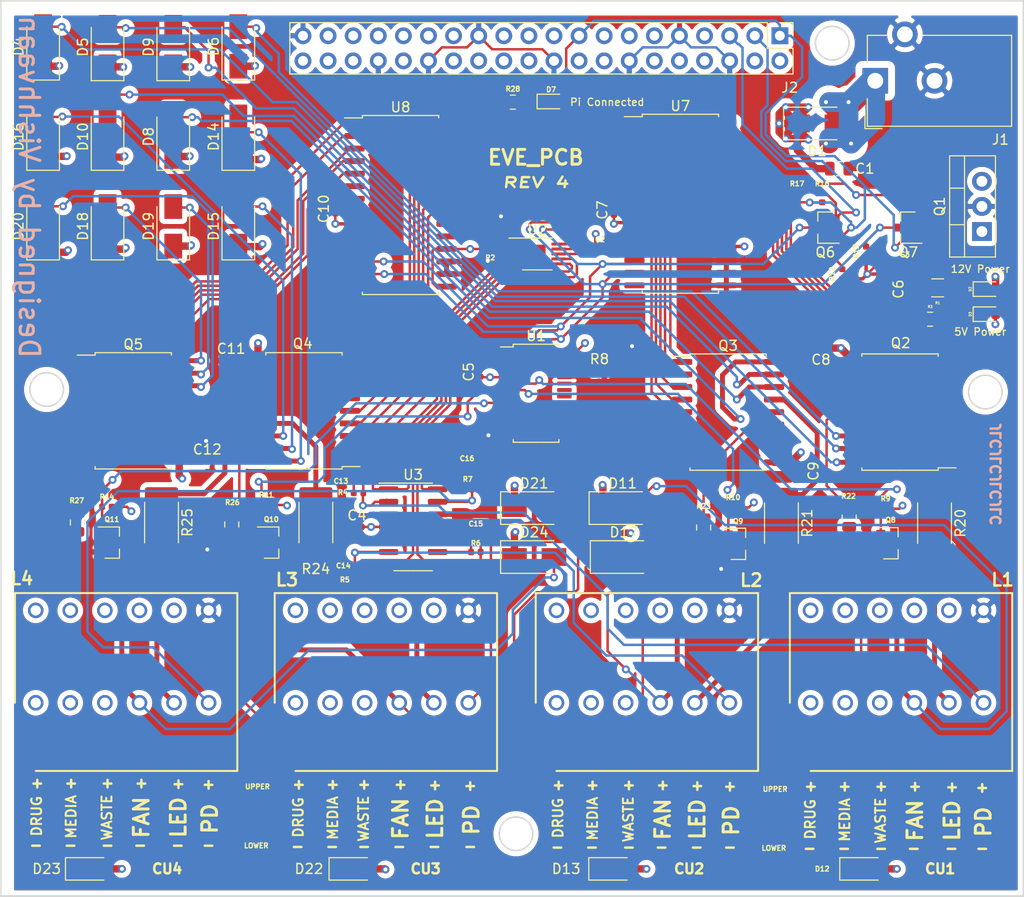
<source format=kicad_pcb>
(kicad_pcb (version 20171130) (host pcbnew 5.1.5)
  (layers (0 F.Cu signal) (1 In1.Cu power) (2 In2.Cu power) (31 B.Cu signal) (34 B.Paste user) (35 F.Paste user) (36 B.SilkS user) (37 F.SilkS user) (38 B.Mask user) (39 F.Mask user) (44 Edge.Cuts user))
  (net 0 "")
  (net 1 +12V)
  (net 2 GND)
  (net 3 +5V)
  (net 4 /DAC1/A_DRUGS1)
  (net 5 /DAC1/A_MEDIA1)
  (net 6 /DAC1/A_WASTE1)
  (net 7 /DAC1/A_DRUGS2)
  (net 8 /DAC1/A_MEDIA2)
  (net 9 /DAC1/A_WASTE2)
  (net 10 /DAC2/A_DRUGS3)
  (net 11 /DAC2/A_MEDIA3)
  (net 12 /DAC2/A_WASTE3)
  (net 13 /DAC2/A_DRUGS4)
  (net 14 /DAC2/A_MEDIA4)
  (net 15 /DAC2/A_WASTE4)
  (net 16 +3V3)
  (net 17 /SDA-3.3)
  (net 18 /SCL-3.3)
  (net 19 /DAC1/LED1_NEG)
  (net 20 /PD1_NEG)
  (net 21 /DAC1/LED2_NEG)
  (net 22 /PD2_NEG)
  (net 23 /PD3_NEG)
  (net 24 /DAC2/LED3_NEG)
  (net 25 /PD4_NEG)
  (net 26 /DAC2/LED4_NEG)
  (net 27 /DAC1/A_LED1)
  (net 28 /DAC1/D_LED1)
  (net 29 /DAC1/D_WASTE1)
  (net 30 /DAC1/D_MEDIA1)
  (net 31 /DAC1/D_DRUGS1)
  (net 32 /DAC1/D_DRUGS2)
  (net 33 /DAC1/D_MEDIA2)
  (net 34 /DAC1/D_WASTE2)
  (net 35 /DAC1/D_LED2)
  (net 36 /DAC1/A_LED2)
  (net 37 /DAC2/A_LED3)
  (net 38 /DAC2/D_LED3)
  (net 39 /DAC2/D_WASTE3)
  (net 40 /DAC2/D_MEDIA3)
  (net 41 /DAC2/D_DRUGS3)
  (net 42 /DAC2/D_DRUGS4)
  (net 43 /DAC2/D_MEDIA4)
  (net 44 /DAC2/D_WASTE4)
  (net 45 /DAC2/D_LED4)
  (net 46 /DAC2/A_LED4)
  (net 47 /AIN0)
  (net 48 /AIN1)
  (net 49 /AIN2)
  (net 50 /AIN3)
  (net 51 /SCL)
  (net 52 /SDA)
  (net 53 "Net-(D22-Pad1)")
  (net 54 "Net-(D23-Pad1)")
  (net 55 /DAC1/D_IND1)
  (net 56 /DAC1/A_IND1)
  (net 57 /DAC1/A_IND2)
  (net 58 /DAC1/D_IND2)
  (net 59 /DAC2/D_IND3)
  (net 60 /DAC2/A_IND3)
  (net 61 /DAC2/A_IND4)
  (net 62 /DAC2/D_IND4)
  (net 63 "Net-(D1-Pad2)")
  (net 64 "Net-(D2-Pad1)")
  (net 65 "Net-(D3-Pad1)")
  (net 66 "Net-(D12-Pad1)")
  (net 67 "Net-(D13-Pad1)")
  (net 68 "Net-(R2-Pad2)")
  (net 69 "Net-(D7-Pad1)")
  (net 70 /DAC1/FAN1_NEG)
  (net 71 /DAC1/FAN2_NEG)
  (net 72 /DAC2/FAN3_NEG)
  (net 73 /DAC2/FAN4_NEG)
  (net 74 /FAN1_PWM)
  (net 75 /FAN2_PWM)
  (net 76 "Net-(R8-Pad1)")
  (net 77 /FAN3_PWM)
  (net 78 /FAN4_PWM)
  (module Package_SO:MSOP-10-1EP_3x3mm_P0.5mm_EP1.68x1.88mm (layer F.Cu) (at 141.859 59.69)
    (fp_text reference U2 (at 0 -2.45) (layer F.SilkS))
    (fp_text value ADS1115IDGSR)
    (pad 1 smd roundrect (at -2.15 -1) (size 1.45 0.3) (layers F.Cu F.Paste F.Mask) (net 2 GND))
    (pad 2 smd roundrect (at -2.15 -0.5) (size 1.45 0.3) (layers F.Cu F.Paste F.Mask) (net 68 "Net-(R2-Pad2)"))
    (pad 3 smd roundrect (at -2.15 0) (size 1.45 0.3) (layers F.Cu F.Paste F.Mask) (net 2 GND))
    (pad 4 smd roundrect (at -2.15 0.5) (size 1.45 0.3) (layers F.Cu F.Paste F.Mask) (net 47 /AIN0))
    (pad 5 smd roundrect (at -2.15 1) (size 1.45 0.3) (layers F.Cu F.Paste F.Mask) (net 48 /AIN1))
    (pad 6 smd roundrect (at 2.15 1) (size 1.45 0.3) (layers F.Cu F.Paste F.Mask) (net 49 /AIN2))
    (pad 7 smd roundrect (at 2.15 0.5) (size 1.45 0.3) (layers F.Cu F.Paste F.Mask) (net 50 /AIN3))
    (pad 8 smd roundrect (at 2.15 0) (size 1.45 0.3) (layers F.Cu F.Paste F.Mask) (net 3 +5V))
    (pad 9 smd roundrect (at 2.15 -0.5) (size 1.45 0.3) (layers F.Cu F.Paste F.Mask) (net 52 /SDA))
    (pad 10 smd roundrect (at 2.15 -1) (size 1.45 0.3) (layers F.Cu F.Paste F.Mask) (net 51 /SCL))
    (pad 11 smd rect (at 0 0) (size 1.68 1.88) (layers F.Cu F.Mask))
  )
  (module Package_SO:SOIC-18W_7.5x11.6mm_P1.27mm (layer F.Cu) (at 161.163 75.692)
    (fp_text reference Q3 (at 0 -6.72) (layer F.SilkS))
    (fp_text value ULN2803ADWR)
    (pad 18 smd roundrect (at 4.65 -5.08) (size 2.05 0.6) (layers F.Cu F.Paste F.Mask) (net 7 /DAC1/A_DRUGS2))
    (pad 17 smd roundrect (at 4.65 -3.81) (size 2.05 0.6) (layers F.Cu F.Paste F.Mask) (net 8 /DAC1/A_MEDIA2))
    (pad 16 smd roundrect (at 4.65 -2.54) (size 2.05 0.6) (layers F.Cu F.Paste F.Mask) (net 9 /DAC1/A_WASTE2))
    (pad 15 smd roundrect (at 4.65 -1.27) (size 2.05 0.6) (layers F.Cu F.Paste F.Mask) (net 36 /DAC1/A_LED2))
    (pad 14 smd roundrect (at 4.65 0) (size 2.05 0.6) (layers F.Cu F.Paste F.Mask) (net 57 /DAC1/A_IND2))
    (pad 13 smd roundrect (at 4.65 1.27) (size 2.05 0.6) (layers F.Cu F.Paste F.Mask))
    (pad 12 smd roundrect (at 4.65 2.54) (size 2.05 0.6) (layers F.Cu F.Paste F.Mask))
    (pad 11 smd roundrect (at 4.65 3.81) (size 2.05 0.6) (layers F.Cu F.Paste F.Mask))
    (pad 10 smd roundrect (at 4.65 5.08) (size 2.05 0.6) (layers F.Cu F.Paste F.Mask) (net 1 +12V))
    (pad 9 smd roundrect (at -4.65 5.08) (size 2.05 0.6) (layers F.Cu F.Paste F.Mask) (net 2 GND))
    (pad 8 smd roundrect (at -4.65 3.81) (size 2.05 0.6) (layers F.Cu F.Paste F.Mask))
    (pad 7 smd roundrect (at -4.65 2.54) (size 2.05 0.6) (layers F.Cu F.Paste F.Mask))
    (pad 6 smd roundrect (at -4.65 1.27) (size 2.05 0.6) (layers F.Cu F.Paste F.Mask))
    (pad 5 smd roundrect (at -4.65 0) (size 2.05 0.6) (layers F.Cu F.Paste F.Mask) (net 58 /DAC1/D_IND2))
    (pad 4 smd roundrect (at -4.65 -1.27) (size 2.05 0.6) (layers F.Cu F.Paste F.Mask) (net 35 /DAC1/D_LED2))
    (pad 3 smd roundrect (at -4.65 -2.54) (size 2.05 0.6) (layers F.Cu F.Paste F.Mask) (net 34 /DAC1/D_WASTE2))
    (pad 2 smd roundrect (at -4.65 -3.81) (size 2.05 0.6) (layers F.Cu F.Paste F.Mask) (net 33 /DAC1/D_MEDIA2))
    (pad 1 smd roundrect (at -4.65 -5.08) (size 2.05 0.6) (layers F.Cu F.Paste F.Mask) (net 32 /DAC1/D_DRUGS2))
  )
  (module Diode_SMD:D_SMA (layer F.Cu) (at 170.18 46.482)
    (fp_text reference D1 (at 0 2.794) (layer F.SilkS))
    (fp_text value US1K-13-F)
    (pad 1 smd rect (at -2 0) (size 2.5 1.8) (layers F.Cu F.Paste F.Mask) (net 1 +12V))
    (pad 2 smd rect (at 2 0) (size 2.5 1.8) (layers F.Cu F.Paste F.Mask) (net 63 "Net-(D1-Pad2)"))
  )
  (module SamacSys_Parts:1841539 (layer F.Cu) (at 91.092346 105.11)
    (fp_text reference L4 (at -1.397 -12.573) (layer F.SilkS) (effects (font (size 1.27 1.27) (thickness 0.254))))
    (fp_text value "Pheonix 1841539" hide)
    (pad 12 thru_hole circle (at 17.5 -9.35) (size 1.575 1.575) (drill 1.05) (layers *.Cu *.Mask) (net 2 GND))
    (pad 6 thru_hole circle (at 17.5 0) (size 1.575 1.575) (drill 1.05) (layers *.Cu *.Mask) (net 25 /PD4_NEG))
    (pad 11 thru_hole circle (at 14 -9.35) (size 1.575 1.575) (drill 1.05) (layers *.Cu *.Mask) (net 1 +12V))
    (pad 5 thru_hole circle (at 14 0) (size 1.575 1.575) (drill 1.05) (layers *.Cu *.Mask) (net 26 /DAC2/LED4_NEG))
    (pad 10 thru_hole circle (at 10.5 -9.35) (size 1.575 1.575) (drill 1.05) (layers *.Cu *.Mask) (net 1 +12V))
    (pad 4 thru_hole circle (at 10.5 0) (size 1.575 1.575) (drill 1.05) (layers *.Cu *.Mask) (net 73 /DAC2/FAN4_NEG))
    (pad 9 thru_hole circle (at 7 -9.35) (size 1.575 1.575) (drill 1.05) (layers *.Cu *.Mask) (net 1 +12V))
    (pad 3 thru_hole circle (at 7 0) (size 1.575 1.575) (drill 1.05) (layers *.Cu *.Mask) (net 15 /DAC2/A_WASTE4))
    (pad 8 thru_hole circle (at 3.5 -9.35) (size 1.575 1.575) (drill 1.05) (layers *.Cu *.Mask) (net 1 +12V))
    (pad 2 thru_hole circle (at 3.5 0) (size 1.575 1.575) (drill 1.05) (layers *.Cu *.Mask) (net 14 /DAC2/A_MEDIA4))
    (pad 7 thru_hole circle (at 0 -9.35) (size 1.575 1.575) (drill 1.05) (layers *.Cu *.Mask) (net 1 +12V))
    (pad 1 thru_hole circle (at 0 0) (size 1.575 1.575) (drill 1.05) (layers *.Cu *.Mask) (net 13 /DAC2/A_DRUGS4))
  )
  (module Resistor_SMD:R_2512_6332Metric (layer F.Cu) (at 103.8225 86.868 270)
    (fp_text reference R25 (at 0 -2.62 90) (layer F.SilkS))
    (fp_text value 100Ω)
    (pad 2 smd roundrect (at 2.9 0 270) (size 1.35 3.35) (layers F.Cu F.Paste F.Mask) (roundrect_rratio 0.185185) (net 26 /DAC2/LED4_NEG))
    (pad 1 smd roundrect (at -2.9 0 270) (size 1.35 3.35) (layers F.Cu F.Paste F.Mask) (roundrect_rratio 0.185185) (net 46 /DAC2/A_LED4))
  )
  (module Resistor_SMD:R_2512_6332Metric (layer F.Cu) (at 119.4435 86.868 270)
    (fp_text reference R24 (at 4.699 0 180) (layer F.SilkS))
    (fp_text value 100Ω)
    (pad 2 smd roundrect (at 2.9 0 270) (size 1.35 3.35) (layers F.Cu F.Paste F.Mask) (roundrect_rratio 0.185185) (net 24 /DAC2/LED3_NEG))
    (pad 1 smd roundrect (at -2.9 0 270) (size 1.35 3.35) (layers F.Cu F.Paste F.Mask) (roundrect_rratio 0.185185) (net 37 /DAC2/A_LED3))
  )
  (module Resistor_SMD:R_2512_6332Metric (layer F.Cu) (at 166.5605 86.9315 270)
    (fp_text reference R21 (at 0 -2.62 90) (layer F.SilkS))
    (fp_text value 100Ω)
    (pad 2 smd roundrect (at 2.9 0 270) (size 1.35 3.35) (layers F.Cu F.Paste F.Mask) (roundrect_rratio 0.185185) (net 21 /DAC1/LED2_NEG))
    (pad 1 smd roundrect (at -2.9 0 270) (size 1.35 3.35) (layers F.Cu F.Paste F.Mask) (roundrect_rratio 0.185185) (net 36 /DAC1/A_LED2))
  )
  (module Resistor_SMD:R_2512_6332Metric (layer F.Cu) (at 182.0545 86.9315 270)
    (fp_text reference R20 (at 0 -2.62 90) (layer F.SilkS))
    (fp_text value 100Ω)
    (pad 2 smd roundrect (at 2.9 0 270) (size 1.35 3.35) (layers F.Cu F.Paste F.Mask) (roundrect_rratio 0.185185) (net 19 /DAC1/LED1_NEG))
    (pad 1 smd roundrect (at -2.9 0 270) (size 1.35 3.35) (layers F.Cu F.Paste F.Mask) (roundrect_rratio 0.185185) (net 27 /DAC1/A_LED1))
  )
  (module Resistor_SMD:R_0402_1005Metric (layer F.Cu) (at 168.148 53.975 90)
    (fp_text reference R17 (at 1.397 0 180) (layer F.SilkS) (effects (font (size 0.5 0.5) (thickness 0.125))))
    (fp_text value 10KΩ)
    (pad 2 smd roundrect (at 0.485 0 90) (size 0.59 0.64) (layers F.Cu F.Paste F.Mask) (net 17 /SDA-3.3))
    (pad 1 smd roundrect (at -0.485 0 90) (size 0.59 0.64) (layers F.Cu F.Paste F.Mask) (net 16 +3V3))
  )
  (module Resistor_SMD:R_0402_1005Metric (layer F.Cu) (at 170.688 53.975 90)
    (fp_text reference R16 (at 1.397 0 180) (layer F.SilkS) (effects (font (size 0.5 0.5) (thickness 0.125))))
    (fp_text value 10KΩ)
    (pad 2 smd roundrect (at 0.485 0 90) (size 0.59 0.64) (layers F.Cu F.Paste F.Mask) (net 18 /SCL-3.3))
    (pad 1 smd roundrect (at -0.485 0 90) (size 0.59 0.64) (layers F.Cu F.Paste F.Mask) (net 16 +3V3))
  )
  (module Resistor_SMD:R_0402_1005Metric (layer F.Cu) (at 175.133 59.436 270)
    (fp_text reference R13 (at 0 1.016 90) (layer F.SilkS) (effects (font (size 0.5 0.5) (thickness 0.125))))
    (fp_text value 10KΩ)
    (pad 2 smd roundrect (at 0.485 0 270) (size 0.59 0.64) (layers F.Cu F.Paste F.Mask) (net 3 +5V))
    (pad 1 smd roundrect (at -0.485 0 270) (size 0.59 0.64) (layers F.Cu F.Paste F.Mask) (net 52 /SDA))
  )
  (module Resistor_SMD:R_0402_1005Metric (layer F.Cu) (at 172.72 61.722 270)
    (fp_text reference R12 (at 0 1.016 90) (layer F.SilkS) (effects (font (size 0.5 0.5) (thickness 0.125))))
    (fp_text value 10KΩ)
    (pad 2 smd roundrect (at 0.485 0 270) (size 0.59 0.64) (layers F.Cu F.Paste F.Mask) (net 3 +5V))
    (pad 1 smd roundrect (at -0.485 0 270) (size 0.59 0.64) (layers F.Cu F.Paste F.Mask) (net 51 /SCL))
  )
  (module Connector_PinHeader_2.54mm:PinHeader_2x20_P2.54mm_Vertical (layer F.Cu) (at 166.403346 37.606769 270)
    (fp_text reference J2 (at 5.25 -1) (layer F.SilkS))
    (fp_text value "2x20 Male Header")
    (pad 40 thru_hole oval (at 2.54 48.26 270) (size 1.7 1.7) (drill 1) (layers *.Cu *.Mask))
    (pad 39 thru_hole oval (at 0 48.26 270) (size 1.7 1.7) (drill 1) (layers *.Cu *.Mask) (net 2 GND))
    (pad 38 thru_hole oval (at 2.54 45.72 270) (size 1.7 1.7) (drill 1) (layers *.Cu *.Mask))
    (pad 37 thru_hole oval (at 0 45.72 270) (size 1.7 1.7) (drill 1) (layers *.Cu *.Mask))
    (pad 36 thru_hole oval (at 2.54 43.18 270) (size 1.7 1.7) (drill 1) (layers *.Cu *.Mask))
    (pad 35 thru_hole oval (at 0 43.18 270) (size 1.7 1.7) (drill 1) (layers *.Cu *.Mask))
    (pad 34 thru_hole oval (at 2.54 40.64 270) (size 1.7 1.7) (drill 1) (layers *.Cu *.Mask) (net 2 GND))
    (pad 33 thru_hole oval (at 0 40.64 270) (size 1.7 1.7) (drill 1) (layers *.Cu *.Mask))
    (pad 32 thru_hole oval (at 2.54 38.1 270) (size 1.7 1.7) (drill 1) (layers *.Cu *.Mask))
    (pad 31 thru_hole oval (at 0 38.1 270) (size 1.7 1.7) (drill 1) (layers *.Cu *.Mask))
    (pad 30 thru_hole oval (at 2.54 35.56 270) (size 1.7 1.7) (drill 1) (layers *.Cu *.Mask) (net 2 GND))
    (pad 29 thru_hole oval (at 0 35.56 270) (size 1.7 1.7) (drill 1) (layers *.Cu *.Mask))
    (pad 28 thru_hole oval (at 2.54 33.02 270) (size 1.7 1.7) (drill 1) (layers *.Cu *.Mask))
    (pad 27 thru_hole oval (at 0 33.02 270) (size 1.7 1.7) (drill 1) (layers *.Cu *.Mask))
    (pad 26 thru_hole oval (at 2.54 30.48 270) (size 1.7 1.7) (drill 1) (layers *.Cu *.Mask))
    (pad 25 thru_hole oval (at 0 30.48 270) (size 1.7 1.7) (drill 1) (layers *.Cu *.Mask) (net 2 GND))
    (pad 24 thru_hole oval (at 2.54 27.94 270) (size 1.7 1.7) (drill 1) (layers *.Cu *.Mask))
    (pad 23 thru_hole oval (at 0 27.94 270) (size 1.7 1.7) (drill 1) (layers *.Cu *.Mask))
    (pad 22 thru_hole oval (at 2.54 25.4 270) (size 1.7 1.7) (drill 1) (layers *.Cu *.Mask))
    (pad 21 thru_hole oval (at 0 25.4 270) (size 1.7 1.7) (drill 1) (layers *.Cu *.Mask))
    (pad 20 thru_hole oval (at 2.54 22.86 270) (size 1.7 1.7) (drill 1) (layers *.Cu *.Mask) (net 2 GND))
    (pad 19 thru_hole oval (at 0 22.86 270) (size 1.7 1.7) (drill 1) (layers *.Cu *.Mask))
    (pad 18 thru_hole oval (at 2.54 20.32 270) (size 1.7 1.7) (drill 1) (layers *.Cu *.Mask))
    (pad 17 thru_hole oval (at 0 20.32 270) (size 1.7 1.7) (drill 1) (layers *.Cu *.Mask) (net 16 +3V3))
    (pad 16 thru_hole oval (at 2.54 17.78 270) (size 1.7 1.7) (drill 1) (layers *.Cu *.Mask))
    (pad 15 thru_hole oval (at 0 17.78 270) (size 1.7 1.7) (drill 1) (layers *.Cu *.Mask))
    (pad 14 thru_hole oval (at 2.54 15.24 270) (size 1.7 1.7) (drill 1) (layers *.Cu *.Mask) (net 2 GND))
    (pad 13 thru_hole oval (at 0 15.24 270) (size 1.7 1.7) (drill 1) (layers *.Cu *.Mask))
    (pad 12 thru_hole oval (at 2.54 12.7 270) (size 1.7 1.7) (drill 1) (layers *.Cu *.Mask))
    (pad 11 thru_hole oval (at 0 12.7 270) (size 1.7 1.7) (drill 1) (layers *.Cu *.Mask))
    (pad 10 thru_hole oval (at 2.54 10.16 270) (size 1.7 1.7) (drill 1) (layers *.Cu *.Mask))
    (pad 9 thru_hole oval (at 0 10.16 270) (size 1.7 1.7) (drill 1) (layers *.Cu *.Mask) (net 2 GND))
    (pad 8 thru_hole oval (at 2.54 7.62 270) (size 1.7 1.7) (drill 1) (layers *.Cu *.Mask))
    (pad 7 thru_hole oval (at 0 7.62 270) (size 1.7 1.7) (drill 1) (layers *.Cu *.Mask))
    (pad 6 thru_hole oval (at 2.54 5.08 270) (size 1.7 1.7) (drill 1) (layers *.Cu *.Mask) (net 2 GND))
    (pad 5 thru_hole oval (at 0 5.08 270) (size 1.7 1.7) (drill 1) (layers *.Cu *.Mask) (net 18 /SCL-3.3))
    (pad 4 thru_hole oval (at 2.54 2.54 270) (size 1.7 1.7) (drill 1) (layers *.Cu *.Mask))
    (pad 3 thru_hole oval (at 0 2.54 270) (size 1.7 1.7) (drill 1) (layers *.Cu *.Mask) (net 17 /SDA-3.3))
    (pad 2 thru_hole oval (at 2.54 0 270) (size 1.7 1.7) (drill 1) (layers *.Cu *.Mask))
    (pad 1 thru_hole rect (at 0 0 270) (size 1.7 1.7) (drill 1) (layers *.Cu *.Mask) (net 16 +3V3))
  )
  (module SamacSys_Parts:1841539 (layer F.Cu) (at 169.514846 105.11)
    (fp_text reference L1 (at 19.431 -12.446 unlocked) (layer F.SilkS) (effects (font (size 1.27 1.27) (thickness 0.254))))
    (fp_text value "Pheonix 1841539" hide)
    (pad 12 thru_hole circle (at 17.5 -9.35) (size 1.575 1.575) (drill 1.05) (layers *.Cu *.Mask) (net 2 GND))
    (pad 6 thru_hole circle (at 17.5 0) (size 1.575 1.575) (drill 1.05) (layers *.Cu *.Mask) (net 20 /PD1_NEG))
    (pad 11 thru_hole circle (at 14 -9.35) (size 1.575 1.575) (drill 1.05) (layers *.Cu *.Mask) (net 1 +12V))
    (pad 5 thru_hole circle (at 14 0) (size 1.575 1.575) (drill 1.05) (layers *.Cu *.Mask) (net 19 /DAC1/LED1_NEG))
    (pad 10 thru_hole circle (at 10.5 -9.35) (size 1.575 1.575) (drill 1.05) (layers *.Cu *.Mask) (net 1 +12V))
    (pad 4 thru_hole circle (at 10.5 0) (size 1.575 1.575) (drill 1.05) (layers *.Cu *.Mask) (net 70 /DAC1/FAN1_NEG))
    (pad 9 thru_hole circle (at 7 -9.35) (size 1.575 1.575) (drill 1.05) (layers *.Cu *.Mask) (net 1 +12V))
    (pad 3 thru_hole circle (at 7 0) (size 1.575 1.575) (drill 1.05) (layers *.Cu *.Mask) (net 6 /DAC1/A_WASTE1))
    (pad 8 thru_hole circle (at 3.5 -9.35) (size 1.575 1.575) (drill 1.05) (layers *.Cu *.Mask) (net 1 +12V))
    (pad 2 thru_hole circle (at 3.5 0) (size 1.575 1.575) (drill 1.05) (layers *.Cu *.Mask) (net 5 /DAC1/A_MEDIA1))
    (pad 7 thru_hole circle (at 0 -9.35) (size 1.575 1.575) (drill 1.05) (layers *.Cu *.Mask) (net 1 +12V))
    (pad 1 thru_hole circle (at 0 0) (size 1.575 1.575) (drill 1.05) (layers *.Cu *.Mask) (net 4 /DAC1/A_DRUGS1))
  )
  (module SamacSys_Parts:1841539 (layer F.Cu) (at 143.797346 105.11)
    (fp_text reference L2 (at 19.715154 -12.4) (layer F.SilkS) (effects (font (size 1.27 1.27) (thickness 0.254))))
    (fp_text value "Pheonix 1841539" hide)
    (pad 12 thru_hole circle (at 17.5 -9.35) (size 1.575 1.575) (drill 1.05) (layers *.Cu *.Mask) (net 2 GND))
    (pad 6 thru_hole circle (at 17.5 0) (size 1.575 1.575) (drill 1.05) (layers *.Cu *.Mask) (net 22 /PD2_NEG))
    (pad 11 thru_hole circle (at 14 -9.35) (size 1.575 1.575) (drill 1.05) (layers *.Cu *.Mask) (net 1 +12V))
    (pad 5 thru_hole circle (at 14 0) (size 1.575 1.575) (drill 1.05) (layers *.Cu *.Mask) (net 21 /DAC1/LED2_NEG))
    (pad 10 thru_hole circle (at 10.5 -9.35) (size 1.575 1.575) (drill 1.05) (layers *.Cu *.Mask) (net 1 +12V))
    (pad 4 thru_hole circle (at 10.5 0) (size 1.575 1.575) (drill 1.05) (layers *.Cu *.Mask) (net 71 /DAC1/FAN2_NEG))
    (pad 9 thru_hole circle (at 7 -9.35) (size 1.575 1.575) (drill 1.05) (layers *.Cu *.Mask) (net 1 +12V))
    (pad 3 thru_hole circle (at 7 0) (size 1.575 1.575) (drill 1.05) (layers *.Cu *.Mask) (net 9 /DAC1/A_WASTE2))
    (pad 8 thru_hole circle (at 3.5 -9.35) (size 1.575 1.575) (drill 1.05) (layers *.Cu *.Mask) (net 1 +12V))
    (pad 2 thru_hole circle (at 3.5 0) (size 1.575 1.575) (drill 1.05) (layers *.Cu *.Mask) (net 8 /DAC1/A_MEDIA2))
    (pad 7 thru_hole circle (at 0 -9.35) (size 1.575 1.575) (drill 1.05) (layers *.Cu *.Mask) (net 1 +12V))
    (pad 1 thru_hole circle (at 0 0) (size 1.575 1.575) (drill 1.05) (layers *.Cu *.Mask) (net 7 /DAC1/A_DRUGS2))
  )
  (module SamacSys_Parts:1841539 (layer F.Cu) (at 117.381346 105.11)
    (fp_text reference L3 (at -0.858846 -12.446) (layer F.SilkS) (effects (font (size 1.27 1.27) (thickness 0.254))))
    (fp_text value "Pheonix 1841539" hide)
    (pad 12 thru_hole circle (at 17.5 -9.35) (size 1.575 1.575) (drill 1.05) (layers *.Cu *.Mask) (net 2 GND))
    (pad 6 thru_hole circle (at 17.5 0) (size 1.575 1.575) (drill 1.05) (layers *.Cu *.Mask) (net 23 /PD3_NEG))
    (pad 11 thru_hole circle (at 14 -9.35) (size 1.575 1.575) (drill 1.05) (layers *.Cu *.Mask) (net 1 +12V))
    (pad 5 thru_hole circle (at 14 0) (size 1.575 1.575) (drill 1.05) (layers *.Cu *.Mask) (net 24 /DAC2/LED3_NEG))
    (pad 10 thru_hole circle (at 10.5 -9.35) (size 1.575 1.575) (drill 1.05) (layers *.Cu *.Mask) (net 1 +12V))
    (pad 4 thru_hole circle (at 10.5 0) (size 1.575 1.575) (drill 1.05) (layers *.Cu *.Mask) (net 72 /DAC2/FAN3_NEG))
    (pad 9 thru_hole circle (at 7 -9.35) (size 1.575 1.575) (drill 1.05) (layers *.Cu *.Mask) (net 1 +12V))
    (pad 3 thru_hole circle (at 7 0) (size 1.575 1.575) (drill 1.05) (layers *.Cu *.Mask) (net 12 /DAC2/A_WASTE3))
    (pad 8 thru_hole circle (at 3.5 -9.35) (size 1.575 1.575) (drill 1.05) (layers *.Cu *.Mask) (net 1 +12V))
    (pad 2 thru_hole circle (at 3.5 0) (size 1.575 1.575) (drill 1.05) (layers *.Cu *.Mask) (net 11 /DAC2/A_MEDIA3))
    (pad 7 thru_hole circle (at 0 -9.35) (size 1.575 1.575) (drill 1.05) (layers *.Cu *.Mask) (net 1 +12V))
    (pad 1 thru_hole circle (at 0 0) (size 1.575 1.575) (drill 1.05) (layers *.Cu *.Mask) (net 10 /DAC2/A_DRUGS3))
  )
  (module LED_SMD:LED_1206_3216Metric (layer F.Cu) (at 174.752 121.92)
    (fp_text reference D12 (at -4.064 0) (layer F.SilkS) (effects (font (size 0.5 0.5) (thickness 0.125))))
    (fp_text value 11-21/BHC-AQ2S1M/2T)
    (pad 1 smd roundrect (at -1.4 0) (size 1.25 1.75) (layers F.Cu F.Paste F.Mask) (roundrect_rratio 0.2) (net 66 "Net-(D12-Pad1)"))
    (pad 2 smd roundrect (at 1.4 0) (size 1.25 1.75) (layers F.Cu F.Paste F.Mask) (roundrect_rratio 0.2) (net 1 +12V))
  )
  (module LED_SMD:LED_1206_3216Metric (layer F.Cu) (at 149.352 121.92)
    (fp_text reference D13 (at -4.572 0) (layer F.SilkS))
    (fp_text value 11-21/BHC-AQ2S1M/2T)
    (pad 1 smd roundrect (at -1.4 0) (size 1.25 1.75) (layers F.Cu F.Paste F.Mask) (roundrect_rratio 0.2) (net 67 "Net-(D13-Pad1)"))
    (pad 2 smd roundrect (at 1.4 0) (size 1.25 1.75) (layers F.Cu F.Paste F.Mask) (roundrect_rratio 0.2) (net 1 +12V))
  )
  (module LED_SMD:LED_1206_3216Metric (layer F.Cu) (at 123.066 121.92)
    (fp_text reference D22 (at -4.318 0) (layer F.SilkS))
    (fp_text value 11-21/BHC-AQ2S1M/2T)
    (pad 2 smd roundrect (at 1.4 0) (size 1.25 1.75) (layers F.Cu F.Paste F.Mask) (roundrect_rratio 0.2) (net 1 +12V))
    (pad 1 smd roundrect (at -1.4 0) (size 1.25 1.75) (layers F.Cu F.Paste F.Mask) (roundrect_rratio 0.2) (net 53 "Net-(D22-Pad1)"))
  )
  (module LED_SMD:LED_1206_3216Metric (layer F.Cu) (at 96.39 121.92)
    (fp_text reference D23 (at -4.188 0) (layer F.SilkS))
    (fp_text value 11-21/BHC-AQ2S1M/2T)
    (pad 1 smd roundrect (at -1.4 0) (size 1.25 1.75) (layers F.Cu F.Paste F.Mask) (roundrect_rratio 0.2) (net 54 "Net-(D23-Pad1)"))
    (pad 2 smd roundrect (at 1.4 0) (size 1.25 1.75) (layers F.Cu F.Paste F.Mask) (roundrect_rratio 0.2) (net 1 +12V))
  )
  (module Capacitor_SMD:C_0805_2012Metric (layer F.Cu) (at 172.3875 51.054)
    (fp_text reference C1 (at 2.6185 0) (layer F.SilkS))
    (fp_text value 10μF)
    (pad 1 smd roundrect (at -0.9375 0) (size 0.975 1.4) (layers F.Cu F.Paste F.Mask) (net 1 +12V))
    (pad 2 smd roundrect (at 0.9375 0) (size 0.975 1.4) (layers F.Cu F.Paste F.Mask) (net 2 GND))
  )
  (module Diode_SMD:D_SMA (layer F.Cu) (at 91.842846 38.688269 90)
    (fp_text reference D4 (at 0 -2.5 90) (layer F.SilkS))
    (fp_text value B160-13-F)
    (pad 2 smd rect (at 2 0 90) (size 2.5 1.8) (layers F.Cu F.Paste F.Mask) (net 4 /DAC1/A_DRUGS1))
    (pad 1 smd rect (at -2 0 90) (size 2.5 1.8) (layers F.Cu F.Paste F.Mask) (net 1 +12V))
  )
  (module Diode_SMD:D_SMA (layer F.Cu) (at 98.363846 38.751769 90)
    (fp_text reference D5 (at 0 -2.5 90) (layer F.SilkS))
    (fp_text value B160-13-F)
    (pad 2 smd rect (at 2 0 90) (size 2.5 1.8) (layers F.Cu F.Paste F.Mask) (net 5 /DAC1/A_MEDIA1))
    (pad 1 smd rect (at -2 0 90) (size 2.5 1.8) (layers F.Cu F.Paste F.Mask) (net 1 +12V))
  )
  (module Diode_SMD:D_SMA (layer F.Cu) (at 111.596346 38.688269 90)
    (fp_text reference D6 (at 0 -2.5 90) (layer F.SilkS))
    (fp_text value B160-13-F)
    (pad 1 smd rect (at -2 0 90) (size 2.5 1.8) (layers F.Cu F.Paste F.Mask) (net 1 +12V))
    (pad 2 smd rect (at 2 0 90) (size 2.5 1.8) (layers F.Cu F.Paste F.Mask) (net 6 /DAC1/A_WASTE1))
  )
  (module Diode_SMD:D_SMA (layer F.Cu) (at 105.011846 47.821769 90)
    (fp_text reference D8 (at 0 -2.5 90) (layer F.SilkS))
    (fp_text value B160-13-F)
    (pad 1 smd rect (at -2 0 90) (size 2.5 1.8) (layers F.Cu F.Paste F.Mask) (net 1 +12V))
    (pad 2 smd rect (at 2 0 90) (size 2.5 1.8) (layers F.Cu F.Paste F.Mask) (net 7 /DAC1/A_DRUGS2))
  )
  (module Diode_SMD:D_SMA (layer F.Cu) (at 105.011846 38.751769 90)
    (fp_text reference D9 (at 0 -2.5 90) (layer F.SilkS))
    (fp_text value B160-13-F)
    (pad 1 smd rect (at -2 0 90) (size 2.5 1.8) (layers F.Cu F.Paste F.Mask) (net 1 +12V))
    (pad 2 smd rect (at 2 0 90) (size 2.5 1.8) (layers F.Cu F.Paste F.Mask) (net 8 /DAC1/A_MEDIA2))
  )
  (module Diode_SMD:D_SMA (layer F.Cu) (at 98.363846 47.821769 90)
    (fp_text reference D10 (at 0 -2.5 90) (layer F.SilkS))
    (fp_text value B160-13-F)
    (pad 2 smd rect (at 2 0 90) (size 2.5 1.8) (layers F.Cu F.Paste F.Mask) (net 9 /DAC1/A_WASTE2))
    (pad 1 smd rect (at -2 0 90) (size 2.5 1.8) (layers F.Cu F.Paste F.Mask) (net 1 +12V))
  )
  (module Diode_SMD:D_SMA (layer F.Cu) (at 111.596346 47.821769 90)
    (fp_text reference D14 (at 0 -2.5 90) (layer F.SilkS))
    (fp_text value B160-13-F)
    (pad 2 smd rect (at 2 0 90) (size 2.5 1.8) (layers F.Cu F.Paste F.Mask) (net 10 /DAC2/A_DRUGS3))
    (pad 1 smd rect (at -2 0 90) (size 2.5 1.8) (layers F.Cu F.Paste F.Mask) (net 1 +12V))
  )
  (module Diode_SMD:D_SMA (layer F.Cu) (at 111.596346 56.891769 90)
    (fp_text reference D15 (at 0 -2.5 90) (layer F.SilkS))
    (fp_text value B160-13-F)
    (pad 1 smd rect (at -2 0 90) (size 2.5 1.8) (layers F.Cu F.Paste F.Mask) (net 1 +12V))
    (pad 2 smd rect (at 2 0 90) (size 2.5 1.8) (layers F.Cu F.Paste F.Mask) (net 11 /DAC2/A_MEDIA3))
  )
  (module Diode_SMD:D_SMA (layer F.Cu) (at 91.842846 47.821769 90)
    (fp_text reference D16 (at 0 -2.5 90) (layer F.SilkS))
    (fp_text value B160-13-F)
    (pad 2 smd rect (at 2 0 90) (size 2.5 1.8) (layers F.Cu F.Paste F.Mask) (net 12 /DAC2/A_WASTE3))
    (pad 1 smd rect (at -2 0 90) (size 2.5 1.8) (layers F.Cu F.Paste F.Mask) (net 1 +12V))
  )
  (module Diode_SMD:D_SMA (layer F.Cu) (at 98.363846 56.891769 90)
    (fp_text reference D18 (at 0 -2.5 90) (layer F.SilkS))
    (fp_text value B160-13-F)
    (pad 2 smd rect (at 2 0 90) (size 2.5 1.8) (layers F.Cu F.Paste F.Mask) (net 13 /DAC2/A_DRUGS4))
    (pad 1 smd rect (at -2 0 90) (size 2.5 1.8) (layers F.Cu F.Paste F.Mask) (net 1 +12V))
  )
  (module Diode_SMD:D_SMA (layer F.Cu) (at 105.011846 56.891769 90)
    (fp_text reference D19 (at 0 -2.5 90) (layer F.SilkS))
    (fp_text value B160-13-F)
    (pad 1 smd rect (at -2 0 90) (size 2.5 1.8) (layers F.Cu F.Paste F.Mask) (net 1 +12V))
    (pad 2 smd rect (at 2 0 90) (size 2.5 1.8) (layers F.Cu F.Paste F.Mask) (net 14 /DAC2/A_MEDIA4))
  )
  (module Diode_SMD:D_SMA (layer F.Cu) (at 91.842846 56.891769 90)
    (fp_text reference D20 (at 0 -2.5 90) (layer F.SilkS))
    (fp_text value B160-13-F)
    (pad 2 smd rect (at 2 0 90) (size 2.5 1.8) (layers F.Cu F.Paste F.Mask) (net 15 /DAC2/A_WASTE4))
    (pad 1 smd rect (at -2 0 90) (size 2.5 1.8) (layers F.Cu F.Paste F.Mask) (net 1 +12V))
  )
  (module Connector_BarrelJack:BarrelJack_CUI_PJ-102AH_Horizontal (layer F.Cu) (at 176.055346 42.164 90)
    (fp_text reference J1 (at -5.954231 12.666654) (layer F.SilkS))
    (fp_text value PJ-102AH)
    (pad 1 thru_hole rect (at 0 0 90) (size 2.6 2.6) (drill 1.6) (layers *.Cu *.Mask) (net 63 "Net-(D1-Pad2)"))
    (pad 2 thru_hole circle (at 0 6 90) (size 2.6 2.6) (drill 1.6) (layers *.Cu *.Mask) (net 2 GND))
    (pad 3 thru_hole circle (at 4.7 3 90) (size 2.6 2.6) (drill 1.6) (layers *.Cu *.Mask) (net 2 GND))
  )
  (module Resistor_SMD:R_0402_1005Metric (layer F.Cu) (at 123.7615 83.8835)
    (fp_text reference R4 (at -1.5875 -0.0635) (layer F.SilkS) (effects (font (size 0.5 0.5) (thickness 0.125))))
    (fp_text value 1MΩ)
    (pad 1 smd roundrect (at -0.485 0) (size 0.59 0.64) (layers F.Cu F.Paste F.Mask) (net 47 /AIN0))
    (pad 2 smd roundrect (at 0.485 0) (size 0.59 0.64) (layers F.Cu F.Paste F.Mask) (net 20 /PD1_NEG))
  )
  (module Resistor_SMD:R_0402_1005Metric (layer F.Cu) (at 123.9012 92.6084 180)
    (fp_text reference R5 (at 1.524 -0.0508) (layer F.SilkS) (effects (font (size 0.5 0.5) (thickness 0.125))))
    (fp_text value 1MΩ)
    (pad 2 smd roundrect (at 0.485 0 180) (size 0.59 0.64) (layers F.Cu F.Paste F.Mask) (net 22 /PD2_NEG))
    (pad 1 smd roundrect (at -0.485 0 180) (size 0.59 0.64) (layers F.Cu F.Paste F.Mask) (net 48 /AIN1))
  )
  (module Resistor_SMD:R_0402_1005Metric (layer F.Cu) (at 135.636 89.8525 180)
    (fp_text reference R6 (at 0 0.889) (layer F.SilkS) (effects (font (size 0.5 0.5) (thickness 0.125))))
    (fp_text value 1MΩ)
    (pad 1 smd roundrect (at -0.485 0 180) (size 0.59 0.64) (layers F.Cu F.Paste F.Mask) (net 49 /AIN2))
    (pad 2 smd roundrect (at 0.485 0 180) (size 0.59 0.64) (layers F.Cu F.Paste F.Mask) (net 23 /PD3_NEG))
  )
  (module Resistor_SMD:R_0402_1005Metric (layer F.Cu) (at 134.747 83.5025)
    (fp_text reference R7 (at 0.0635 -1.016) (layer F.SilkS) (effects (font (size 0.5 0.5) (thickness 0.125))))
    (fp_text value 1MΩ)
    (pad 2 smd roundrect (at 0.485 0) (size 0.59 0.64) (layers F.Cu F.Paste F.Mask) (net 25 /PD4_NEG))
    (pad 1 smd roundrect (at -0.485 0) (size 0.59 0.64) (layers F.Cu F.Paste F.Mask) (net 50 /AIN3))
  )
  (module Resistor_SMD:R_0402_1005Metric (layer F.Cu) (at 137.0965 59.182)
    (fp_text reference R2 (at 0 0.889) (layer F.SilkS) (effects (font (size 0.5 0.5) (thickness 0.125))))
    (fp_text value 10KΩ)
    (pad 1 smd roundrect (at -0.485 0) (size 0.59 0.64) (layers F.Cu F.Paste F.Mask) (net 3 +5V))
    (pad 2 smd roundrect (at 0.485 0) (size 0.59 0.64) (layers F.Cu F.Paste F.Mask) (net 68 "Net-(R2-Pad2)"))
  )
  (module Package_SO:SOIC-14_3.9x8.7mm_P1.27mm (layer F.Cu) (at 129.286 87.3125)
    (fp_text reference U3 (at 0 -5.28) (layer F.SilkS))
    (fp_text value LM324DR)
    (pad 1 smd roundrect (at -2.475 -3.81) (size 1.95 0.6) (layers F.Cu F.Paste F.Mask) (net 47 /AIN0))
    (pad 2 smd roundrect (at -2.475 -2.54) (size 1.95 0.6) (layers F.Cu F.Paste F.Mask) (net 20 /PD1_NEG))
    (pad 3 smd roundrect (at -2.475 -1.27) (size 1.95 0.6) (layers F.Cu F.Paste F.Mask) (net 2 GND))
    (pad 4 smd roundrect (at -2.475 0) (size 1.95 0.6) (layers F.Cu F.Paste F.Mask) (net 3 +5V))
    (pad 5 smd roundrect (at -2.475 1.27) (size 1.95 0.6) (layers F.Cu F.Paste F.Mask) (net 2 GND))
    (pad 6 smd roundrect (at -2.475 2.54) (size 1.95 0.6) (layers F.Cu F.Paste F.Mask) (net 22 /PD2_NEG))
    (pad 7 smd roundrect (at -2.475 3.81) (size 1.95 0.6) (layers F.Cu F.Paste F.Mask) (net 48 /AIN1))
    (pad 8 smd roundrect (at 2.475 3.81) (size 1.95 0.6) (layers F.Cu F.Paste F.Mask) (net 49 /AIN2))
    (pad 9 smd roundrect (at 2.475 2.54) (size 1.95 0.6) (layers F.Cu F.Paste F.Mask) (net 23 /PD3_NEG))
    (pad 10 smd roundrect (at 2.475 1.27) (size 1.95 0.6) (layers F.Cu F.Paste F.Mask) (net 2 GND))
    (pad 11 smd roundrect (at 2.475 0) (size 1.95 0.6) (layers F.Cu F.Paste F.Mask) (net 2 GND))
    (pad 12 smd roundrect (at 2.475 -1.27) (size 1.95 0.6) (layers F.Cu F.Paste F.Mask) (net 2 GND))
    (pad 13 smd roundrect (at 2.475 -2.54) (size 1.95 0.6) (layers F.Cu F.Paste F.Mask) (net 25 /PD4_NEG))
    (pad 14 smd roundrect (at 2.475 -3.81) (size 1.95 0.6) (layers F.Cu F.Paste F.Mask) (net 50 /AIN3))
  )
  (module Package_SO:SOIC-18W_7.5x11.6mm_P1.27mm (layer F.Cu) (at 178.562 75.692 180)
    (fp_text reference Q2 (at -0.0635 6.985) (layer F.SilkS))
    (fp_text value ULN2803ADWR)
    (pad 1 smd roundrect (at -4.65 -5.08 180) (size 2.05 0.6) (layers F.Cu F.Paste F.Mask) (net 31 /DAC1/D_DRUGS1))
    (pad 2 smd roundrect (at -4.65 -3.81 180) (size 2.05 0.6) (layers F.Cu F.Paste F.Mask) (net 30 /DAC1/D_MEDIA1))
    (pad 3 smd roundrect (at -4.65 -2.54 180) (size 2.05 0.6) (layers F.Cu F.Paste F.Mask) (net 29 /DAC1/D_WASTE1))
    (pad 4 smd roundrect (at -4.65 -1.27 180) (size 2.05 0.6) (layers F.Cu F.Paste F.Mask) (net 28 /DAC1/D_LED1))
    (pad 5 smd roundrect (at -4.65 0 180) (size 2.05 0.6) (layers F.Cu F.Paste F.Mask) (net 55 /DAC1/D_IND1))
    (pad 6 smd roundrect (at -4.65 1.27 180) (size 2.05 0.6) (layers F.Cu F.Paste F.Mask))
    (pad 7 smd roundrect (at -4.65 2.54 180) (size 2.05 0.6) (layers F.Cu F.Paste F.Mask))
    (pad 8 smd roundrect (at -4.65 3.81 180) (size 2.05 0.6) (layers F.Cu F.Paste F.Mask))
    (pad 9 smd roundrect (at -4.65 5.08 180) (size 2.05 0.6) (layers F.Cu F.Paste F.Mask) (net 2 GND))
    (pad 10 smd roundrect (at 4.65 5.08 180) (size 2.05 0.6) (layers F.Cu F.Paste F.Mask) (net 1 +12V))
    (pad 11 smd roundrect (at 4.65 3.81 180) (size 2.05 0.6) (layers F.Cu F.Paste F.Mask))
    (pad 12 smd roundrect (at 4.65 2.54 180) (size 2.05 0.6) (layers F.Cu F.Paste F.Mask))
    (pad 13 smd roundrect (at 4.65 1.27 180) (size 2.05 0.6) (layers F.Cu F.Paste F.Mask))
    (pad 14 smd roundrect (at 4.65 0 180) (size 2.05 0.6) (layers F.Cu F.Paste F.Mask) (net 56 /DAC1/A_IND1))
    (pad 15 smd roundrect (at 4.65 -1.27 180) (size 2.05 0.6) (layers F.Cu F.Paste F.Mask) (net 27 /DAC1/A_LED1))
    (pad 16 smd roundrect (at 4.65 -2.54 180) (size 2.05 0.6) (layers F.Cu F.Paste F.Mask) (net 6 /DAC1/A_WASTE1))
    (pad 17 smd roundrect (at 4.65 -3.81 180) (size 2.05 0.6) (layers F.Cu F.Paste F.Mask) (net 5 /DAC1/A_MEDIA1))
    (pad 18 smd roundrect (at 4.65 -5.08 180) (size 2.05 0.6) (layers F.Cu F.Paste F.Mask) (net 4 /DAC1/A_DRUGS1))
  )
  (module Package_SO:SOIC-18W_7.5x11.6mm_P1.27mm (layer F.Cu) (at 118.237 75.565 180)
    (fp_text reference Q4 (at 0.127 6.7945) (layer F.SilkS))
    (fp_text value ULN2803ADWR)
    (pad 1 smd roundrect (at -4.65 -5.08 180) (size 2.05 0.6) (layers F.Cu F.Paste F.Mask) (net 41 /DAC2/D_DRUGS3))
    (pad 2 smd roundrect (at -4.65 -3.81 180) (size 2.05 0.6) (layers F.Cu F.Paste F.Mask) (net 40 /DAC2/D_MEDIA3))
    (pad 3 smd roundrect (at -4.65 -2.54 180) (size 2.05 0.6) (layers F.Cu F.Paste F.Mask) (net 39 /DAC2/D_WASTE3))
    (pad 4 smd roundrect (at -4.65 -1.27 180) (size 2.05 0.6) (layers F.Cu F.Paste F.Mask) (net 38 /DAC2/D_LED3))
    (pad 5 smd roundrect (at -4.65 0 180) (size 2.05 0.6) (layers F.Cu F.Paste F.Mask) (net 59 /DAC2/D_IND3))
    (pad 6 smd roundrect (at -4.65 1.27 180) (size 2.05 0.6) (layers F.Cu F.Paste F.Mask))
    (pad 7 smd roundrect (at -4.65 2.54 180) (size 2.05 0.6) (layers F.Cu F.Paste F.Mask))
    (pad 8 smd roundrect (at -4.65 3.81 180) (size 2.05 0.6) (layers F.Cu F.Paste F.Mask))
    (pad 9 smd roundrect (at -4.65 5.08 180) (size 2.05 0.6) (layers F.Cu F.Paste F.Mask) (net 2 GND))
    (pad 10 smd roundrect (at 4.65 5.08 180) (size 2.05 0.6) (layers F.Cu F.Paste F.Mask) (net 1 +12V))
    (pad 11 smd roundrect (at 4.65 3.81 180) (size 2.05 0.6) (layers F.Cu F.Paste F.Mask))
    (pad 12 smd roundrect (at 4.65 2.54 180) (size 2.05 0.6) (layers F.Cu F.Paste F.Mask))
    (pad 13 smd roundrect (at 4.65 1.27 180) (size 2.05 0.6) (layers F.Cu F.Paste F.Mask))
    (pad 14 smd roundrect (at 4.65 0 180) (size 2.05 0.6) (layers F.Cu F.Paste F.Mask) (net 60 /DAC2/A_IND3))
    (pad 15 smd roundrect (at 4.65 -1.27 180) (size 2.05 0.6) (layers F.Cu F.Paste F.Mask) (net 37 /DAC2/A_LED3))
    (pad 16 smd roundrect (at 4.65 -2.54 180) (size 2.05 0.6) (layers F.Cu F.Paste F.Mask) (net 12 /DAC2/A_WASTE3))
    (pad 17 smd roundrect (at 4.65 -3.81 180) (size 2.05 0.6) (layers F.Cu F.Paste F.Mask) (net 11 /DAC2/A_MEDIA3))
    (pad 18 smd roundrect (at 4.65 -5.08 180) (size 2.05 0.6) (layers F.Cu F.Paste F.Mask) (net 10 /DAC2/A_DRUGS3))
  )
  (module Package_SO:SOIC-18W_7.5x11.6mm_P1.27mm (layer F.Cu) (at 100.965 75.565)
    (fp_text reference Q5 (at 0 -6.72) (layer F.SilkS))
    (fp_text value ULN2803ADWR)
    (pad 18 smd roundrect (at 4.65 -5.08) (size 2.05 0.6) (layers F.Cu F.Paste F.Mask) (net 13 /DAC2/A_DRUGS4))
    (pad 17 smd roundrect (at 4.65 -3.81) (size 2.05 0.6) (layers F.Cu F.Paste F.Mask) (net 14 /DAC2/A_MEDIA4))
    (pad 16 smd roundrect (at 4.65 -2.54) (size 2.05 0.6) (layers F.Cu F.Paste F.Mask) (net 15 /DAC2/A_WASTE4))
    (pad 15 smd roundrect (at 4.65 -1.27) (size 2.05 0.6) (layers F.Cu F.Paste F.Mask) (net 46 /DAC2/A_LED4))
    (pad 14 smd roundrect (at 4.65 0) (size 2.05 0.6) (layers F.Cu F.Paste F.Mask) (net 61 /DAC2/A_IND4))
    (pad 13 smd roundrect (at 4.65 1.27) (size 2.05 0.6) (layers F.Cu F.Paste F.Mask))
    (pad 12 smd roundrect (at 4.65 2.54) (size 2.05 0.6) (layers F.Cu F.Paste F.Mask))
    (pad 11 smd roundrect (at 4.65 3.81) (size 2.05 0.6) (layers F.Cu F.Paste F.Mask))
    (pad 10 smd roundrect (at 4.65 5.08) (size 2.05 0.6) (layers F.Cu F.Paste F.Mask) (net 1 +12V))
    (pad 9 smd roundrect (at -4.65 5.08) (size 2.05 0.6) (layers F.Cu F.Paste F.Mask) (net 2 GND))
    (pad 8 smd roundrect (at -4.65 3.81) (size 2.05 0.6) (layers F.Cu F.Paste F.Mask))
    (pad 7 smd roundrect (at -4.65 2.54) (size 2.05 0.6) (layers F.Cu F.Paste F.Mask))
    (pad 6 smd roundrect (at -4.65 1.27) (size 2.05 0.6) (layers F.Cu F.Paste F.Mask))
    (pad 5 smd roundrect (at -4.65 0) (size 2.05 0.6) (layers F.Cu F.Paste F.Mask) (net 62 /DAC2/D_IND4))
    (pad 4 smd roundrect (at -4.65 -1.27) (size 2.05 0.6) (layers F.Cu F.Paste F.Mask) (net 45 /DAC2/D_LED4))
    (pad 3 smd roundrect (at -4.65 -2.54) (size 2.05 0.6) (layers F.Cu F.Paste F.Mask) (net 44 /DAC2/D_WASTE4))
    (pad 2 smd roundrect (at -4.65 -3.81) (size 2.05 0.6) (layers F.Cu F.Paste F.Mask) (net 43 /DAC2/D_MEDIA4))
    (pad 1 smd roundrect (at -4.65 -5.08) (size 2.05 0.6) (layers F.Cu F.Paste F.Mask) (net 42 /DAC2/D_DRUGS4))
  )
  (module Package_TO_SOT_THT:TO-220-3_Vertical (layer F.Cu) (at 186.850346 57.418769 90)
    (fp_text reference Q1 (at 2.54 -4.27 90) (layer F.SilkS))
    (fp_text value UA7805CKCT)
    (pad 1 thru_hole rect (at 0 0 90) (size 1.905 2) (drill 1.1) (layers *.Cu *.Mask) (net 1 +12V))
    (pad 2 thru_hole oval (at 2.54 0 90) (size 1.905 2) (drill 1.1) (layers *.Cu *.Mask) (net 2 GND))
    (pad 3 thru_hole oval (at 5.08 0 90) (size 1.905 2) (drill 1.1) (layers *.Cu *.Mask) (net 3 +5V))
  )
  (module LED_SMD:LED_0603_1608Metric (layer F.Cu) (at 187.452 63.246)
    (fp_text reference D2 (at -1.778 0 90) (layer F.SilkS) (effects (font (size 0.25 0.25) (thickness 0.0625))))
    (fp_text value 19-217/GHC-YR1S2/3T)
    (pad 1 smd roundrect (at -0.7875 0) (size 0.875 0.95) (layers F.Cu F.Paste F.Mask) (net 64 "Net-(D2-Pad1)"))
    (pad 2 smd roundrect (at 0.7875 0) (size 0.875 0.95) (layers F.Cu F.Paste F.Mask) (net 1 +12V))
  )
  (module LED_SMD:LED_0603_1608Metric (layer F.Cu) (at 187.452 65.786)
    (fp_text reference D3 (at -1.778 0 90) (layer F.SilkS) (effects (font (size 0.25 0.25) (thickness 0.0625))))
    (fp_text value 19-217/GHC-YR1S2/3T)
    (pad 2 smd roundrect (at 0.7875 0) (size 0.875 0.95) (layers F.Cu F.Paste F.Mask) (net 3 +5V))
    (pad 1 smd roundrect (at -0.7875 0) (size 0.875 0.95) (layers F.Cu F.Paste F.Mask) (net 65 "Net-(D3-Pad1)"))
  )
  (module Resistor_SMD:R_1206_3216Metric (layer F.Cu) (at 182.372 63.119 180)
    (fp_text reference R1 (at 0 -1.524) (layer F.SilkS) (effects (font (size 0.25 0.25) (thickness 0.0625))))
    (fp_text value 432Ω)
    (pad 1 smd roundrect (at -1.4 0 180) (size 1.25 1.75) (layers F.Cu F.Paste F.Mask) (roundrect_rratio 0.2) (net 64 "Net-(D2-Pad1)"))
    (pad 2 smd roundrect (at 1.4 0 180) (size 1.25 1.75) (layers F.Cu F.Paste F.Mask) (roundrect_rratio 0.2) (net 2 GND))
  )
  (module Resistor_SMD:R_0805_2012Metric (layer F.Cu) (at 181.61 66.294 180)
    (fp_text reference R3 (at 0 1.27) (layer F.SilkS) (effects (font (size 0.25 0.25) (thickness 0.0625))))
    (fp_text value 85Ω)
    (pad 1 smd roundrect (at -0.9375 0 180) (size 0.975 1.4) (layers F.Cu F.Paste F.Mask) (net 65 "Net-(D3-Pad1)"))
    (pad 2 smd roundrect (at 0.9375 0 180) (size 0.975 1.4) (layers F.Cu F.Paste F.Mask) (net 2 GND))
  )
  (module LED_SMD:LED_0603_1608Metric (layer F.Cu) (at 143.3195 44.2595)
    (fp_text reference D7 (at -0.0635 -1.2065) (layer F.SilkS) (effects (font (size 0.5 0.5) (thickness 0.125))))
    (fp_text value 19-213/Y2C-CQ2R2L/3T)
    (pad 1 smd roundrect (at -0.7875 0) (size 0.875 0.95) (layers F.Cu F.Paste F.Mask) (net 69 "Net-(D7-Pad1)"))
    (pad 2 smd roundrect (at 0.7875 0) (size 0.875 0.95) (layers F.Cu F.Paste F.Mask) (net 16 +3V3))
  )
  (module Resistor_SMD:R_0805_2012Metric (layer F.Cu) (at 139.3825 44.323 180)
    (fp_text reference R28 (at 0 1.3335) (layer F.SilkS) (effects (font (size 0.5 0.5) (thickness 0.125))))
    (fp_text value 432Ω)
    (pad 1 smd roundrect (at -0.9375 0 180) (size 0.975 1.4) (layers F.Cu F.Paste F.Mask) (net 69 "Net-(D7-Pad1)"))
    (pad 2 smd roundrect (at 0.9375 0 180) (size 0.975 1.4) (layers F.Cu F.Paste F.Mask) (net 2 GND))
  )
  (module Capacitor_SMD:C_0402_1005Metric (layer F.Cu) (at 148.209 59.1185)
    (fp_text reference C2 (at 0 -0.889) (layer F.SilkS) (effects (font (size 0.5 0.5) (thickness 0.125))))
    (fp_text value 0.1μF)
    (pad 2 smd roundrect (at 0.485 0) (size 0.59 0.64) (layers F.Cu F.Paste F.Mask) (net 2 GND))
    (pad 1 smd roundrect (at -0.485 0) (size 0.59 0.64) (layers F.Cu F.Paste F.Mask) (net 3 +5V))
  )
  (module Capacitor_SMD:C_0402_1005Metric (layer F.Cu) (at 179.07 60.706)
    (fp_text reference C3 (at 0 -0.9525) (layer F.SilkS) (effects (font (size 0.5 0.5) (thickness 0.125))))
    (fp_text value 0.1μF)
    (pad 1 smd roundrect (at -0.485 0) (size 0.59 0.64) (layers F.Cu F.Paste F.Mask) (net 3 +5V))
    (pad 2 smd roundrect (at 0.485 0) (size 0.59 0.64) (layers F.Cu F.Paste F.Mask) (net 2 GND))
  )
  (module Capacitor_SMD:C_0402_1005Metric (layer F.Cu) (at 123.5985 87.3125)
    (fp_text reference C4 (at 0 -1.17) (layer F.SilkS))
    (fp_text value 0.1μF)
    (pad 2 smd roundrect (at 0.485 0) (size 0.59 0.64) (layers F.Cu F.Paste F.Mask) (net 3 +5V))
    (pad 1 smd roundrect (at -0.485 0) (size 0.59 0.64) (layers F.Cu F.Paste F.Mask) (net 2 GND))
  )
  (module Capacitor_SMD:C_0402_1005Metric (layer F.Cu) (at 149.606 55.245 90)
    (fp_text reference C7 (at 0 -1.17 90) (layer F.SilkS))
    (fp_text value 0.1μF)
    (pad 1 smd roundrect (at -0.485 0 90) (size 0.59 0.64) (layers F.Cu F.Paste F.Mask) (net 3 +5V))
    (pad 2 smd roundrect (at 0.485 0 90) (size 0.59 0.64) (layers F.Cu F.Paste F.Mask) (net 2 GND))
  )
  (module Capacitor_SMD:C_0402_1005Metric (layer F.Cu) (at 170.561 69.215 180)
    (fp_text reference C8 (at 0 -1.17) (layer F.SilkS))
    (fp_text value 0.1μF)
    (pad 2 smd roundrect (at 0.485 0 180) (size 0.59 0.64) (layers F.Cu F.Paste F.Mask) (net 2 GND))
    (pad 1 smd roundrect (at -0.485 0 180) (size 0.59 0.64) (layers F.Cu F.Paste F.Mask) (net 1 +12V))
  )
  (module Capacitor_SMD:C_0402_1005Metric (layer F.Cu) (at 168.402 81.661 270)
    (fp_text reference C9 (at 0 -1.397 270) (layer F.SilkS))
    (fp_text value 0.1μF)
    (pad 1 smd roundrect (at -0.485 0 270) (size 0.59 0.64) (layers F.Cu F.Paste F.Mask) (net 1 +12V))
    (pad 2 smd roundrect (at 0.485 0 270) (size 0.59 0.64) (layers F.Cu F.Paste F.Mask) (net 2 GND))
  )
  (module Capacitor_SMD:C_0402_1005Metric (layer F.Cu) (at 121.412 55.118 90)
    (fp_text reference C10 (at 0 -1.17 90) (layer F.SilkS))
    (fp_text value 0.1μF)
    (pad 1 smd roundrect (at -0.485 0 90) (size 0.59 0.64) (layers F.Cu F.Paste F.Mask) (net 3 +5V))
    (pad 2 smd roundrect (at 0.485 0 90) (size 0.59 0.64) (layers F.Cu F.Paste F.Mask) (net 2 GND))
  )
  (module Capacitor_SMD:C_0402_1005Metric (layer F.Cu) (at 110.871 70.485 180)
    (fp_text reference C11 (at 0 1.2065) (layer F.SilkS))
    (fp_text value 0.1μF)
    (pad 2 smd roundrect (at 0.485 0 180) (size 0.59 0.64) (layers F.Cu F.Paste F.Mask) (net 2 GND))
    (pad 1 smd roundrect (at -0.485 0 180) (size 0.59 0.64) (layers F.Cu F.Paste F.Mask) (net 1 +12V))
  )
  (module Capacitor_SMD:C_0402_1005Metric (layer F.Cu) (at 108.458 80.645)
    (fp_text reference C12 (at 0 -1.17) (layer F.SilkS))
    (fp_text value 0.1μF)
    (pad 1 smd roundrect (at -0.485 0) (size 0.59 0.64) (layers F.Cu F.Paste F.Mask) (net 1 +12V))
    (pad 2 smd roundrect (at 0.485 0) (size 0.59 0.64) (layers F.Cu F.Paste F.Mask) (net 2 GND))
  )
  (module Capacitor_SMD:C_0402_1005Metric (layer F.Cu) (at 177.2285 63.246 270)
    (fp_text reference C6 (at 0 -1.17 90) (layer F.SilkS))
    (fp_text value 1μF)
    (pad 1 smd roundrect (at -0.485 0 270) (size 0.59 0.64) (layers F.Cu F.Paste F.Mask) (net 3 +5V))
    (pad 2 smd roundrect (at 0.485 0 270) (size 0.59 0.64) (layers F.Cu F.Paste F.Mask) (net 2 GND))
  )
  (module Resistor_SMD:R_0805_2012Metric (layer F.Cu) (at 173.4185 86.36 270)
    (fp_text reference R22 (at -2.159 0.0635 180) (layer F.SilkS) (effects (font (size 0.5 0.5) (thickness 0.125))))
    (fp_text value 432Ω)
    (pad 2 smd roundrect (at 0.9375 0 270) (size 0.975 1.4) (layers F.Cu F.Paste F.Mask) (net 66 "Net-(D12-Pad1)"))
    (pad 1 smd roundrect (at -0.9375 0 270) (size 0.975 1.4) (layers F.Cu F.Paste F.Mask) (net 56 /DAC1/A_IND1))
  )
  (module Resistor_SMD:R_0805_2012Metric (layer F.Cu) (at 158.6865 87.376 270)
    (fp_text reference R23 (at -2.159 0 180) (layer F.SilkS) (effects (font (size 0.5 0.5) (thickness 0.125))))
    (fp_text value 432Ω)
    (pad 1 smd roundrect (at -0.9375 0 270) (size 0.975 1.4) (layers F.Cu F.Paste F.Mask) (net 57 /DAC1/A_IND2))
    (pad 2 smd roundrect (at 0.9375 0 270) (size 0.975 1.4) (layers F.Cu F.Paste F.Mask) (net 67 "Net-(D13-Pad1)"))
  )
  (module Resistor_SMD:R_0805_2012Metric (layer F.Cu) (at 110.9345 87.0585 270)
    (fp_text reference R26 (at -2.2225 -0.0635 180) (layer F.SilkS) (effects (font (size 0.5 0.5) (thickness 0.125))))
    (fp_text value 432Ω)
    (pad 1 smd roundrect (at -0.9375 0 270) (size 0.975 1.4) (layers F.Cu F.Paste F.Mask) (net 60 /DAC2/A_IND3))
    (pad 2 smd roundrect (at 0.9375 0 270) (size 0.975 1.4) (layers F.Cu F.Paste F.Mask) (net 53 "Net-(D22-Pad1)"))
  )
  (module Resistor_SMD:R_0805_2012Metric (layer F.Cu) (at 95.3135 86.868 270)
    (fp_text reference R27 (at -2.2225 0.0635 180) (layer F.SilkS) (effects (font (size 0.5 0.5) (thickness 0.125))))
    (fp_text value 432Ω)
    (pad 2 smd roundrect (at 0.9375 0 270) (size 0.975 1.4) (layers F.Cu F.Paste F.Mask) (net 54 "Net-(D23-Pad1)"))
    (pad 1 smd roundrect (at -0.9375 0 270) (size 0.975 1.4) (layers F.Cu F.Paste F.Mask) (net 61 /DAC2/A_IND4))
  )
  (module Capacitor_SMD:C_0402_1005Metric (layer F.Cu) (at 136.0805 71.628 90)
    (fp_text reference C5 (at 0 -1.17 90) (layer F.SilkS))
    (fp_text value 0.1μF)
    (pad 1 smd roundrect (at -0.485 0 90) (size 0.59 0.64) (layers F.Cu F.Paste F.Mask) (net 3 +5V))
    (pad 2 smd roundrect (at 0.485 0 90) (size 0.59 0.64) (layers F.Cu F.Paste F.Mask) (net 2 GND))
  )
  (module Diode_SMD:D_SMA (layer F.Cu) (at 150.495 85.4075)
    (fp_text reference D11 (at 0 -2.5) (layer F.SilkS))
    (fp_text value B160-13-F)
    (pad 1 smd rect (at -2 0) (size 2.5 1.8) (layers F.Cu F.Paste F.Mask) (net 1 +12V))
    (pad 2 smd rect (at 2 0) (size 2.5 1.8) (layers F.Cu F.Paste F.Mask) (net 70 /DAC1/FAN1_NEG))
  )
  (module Diode_SMD:D_SMA (layer F.Cu) (at 150.622 90.3605)
    (fp_text reference D17 (at 0 -2.5) (layer F.SilkS))
    (fp_text value B160-13-F)
    (pad 2 smd rect (at 2 0) (size 2.5 1.8) (layers F.Cu F.Paste F.Mask) (net 71 /DAC1/FAN2_NEG))
    (pad 1 smd rect (at -2 0) (size 2.5 1.8) (layers F.Cu F.Paste F.Mask) (net 1 +12V))
  )
  (module Diode_SMD:D_SMA (layer F.Cu) (at 141.5415 85.4075)
    (fp_text reference D21 (at 0 -2.5) (layer F.SilkS))
    (fp_text value B160-13-F)
    (pad 1 smd rect (at -2 0) (size 2.5 1.8) (layers F.Cu F.Paste F.Mask) (net 1 +12V))
    (pad 2 smd rect (at 2 0) (size 2.5 1.8) (layers F.Cu F.Paste F.Mask) (net 72 /DAC2/FAN3_NEG))
  )
  (module Diode_SMD:D_SMA (layer F.Cu) (at 141.5415 90.3605)
    (fp_text reference D24 (at 0 -2.5) (layer F.SilkS))
    (fp_text value B160-13-F)
    (pad 2 smd rect (at 2 0) (size 2.5 1.8) (layers F.Cu F.Paste F.Mask) (net 73 /DAC2/FAN4_NEG))
    (pad 1 smd rect (at -2 0) (size 2.5 1.8) (layers F.Cu F.Paste F.Mask) (net 1 +12V))
  )
  (module Package_TO_SOT_SMD:SOT-23 (layer F.Cu) (at 171.0055 57.023 180)
    (fp_text reference Q6 (at 0 -2.5) (layer F.SilkS))
    (fp_text value DMN10H220L-7)
    (pad 1 smd rect (at -1 -0.95 180) (size 0.9 0.8) (layers F.Cu F.Paste F.Mask) (net 16 +3V3))
    (pad 2 smd rect (at -1 0.95 180) (size 0.9 0.8) (layers F.Cu F.Paste F.Mask) (net 18 /SCL-3.3))
    (pad 3 smd rect (at 1 0 180) (size 0.9 0.8) (layers F.Cu F.Paste F.Mask) (net 51 /SCL))
  )
  (module Package_TO_SOT_SMD:SOT-23 (layer F.Cu) (at 179.3875 57.023 180)
    (fp_text reference Q7 (at 0 -2.5) (layer F.SilkS))
    (fp_text value DMN10H220L-7)
    (pad 3 smd rect (at 1 0 180) (size 0.9 0.8) (layers F.Cu F.Paste F.Mask) (net 52 /SDA))
    (pad 2 smd rect (at -1 0.95 180) (size 0.9 0.8) (layers F.Cu F.Paste F.Mask) (net 17 /SDA-3.3))
    (pad 1 smd rect (at -1 -0.95 180) (size 0.9 0.8) (layers F.Cu F.Paste F.Mask) (net 16 +3V3))
  )
  (module Package_TO_SOT_SMD:SOT-23 (layer F.Cu) (at 177.6095 88.9635)
    (fp_text reference Q8 (at 0 -2.3495) (layer F.SilkS) (effects (font (size 0.5 0.5) (thickness 0.125))))
    (fp_text value DMN10H220L-7)
    (pad 3 smd rect (at 1 0) (size 0.9 0.8) (layers F.Cu F.Paste F.Mask) (net 70 /DAC1/FAN1_NEG))
    (pad 2 smd rect (at -1 0.95) (size 0.9 0.8) (layers F.Cu F.Paste F.Mask) (net 2 GND))
    (pad 1 smd rect (at -1 -0.95) (size 0.9 0.8) (layers F.Cu F.Paste F.Mask) (net 74 /FAN1_PWM))
  )
  (module Package_TO_SOT_SMD:SOT-23 (layer F.Cu) (at 162.179 89.027)
    (fp_text reference Q9 (at 0 -2.286) (layer F.SilkS) (effects (font (size 0.5 0.5) (thickness 0.125))))
    (fp_text value DMN10H220L-7)
    (pad 1 smd rect (at -1 -0.95) (size 0.9 0.8) (layers F.Cu F.Paste F.Mask) (net 75 /FAN2_PWM))
    (pad 2 smd rect (at -1 0.95) (size 0.9 0.8) (layers F.Cu F.Paste F.Mask) (net 2 GND))
    (pad 3 smd rect (at 1 0) (size 0.9 0.8) (layers F.Cu F.Paste F.Mask) (net 71 /DAC1/FAN2_NEG))
  )
  (module Package_TO_SOT_SMD:SOT-23 (layer F.Cu) (at 114.935 88.9)
    (fp_text reference Q10 (at 0 -2.3495) (layer F.SilkS) (effects (font (size 0.5 0.5) (thickness 0.125))))
    (fp_text value DMN10H220L-7)
    (pad 1 smd rect (at -1 -0.95) (size 0.9 0.8) (layers F.Cu F.Paste F.Mask) (net 77 /FAN3_PWM))
    (pad 2 smd rect (at -1 0.95) (size 0.9 0.8) (layers F.Cu F.Paste F.Mask) (net 2 GND))
    (pad 3 smd rect (at 1 0) (size 0.9 0.8) (layers F.Cu F.Paste F.Mask) (net 72 /DAC2/FAN3_NEG))
  )
  (module Package_TO_SOT_SMD:SOT-23 (layer F.Cu) (at 98.806 88.9)
    (fp_text reference Q11 (at 0 -2.3495) (layer F.SilkS) (effects (font (size 0.5 0.5) (thickness 0.125))))
    (fp_text value DMN10H220L-7)
    (pad 3 smd rect (at 1 0) (size 0.9 0.8) (layers F.Cu F.Paste F.Mask) (net 73 /DAC2/FAN4_NEG))
    (pad 2 smd rect (at -1 0.95) (size 0.9 0.8) (layers F.Cu F.Paste F.Mask) (net 2 GND))
    (pad 1 smd rect (at -1 -0.95) (size 0.9 0.8) (layers F.Cu F.Paste F.Mask) (net 78 /FAN4_PWM))
  )
  (module Resistor_SMD:R_0402_1005Metric (layer F.Cu) (at 148.1455 71.501)
    (fp_text reference R8 (at 0 -1.17) (layer F.SilkS))
    (fp_text value 10KΩ)
    (pad 1 smd roundrect (at -0.485 0) (size 0.59 0.64) (layers F.Cu F.Paste F.Mask) (net 76 "Net-(R8-Pad1)"))
    (pad 2 smd roundrect (at 0.485 0) (size 0.59 0.64) (layers F.Cu F.Paste F.Mask) (net 2 GND))
  )
  (module Resistor_SMD:R_0402_1005Metric (layer F.Cu) (at 177.1015 85.471 180)
    (fp_text reference R9 (at 0 1.016) (layer F.SilkS) (effects (font (size 0.5 0.5) (thickness 0.125))))
    (fp_text value 10KΩ)
    (pad 2 smd roundrect (at 0.485 0 180) (size 0.59 0.64) (layers F.Cu F.Paste F.Mask) (net 74 /FAN1_PWM))
    (pad 1 smd roundrect (at -0.485 0 180) (size 0.59 0.64) (layers F.Cu F.Paste F.Mask) (net 3 +5V))
  )
  (module Resistor_SMD:R_0402_1005Metric (layer F.Cu) (at 161.671 85.344 180)
    (fp_text reference R10 (at 0 1.016) (layer F.SilkS) (effects (font (size 0.5 0.5) (thickness 0.125))))
    (fp_text value 10KΩ)
    (pad 2 smd roundrect (at 0.485 0 180) (size 0.59 0.64) (layers F.Cu F.Paste F.Mask) (net 75 /FAN2_PWM))
    (pad 1 smd roundrect (at -0.485 0 180) (size 0.59 0.64) (layers F.Cu F.Paste F.Mask) (net 3 +5V))
  )
  (module Resistor_SMD:R_0402_1005Metric (layer F.Cu) (at 114.427 85.09 180)
    (fp_text reference R11 (at 0 1.016) (layer F.SilkS) (effects (font (size 0.5 0.5) (thickness 0.125))))
    (fp_text value 10KΩ)
    (pad 1 smd roundrect (at -0.485 0 180) (size 0.59 0.64) (layers F.Cu F.Paste F.Mask) (net 3 +5V))
    (pad 2 smd roundrect (at 0.485 0 180) (size 0.59 0.64) (layers F.Cu F.Paste F.Mask) (net 77 /FAN3_PWM))
  )
  (module Resistor_SMD:R_0402_1005Metric (layer F.Cu) (at 98.298 85.2805 180)
    (fp_text reference R14 (at 0 1.016) (layer F.SilkS) (effects (font (size 0.5 0.5) (thickness 0.125))))
    (fp_text value 10KΩ)
    (pad 1 smd roundrect (at -0.485 0 180) (size 0.59 0.64) (layers F.Cu F.Paste F.Mask) (net 3 +5V))
    (pad 2 smd roundrect (at 0.485 0 180) (size 0.59 0.64) (layers F.Cu F.Paste F.Mask) (net 78 /FAN4_PWM))
  )
  (module Package_SO:TSSOP-28_4.4x9.7mm_P0.65mm (layer F.Cu) (at 141.732 73.787)
    (fp_text reference U1 (at 0 -5.8) (layer F.SilkS))
    (fp_text value PCA9685PW)
    (pad 1 smd roundrect (at -2.8625 -4.225) (size 1.475 0.4) (layers F.Cu F.Paste F.Mask) (net 2 GND))
    (pad 2 smd roundrect (at -2.8625 -3.575) (size 1.475 0.4) (layers F.Cu F.Paste F.Mask) (net 2 GND))
    (pad 3 smd roundrect (at -2.8625 -2.925) (size 1.475 0.4) (layers F.Cu F.Paste F.Mask) (net 2 GND))
    (pad 4 smd roundrect (at -2.8625 -2.275) (size 1.475 0.4) (layers F.Cu F.Paste F.Mask) (net 2 GND))
    (pad 5 smd roundrect (at -2.8625 -1.625) (size 1.475 0.4) (layers F.Cu F.Paste F.Mask) (net 3 +5V))
    (pad 6 smd roundrect (at -2.8625 -0.975) (size 1.475 0.4) (layers F.Cu F.Paste F.Mask) (net 74 /FAN1_PWM))
    (pad 7 smd roundrect (at -2.8625 -0.325) (size 1.475 0.4) (layers F.Cu F.Paste F.Mask) (net 75 /FAN2_PWM))
    (pad 8 smd roundrect (at -2.8625 0.325) (size 1.475 0.4) (layers F.Cu F.Paste F.Mask) (net 77 /FAN3_PWM))
    (pad 9 smd roundrect (at -2.8625 0.975) (size 1.475 0.4) (layers F.Cu F.Paste F.Mask) (net 78 /FAN4_PWM))
    (pad 10 smd roundrect (at -2.8625 1.625) (size 1.475 0.4) (layers F.Cu F.Paste F.Mask))
    (pad 11 smd roundrect (at -2.8625 2.275) (size 1.475 0.4) (layers F.Cu F.Paste F.Mask))
    (pad 12 smd roundrect (at -2.8625 2.925) (size 1.475 0.4) (layers F.Cu F.Paste F.Mask))
    (pad 13 smd roundrect (at -2.8625 3.575) (size 1.475 0.4) (layers F.Cu F.Paste F.Mask))
    (pad 14 smd roundrect (at -2.8625 4.225) (size 1.475 0.4) (layers F.Cu F.Paste F.Mask) (net 2 GND))
    (pad 15 smd roundrect (at 2.8625 4.225) (size 1.475 0.4) (layers F.Cu F.Paste F.Mask))
    (pad 16 smd roundrect (at 2.8625 3.575) (size 1.475 0.4) (layers F.Cu F.Paste F.Mask))
    (pad 17 smd roundrect (at 2.8625 2.925) (size 1.475 0.4) (layers F.Cu F.Paste F.Mask))
    (pad 18 smd roundrect (at 2.8625 2.275) (size 1.475 0.4) (layers F.Cu F.Paste F.Mask))
    (pad 19 smd roundrect (at 2.8625 1.625) (size 1.475 0.4) (layers F.Cu F.Paste F.Mask))
    (pad 20 smd roundrect (at 2.8625 0.975) (size 1.475 0.4) (layers F.Cu F.Paste F.Mask))
    (pad 21 smd roundrect (at 2.8625 0.325) (size 1.475 0.4) (layers F.Cu F.Paste F.Mask))
    (pad 22 smd roundrect (at 2.8625 -0.325) (size 1.475 0.4) (layers F.Cu F.Paste F.Mask))
    (pad 23 smd roundrect (at 2.8625 -0.975) (size 1.475 0.4) (layers F.Cu F.Paste F.Mask) (net 2 GND))
    (pad 24 smd roundrect (at 2.8625 -1.625) (size 1.475 0.4) (layers F.Cu F.Paste F.Mask) (net 2 GND))
    (pad 25 smd roundrect (at 2.8625 -2.275) (size 1.475 0.4) (layers F.Cu F.Paste F.Mask) (net 76 "Net-(R8-Pad1)"))
    (pad 26 smd roundrect (at 2.8625 -2.925) (size 1.475 0.4) (layers F.Cu F.Paste F.Mask) (net 51 /SCL))
    (pad 27 smd roundrect (at 2.8625 -3.575) (size 1.475 0.4) (layers F.Cu F.Paste F.Mask) (net 52 /SDA))
    (pad 28 smd roundrect (at 2.8625 -4.225) (size 1.475 0.4) (layers F.Cu F.Paste F.Mask) (net 3 +5V))
  )
  (module Package_SO:SOIC-28W_7.5x17.9mm_P1.27mm (layer F.Cu) (at 156.337 54.61)
    (fp_text reference U7 (at 0 -9.9) (layer F.SilkS))
    (fp_text value MCP23017-E/SO)
    (pad 28 smd roundrect (at 4.65 -8.255) (size 2.05 0.6) (layers F.Cu F.Paste F.Mask))
    (pad 27 smd roundrect (at 4.65 -6.985) (size 2.05 0.6) (layers F.Cu F.Paste F.Mask))
    (pad 26 smd roundrect (at 4.65 -5.715) (size 2.05 0.6) (layers F.Cu F.Paste F.Mask))
    (pad 25 smd roundrect (at 4.65 -4.445) (size 2.05 0.6) (layers F.Cu F.Paste F.Mask) (net 55 /DAC1/D_IND1))
    (pad 24 smd roundrect (at 4.65 -3.175) (size 2.05 0.6) (layers F.Cu F.Paste F.Mask) (net 28 /DAC1/D_LED1))
    (pad 23 smd roundrect (at 4.65 -1.905) (size 2.05 0.6) (layers F.Cu F.Paste F.Mask) (net 29 /DAC1/D_WASTE1))
    (pad 22 smd roundrect (at 4.65 -0.635) (size 2.05 0.6) (layers F.Cu F.Paste F.Mask) (net 30 /DAC1/D_MEDIA1))
    (pad 21 smd roundrect (at 4.65 0.635) (size 2.05 0.6) (layers F.Cu F.Paste F.Mask) (net 31 /DAC1/D_DRUGS1))
    (pad 20 smd roundrect (at 4.65 1.905) (size 2.05 0.6) (layers F.Cu F.Paste F.Mask))
    (pad 19 smd roundrect (at 4.65 3.175) (size 2.05 0.6) (layers F.Cu F.Paste F.Mask))
    (pad 18 smd roundrect (at 4.65 4.445) (size 2.05 0.6) (layers F.Cu F.Paste F.Mask) (net 3 +5V))
    (pad 17 smd roundrect (at 4.65 5.715) (size 2.05 0.6) (layers F.Cu F.Paste F.Mask) (net 2 GND))
    (pad 16 smd roundrect (at 4.65 6.985) (size 2.05 0.6) (layers F.Cu F.Paste F.Mask) (net 2 GND))
    (pad 15 smd roundrect (at 4.65 8.255) (size 2.05 0.6) (layers F.Cu F.Paste F.Mask) (net 2 GND))
    (pad 14 smd roundrect (at -4.65 8.255) (size 2.05 0.6) (layers F.Cu F.Paste F.Mask))
    (pad 13 smd roundrect (at -4.65 6.985) (size 2.05 0.6) (layers F.Cu F.Paste F.Mask) (net 52 /SDA))
    (pad 12 smd roundrect (at -4.65 5.715) (size 2.05 0.6) (layers F.Cu F.Paste F.Mask) (net 51 /SCL))
    (pad 11 smd roundrect (at -4.65 4.445) (size 2.05 0.6) (layers F.Cu F.Paste F.Mask))
    (pad 10 smd roundrect (at -4.65 3.175) (size 2.05 0.6) (layers F.Cu F.Paste F.Mask) (net 2 GND))
    (pad 9 smd roundrect (at -4.65 1.905) (size 2.05 0.6) (layers F.Cu F.Paste F.Mask) (net 3 +5V))
    (pad 8 smd roundrect (at -4.65 0.635) (size 2.05 0.6) (layers F.Cu F.Paste F.Mask))
    (pad 7 smd roundrect (at -4.65 -0.635) (size 2.05 0.6) (layers F.Cu F.Paste F.Mask))
    (pad 6 smd roundrect (at -4.65 -1.905) (size 2.05 0.6) (layers F.Cu F.Paste F.Mask))
    (pad 5 smd roundrect (at -4.65 -3.175) (size 2.05 0.6) (layers F.Cu F.Paste F.Mask) (net 58 /DAC1/D_IND2))
    (pad 4 smd roundrect (at -4.65 -4.445) (size 2.05 0.6) (layers F.Cu F.Paste F.Mask) (net 35 /DAC1/D_LED2))
    (pad 3 smd roundrect (at -4.65 -5.715) (size 2.05 0.6) (layers F.Cu F.Paste F.Mask) (net 34 /DAC1/D_WASTE2))
    (pad 2 smd roundrect (at -4.65 -6.985) (size 2.05 0.6) (layers F.Cu F.Paste F.Mask) (net 33 /DAC1/D_MEDIA2))
    (pad 1 smd roundrect (at -4.65 -8.255) (size 2.05 0.6) (layers F.Cu F.Paste F.Mask) (net 32 /DAC1/D_DRUGS2))
  )
  (module Package_SO:SOIC-28W_7.5x17.9mm_P1.27mm (layer F.Cu) (at 128.016 54.737)
    (fp_text reference U8 (at 0 -9.9) (layer F.SilkS))
    (fp_text value MCP23017-E/SO)
    (pad 1 smd roundrect (at -4.65 -8.255) (size 2.05 0.6) (layers F.Cu F.Paste F.Mask) (net 42 /DAC2/D_DRUGS4))
    (pad 2 smd roundrect (at -4.65 -6.985) (size 2.05 0.6) (layers F.Cu F.Paste F.Mask) (net 43 /DAC2/D_MEDIA4))
    (pad 3 smd roundrect (at -4.65 -5.715) (size 2.05 0.6) (layers F.Cu F.Paste F.Mask) (net 44 /DAC2/D_WASTE4))
    (pad 4 smd roundrect (at -4.65 -4.445) (size 2.05 0.6) (layers F.Cu F.Paste F.Mask) (net 45 /DAC2/D_LED4))
    (pad 5 smd roundrect (at -4.65 -3.175) (size 2.05 0.6) (layers F.Cu F.Paste F.Mask) (net 62 /DAC2/D_IND4))
    (pad 6 smd roundrect (at -4.65 -1.905) (size 2.05 0.6) (layers F.Cu F.Paste F.Mask))
    (pad 7 smd roundrect (at -4.65 -0.635) (size 2.05 0.6) (layers F.Cu F.Paste F.Mask))
    (pad 8 smd roundrect (at -4.65 0.635) (size 2.05 0.6) (layers F.Cu F.Paste F.Mask))
    (pad 9 smd roundrect (at -4.65 1.905) (size 2.05 0.6) (layers F.Cu F.Paste F.Mask) (net 3 +5V))
    (pad 10 smd roundrect (at -4.65 3.175) (size 2.05 0.6) (layers F.Cu F.Paste F.Mask) (net 2 GND))
    (pad 11 smd roundrect (at -4.65 4.445) (size 2.05 0.6) (layers F.Cu F.Paste F.Mask))
    (pad 12 smd roundrect (at -4.65 5.715) (size 2.05 0.6) (layers F.Cu F.Paste F.Mask) (net 51 /SCL))
    (pad 13 smd roundrect (at -4.65 6.985) (size 2.05 0.6) (layers F.Cu F.Paste F.Mask) (net 52 /SDA))
    (pad 14 smd roundrect (at -4.65 8.255) (size 2.05 0.6) (layers F.Cu F.Paste F.Mask))
    (pad 15 smd roundrect (at 4.65 8.255) (size 2.05 0.6) (layers F.Cu F.Paste F.Mask) (net 3 +5V))
    (pad 16 smd roundrect (at 4.65 6.985) (size 2.05 0.6) (layers F.Cu F.Paste F.Mask) (net 2 GND))
    (pad 17 smd roundrect (at 4.65 5.715) (size 2.05 0.6) (layers F.Cu F.Paste F.Mask) (net 2 GND))
    (pad 18 smd roundrect (at 4.65 4.445) (size 2.05 0.6) (layers F.Cu F.Paste F.Mask) (net 3 +5V))
    (pad 19 smd roundrect (at 4.65 3.175) (size 2.05 0.6) (layers F.Cu F.Paste F.Mask))
    (pad 20 smd roundrect (at 4.65 1.905) (size 2.05 0.6) (layers F.Cu F.Paste F.Mask))
    (pad 21 smd roundrect (at 4.65 0.635) (size 2.05 0.6) (layers F.Cu F.Paste F.Mask) (net 41 /DAC2/D_DRUGS3))
    (pad 22 smd roundrect (at 4.65 -0.635) (size 2.05 0.6) (layers F.Cu F.Paste F.Mask) (net 40 /DAC2/D_MEDIA3))
    (pad 23 smd roundrect (at 4.65 -1.905) (size 2.05 0.6) (layers F.Cu F.Paste F.Mask) (net 39 /DAC2/D_WASTE3))
    (pad 24 smd roundrect (at 4.65 -3.175) (size 2.05 0.6) (layers F.Cu F.Paste F.Mask) (net 38 /DAC2/D_LED3))
    (pad 25 smd roundrect (at 4.65 -4.445) (size 2.05 0.6) (layers F.Cu F.Paste F.Mask) (net 59 /DAC2/D_IND3))
    (pad 26 smd roundrect (at 4.65 -5.715) (size 2.05 0.6) (layers F.Cu F.Paste F.Mask))
    (pad 27 smd roundrect (at 4.65 -6.985) (size 2.05 0.6) (layers F.Cu F.Paste F.Mask))
    (pad 28 smd roundrect (at 4.65 -8.255) (size 2.05 0.6) (layers F.Cu F.Paste F.Mask))
  )
  (module Capacitor_SMD:C_0402_1005Metric (layer F.Cu) (at 123.7615 82.6135)
    (fp_text reference C13 (at -1.778 0.0635) (layer F.SilkS) (effects (font (size 0.5 0.5) (thickness 0.125))))
    (fp_text value 3.9pF)
    (pad 2 smd roundrect (at 0.485 0) (size 0.59 0.64) (layers F.Cu F.Paste F.Mask) (net 20 /PD1_NEG))
    (pad 1 smd roundrect (at -0.485 0) (size 0.59 0.64) (layers F.Cu F.Paste F.Mask) (net 47 /AIN0))
  )
  (module Capacitor_SMD:C_0402_1005Metric (layer F.Cu) (at 123.9012 91.1352 180)
    (fp_text reference C14 (at 1.6764 -0.1016) (layer F.SilkS) (effects (font (size 0.5 0.5) (thickness 0.125))))
    (fp_text value 3.9pF)
    (pad 1 smd roundrect (at -0.485 0 180) (size 0.59 0.64) (layers F.Cu F.Paste F.Mask) (net 48 /AIN1))
    (pad 2 smd roundrect (at 0.485 0 180) (size 0.59 0.64) (layers F.Cu F.Paste F.Mask) (net 22 /PD2_NEG))
  )
  (module Capacitor_SMD:C_0402_1005Metric (layer F.Cu) (at 135.636 88.011 180)
    (fp_text reference C15 (at 0 1.016) (layer F.SilkS) (effects (font (size 0.5 0.5) (thickness 0.125))))
    (fp_text value 3.9pF)
    (pad 2 smd roundrect (at 0.485 0 180) (size 0.59 0.64) (layers F.Cu F.Paste F.Mask) (net 23 /PD3_NEG))
    (pad 1 smd roundrect (at -0.485 0 180) (size 0.59 0.64) (layers F.Cu F.Paste F.Mask) (net 49 /AIN2))
  )
  (module Capacitor_SMD:C_0402_1005Metric (layer F.Cu) (at 134.747 81.407)
    (fp_text reference C16 (at 0 -1.016) (layer F.SilkS) (effects (font (size 0.5 0.5) (thickness 0.125))))
    (fp_text value 3.9pF)
    (pad 1 smd roundrect (at -0.485 0) (size 0.59 0.64) (layers F.Cu F.Paste F.Mask) (net 50 /AIN3))
    (pad 2 smd roundrect (at 0.485 0) (size 0.59 0.64) (layers F.Cu F.Paste F.Mask) (net 25 /PD4_NEG))
  )
  (gr_text JLCJLCJLCJLC (at 188.2775 81.9785 90) (layer B.SilkS) (effects (font (size 1 1) (thickness 0.25)) (justify mirror)))
  (gr_text "Pi Connected" (at 145.0975 44.323) (layer F.SilkS) (effects (font (size 0.75 0.75) (thickness 0.125)) (justify left)))
  (gr_text "Designed by Vishhvaan" (at 90.424 52.8955 270) (layer B.SilkS) (effects (font (size 2 2) (thickness 0.3)) (justify mirror)))
  (gr_line (start 191.053346 124.672269) (end 191.053346 34.062269) (layer Edge.Cuts) (width 0.15))
  (gr_text WASTE (at 151.0665 116.9035 90) (layer F.SilkS) (effects (font (size 1 1) (thickness 0.2))))
  (gr_line (start 87.553346 34.062269) (end 87.553346 124.672269) (layer Edge.Cuts) (width 0.15))
  (gr_text "5V Power" (at 186.69 67.564) (layer F.SilkS) (effects (font (size 0.75 0.75) (thickness 0.125))))
  (gr_text "12V Power" (at 186.69 61.214) (layer F.SilkS) (effects (font (size 0.75 0.75) (thickness 0.125))))
  (gr_circle (center 92.202 73.406) (end 93.902 73.406) (layer Edge.Cuts) (width 0.15))
  (gr_circle (center 139.7 118.364) (end 141.4 118.364) (layer Edge.Cuts) (width 0.15))
  (gr_circle (center 187.198 73.66) (end 188.898 73.66) (layer Edge.Cuts) (width 0.15))
  (gr_circle (center 171.704 38.354) (end 173.404 38.354) (layer Edge.Cuts) (width 0.15))
  (gr_text LOWER (at 113.411 119.5705) (layer F.SilkS) (effects (font (size 0.5 0.5) (thickness 0.125))))
  (gr_text LED (at 131.5085 116.84 90) (layer F.SilkS) (effects (font (size 1.5 1.5) (thickness 0.3))))
  (gr_text UPPER (at 113.538 113.6015) (layer F.SilkS) (effects (font (size 0.5 0.5) (thickness 0.125))))
  (gr_text PD (at 135.1915 116.967 90) (layer F.SilkS) (effects (font (size 1.5 1.5) (thickness 0.3))))
  (gr_text FAN (at 128.016 116.84 90) (layer F.SilkS) (effects (font (size 1.5 1.5) (thickness 0.3))))
  (gr_text + (at 124.333 113.3475) (layer F.SilkS) (effects (font (size 1 1) (thickness 0.25))))
  (gr_text + (at 128.016 113.3475) (layer F.SilkS) (effects (font (size 1 1) (thickness 0.25))))
  (gr_text + (at 131.5085 113.411) (layer F.SilkS) (effects (font (size 1 1) (thickness 0.25))))
  (gr_text + (at 135.0645 113.4745) (layer F.SilkS) (effects (font (size 1 1) (thickness 0.25))))
  (gr_text WASTE (at 124.2695 116.84 90) (layer F.SilkS) (effects (font (size 1 1) (thickness 0.2))))
  (gr_text - (at 117.602 119.634) (layer F.SilkS) (effects (font (size 1 1) (thickness 0.25))))
  (gr_text - (at 121.0945 119.634) (layer F.SilkS) (effects (font (size 1 1) (thickness 0.25))))
  (gr_text + (at 117.729 113.3475) (layer F.SilkS) (effects (font (size 1 1) (thickness 0.25))))
  (gr_text - (at 124.333 119.634) (layer F.SilkS) (effects (font (size 1 1) (thickness 0.25))))
  (gr_text DRUG (at 117.6655 116.713 90) (layer F.SilkS) (effects (font (size 1 1) (thickness 0.2))))
  (gr_text - (at 135.0645 119.634) (layer F.SilkS) (effects (font (size 1 1) (thickness 0.25))))
  (gr_text MEDIA (at 121.158 116.7765 90) (layer F.SilkS) (effects (font (size 1 1) (thickness 0.2))))
  (gr_text - (at 131.445 119.634) (layer F.SilkS) (effects (font (size 1 1) (thickness 0.25))))
  (gr_text - (at 127.889 119.634) (layer F.SilkS) (effects (font (size 1 1) (thickness 0.25))))
  (gr_text + (at 121.158 113.3475) (layer F.SilkS) (effects (font (size 1 1) (thickness 0.25))))
  (gr_text - (at 108.585 119.507) (layer F.SilkS) (effects (font (size 1 1) (thickness 0.25))))
  (gr_text + (at 94.6785 113.2205) (layer F.SilkS) (effects (font (size 1 1) (thickness 0.25))))
  (gr_text + (at 101.7905 113.2205) (layer F.SilkS) (effects (font (size 1 1) (thickness 0.25))))
  (gr_text FAN (at 101.7905 116.713 90) (layer F.SilkS) (effects (font (size 1.5 1.5) (thickness 0.3))))
  (gr_text - (at 94.615 119.507) (layer F.SilkS) (effects (font (size 1 1) (thickness 0.25))))
  (gr_text - (at 101.6635 119.507) (layer F.SilkS) (effects (font (size 1 1) (thickness 0.25))))
  (gr_text LED (at 105.537 116.713 90) (layer F.SilkS) (effects (font (size 1.5 1.5) (thickness 0.3))))
  (gr_text - (at 98.3615 119.507) (layer F.SilkS) (effects (font (size 1 1) (thickness 0.25))))
  (gr_text PD (at 108.712 116.84 90) (layer F.SilkS) (effects (font (size 1.5 1.5) (thickness 0.3))))
  (gr_text - (at 91.1225 119.507) (layer F.SilkS) (effects (font (size 1 1) (thickness 0.25))))
  (gr_text + (at 91.2495 113.2205) (layer F.SilkS) (effects (font (size 1 1) (thickness 0.25))))
  (gr_text DRUG (at 91.186 116.586 90) (layer F.SilkS) (effects (font (size 1 1) (thickness 0.2))))
  (gr_text + (at 108.585 113.3475) (layer F.SilkS) (effects (font (size 1 1) (thickness 0.25))))
  (gr_text + (at 98.3615 113.2205) (layer F.SilkS) (effects (font (size 1 1) (thickness 0.25))))
  (gr_text - (at 105.4735 119.507) (layer F.SilkS) (effects (font (size 1 1) (thickness 0.25))))
  (gr_text MEDIA (at 94.6785 116.6495 90) (layer F.SilkS) (effects (font (size 1 1) (thickness 0.2))))
  (gr_text + (at 105.537 113.284) (layer F.SilkS) (effects (font (size 1 1) (thickness 0.25))))
  (gr_text WASTE (at 98.298 116.713 90) (layer F.SilkS) (effects (font (size 1 1) (thickness 0.2))))
  (gr_text LED (at 158.0515 116.9035 90) (layer F.SilkS) (effects (font (size 1.5 1.5) (thickness 0.3))))
  (gr_text PD (at 161.4805 117.0305 90) (layer F.SilkS) (effects (font (size 1.5 1.5) (thickness 0.3))))
  (gr_text FAN (at 154.559 116.9035 90) (layer F.SilkS) (effects (font (size 1.5 1.5) (thickness 0.3))))
  (gr_text + (at 151.13 113.411) (layer F.SilkS) (effects (font (size 1 1) (thickness 0.25))))
  (gr_text + (at 154.559 113.411) (layer F.SilkS) (effects (font (size 1 1) (thickness 0.25))))
  (gr_text + (at 158.0515 113.4745) (layer F.SilkS) (effects (font (size 1 1) (thickness 0.25))))
  (gr_text + (at 161.3535 113.538) (layer F.SilkS) (effects (font (size 1 1) (thickness 0.25))))
  (gr_text - (at 143.891 119.6975) (layer F.SilkS) (effects (font (size 1 1) (thickness 0.25))))
  (gr_text - (at 147.3835 119.6975) (layer F.SilkS) (effects (font (size 1 1) (thickness 0.25))))
  (gr_text + (at 144.018 113.411) (layer F.SilkS) (effects (font (size 1 1) (thickness 0.25))))
  (gr_text - (at 151.13 119.6975) (layer F.SilkS) (effects (font (size 1 1) (thickness 0.25))))
  (gr_text DRUG (at 143.9545 116.7765 90) (layer F.SilkS) (effects (font (size 1 1) (thickness 0.2))))
  (gr_text - (at 161.3535 119.6975) (layer F.SilkS) (effects (font (size 1 1) (thickness 0.25))))
  (gr_text MEDIA (at 147.447 116.84 90) (layer F.SilkS) (effects (font (size 1 1) (thickness 0.2))))
  (gr_text - (at 157.988 119.6975) (layer F.SilkS) (effects (font (size 1 1) (thickness 0.25))))
  (gr_text - (at 154.432 119.6975) (layer F.SilkS) (effects (font (size 1 1) (thickness 0.25))))
  (gr_text + (at 147.447 113.411) (layer F.SilkS) (effects (font (size 1 1) (thickness 0.25))))
  (gr_text - (at 169.418 119.8245) (layer F.SilkS) (effects (font (size 1 1) (thickness 0.25))))
  (gr_text - (at 172.9105 119.8245) (layer F.SilkS) (effects (font (size 1 1) (thickness 0.25))))
  (gr_text - (at 176.657 119.8245) (layer F.SilkS) (effects (font (size 1 1) (thickness 0.25))))
  (gr_text - (at 179.959 119.8245) (layer F.SilkS) (effects (font (size 1 1) (thickness 0.25))))
  (gr_text - (at 183.769 119.8245) (layer F.SilkS) (effects (font (size 1 1) (thickness 0.25))))
  (gr_text - (at 186.8805 119.8245) (layer F.SilkS) (effects (font (size 1 1) (thickness 0.25))))
  (gr_text + (at 169.545 113.538) (layer F.SilkS) (effects (font (size 1 1) (thickness 0.25))))
  (gr_text + (at 172.974 113.538) (layer F.SilkS) (effects (font (size 1 1) (thickness 0.25))))
  (gr_text DRUG (at 169.4815 116.9035 90) (layer F.SilkS) (effects (font (size 1 1) (thickness 0.2))))
  (gr_text MEDIA (at 172.974 116.967 90) (layer F.SilkS) (effects (font (size 1 1) (thickness 0.2))))
  (gr_text + (at 176.657 113.538) (layer F.SilkS) (effects (font (size 1 1) (thickness 0.25))))
  (gr_text + (at 180.086 113.538) (layer F.SilkS) (effects (font (size 1 1) (thickness 0.25))))
  (gr_text + (at 183.8325 113.6015) (layer F.SilkS) (effects (font (size 1 1) (thickness 0.25))))
  (gr_text + (at 186.8805 113.665) (layer F.SilkS) (effects (font (size 1 1) (thickness 0.25))))
  (gr_text WASTE (at 176.5935 117.0305 90) (layer F.SilkS) (effects (font (size 1 1) (thickness 0.2))))
  (gr_text FAN (at 180.086 117.0305 90) (layer F.SilkS) (effects (font (size 1.5 1.5) (thickness 0.3))))
  (gr_text LED (at 183.8325 117.0305 90) (layer F.SilkS) (effects (font (size 1.5 1.5) (thickness 0.3))))
  (gr_text UPPER (at 165.9255 113.8555) (layer F.SilkS) (effects (font (size 0.5 0.5) (thickness 0.125))))
  (gr_text LOWER (at 165.7985 119.8245) (layer F.SilkS) (effects (font (size 0.5 0.5) (thickness 0.125))))
  (gr_text PD (at 187.0075 117.1575 90) (layer F.SilkS) (effects (font (size 1.5 1.5) (thickness 0.3))))
  (gr_text CU4 (at 104.394 121.92) (layer F.SilkS) (effects (font (size 1 1) (thickness 0.25))))
  (gr_text CU3 (at 130.556 121.92) (layer F.SilkS) (effects (font (size 1 1) (thickness 0.25))))
  (gr_text CU2 (at 157.226 121.92) (layer F.SilkS) (effects (font (size 1 1) (thickness 0.25))))
  (gr_text CU1 (at 182.626 121.92) (layer F.SilkS) (effects (font (size 1 1) (thickness 0.25))))
  (gr_line (start 87.553346 124.672269) (end 191.053346 124.672269) (layer Edge.Cuts) (width 0.15))
  (gr_line (start 191.053346 34.062269) (end 87.553346 34.062269) (layer Edge.Cuts) (width 0.15))
  (gr_text "REV 4" (at 141.701846 52.465769) (layer F.SilkS) (effects (font (size 1 1.5) (thickness 0.25) italic)))
  (gr_text EVE_PCB (at 141.701846 49.925769) (layer F.SilkS) (effects (font (size 1.5 1.5) (thickness 0.3))))
  (via (at 167.005 48.006) (size 0.8) (drill 0.4) (layers F.Cu B.Cu) (net 1))
  (via (at 169.291 48.133) (size 0.8) (drill 0.4) (layers F.Cu B.Cu) (net 1))
  (via (at 169.291 44.831) (size 0.8) (drill 0.4) (layers F.Cu B.Cu) (net 1))
  (via (at 167.005 44.831) (size 0.8) (drill 0.4) (layers F.Cu B.Cu) (net 1))
  (segment (start 188.2395 63.246) (end 188.2395 62.0015) (width 0.75) (layer F.Cu) (net 1))
  (via (at 188.214 61.976) (size 0.8) (drill 0.4) (layers F.Cu B.Cu) (net 1))
  (segment (start 188.2395 62.0015) (end 188.214 61.976) (width 0.75) (layer F.Cu) (net 1))
  (segment (start 168.18 46.482) (end 168.18 49.181) (width 0.75) (layer F.Cu) (net 1))
  (segment (start 170.053 51.054) (end 171.45 51.054) (width 0.75) (layer F.Cu) (net 1))
  (segment (start 168.18 49.181) (end 170.053 51.054) (width 0.75) (layer F.Cu) (net 1))
  (via (at 93.472 40.64) (size 0.8) (drill 0.4) (layers F.Cu B.Cu) (net 1))
  (segment (start 91.842846 40.688269) (end 93.423731 40.688269) (width 0.75) (layer F.Cu) (net 1))
  (segment (start 93.423731 40.688269) (end 93.472 40.64) (width 0.75) (layer F.Cu) (net 1))
  (via (at 99.949 40.767) (size 0.8) (drill 0.4) (layers F.Cu B.Cu) (net 1))
  (segment (start 98.363846 40.751769) (end 99.933769 40.751769) (width 0.75) (layer F.Cu) (net 1))
  (segment (start 99.933769 40.751769) (end 99.949 40.767) (width 0.75) (layer F.Cu) (net 1))
  (via (at 113.284 40.64) (size 0.8) (drill 0.4) (layers F.Cu B.Cu) (net 1))
  (segment (start 111.596346 40.688269) (end 113.235731 40.688269) (width 0.75) (layer F.Cu) (net 1))
  (segment (start 113.235731 40.688269) (end 113.284 40.64) (width 0.75) (layer F.Cu) (net 1))
  (via (at 100.076 49.784) (size 0.8) (drill 0.4) (layers F.Cu B.Cu) (net 1))
  (segment (start 98.427346 49.885269) (end 99.974731 49.885269) (width 0.75) (layer F.Cu) (net 1))
  (segment (start 99.974731 49.885269) (end 100.076 49.784) (width 0.75) (layer F.Cu) (net 1))
  (via (at 106.68 49.784) (size 0.8) (drill 0.4) (layers F.Cu B.Cu) (net 1))
  (segment (start 105.011846 49.821769) (end 106.642231 49.821769) (width 0.75) (layer F.Cu) (net 1))
  (segment (start 106.642231 49.821769) (end 106.68 49.784) (width 0.75) (layer F.Cu) (net 1))
  (segment (start 92.585346 49.811269) (end 94.206731 49.811269) (width 0.75) (layer F.Cu) (net 1))
  (via (at 94.234 49.784) (size 0.8) (drill 0.4) (layers F.Cu B.Cu) (net 1))
  (segment (start 94.206731 49.811269) (end 94.234 49.784) (width 0.75) (layer F.Cu) (net 1))
  (via (at 106.807 58.801) (size 0.8) (drill 0.4) (layers F.Cu B.Cu) (net 1))
  (segment (start 105.075346 58.891769) (end 106.716231 58.891769) (width 0.75) (layer F.Cu) (net 1))
  (segment (start 106.716231 58.891769) (end 106.807 58.801) (width 0.75) (layer F.Cu) (net 1))
  (via (at 113.919 50.038) (size 0.8) (drill 0.4) (layers F.Cu B.Cu) (net 1))
  (segment (start 112.231346 50.128769) (end 113.828231 50.128769) (width 0.75) (layer F.Cu) (net 1))
  (segment (start 113.828231 50.128769) (end 113.919 50.038) (width 0.75) (layer F.Cu) (net 1))
  (via (at 94.361 59.309) (size 0.8) (drill 0.4) (layers F.Cu B.Cu) (net 1))
  (segment (start 92.712346 59.516269) (end 94.153731 59.516269) (width 0.75) (layer F.Cu) (net 1))
  (segment (start 94.153731 59.516269) (end 94.361 59.309) (width 0.75) (layer F.Cu) (net 1))
  (segment (start 98.471346 59.198769) (end 100.059231 59.198769) (width 0.75) (layer F.Cu) (net 1))
  (via (at 100.203 59.055) (size 0.8) (drill 0.4) (layers F.Cu B.Cu) (net 1))
  (segment (start 100.059231 59.198769) (end 100.203 59.055) (width 0.75) (layer F.Cu) (net 1))
  (segment (start 112.358346 58.944769) (end 113.775231 58.944769) (width 0.75) (layer F.Cu) (net 1))
  (via (at 114.046 58.674) (size 0.8) (drill 0.4) (layers F.Cu B.Cu) (net 1))
  (segment (start 113.775231 58.944769) (end 114.046 58.674) (width 0.75) (layer F.Cu) (net 1))
  (segment (start 167.005 45.307) (end 168.18 46.482) (width 0.75) (layer F.Cu) (net 1))
  (segment (start 167.005 44.831) (end 167.005 45.307) (width 0.75) (layer F.Cu) (net 1))
  (segment (start 168.18 45.942) (end 168.18 46.482) (width 0.75) (layer F.Cu) (net 1))
  (segment (start 169.291 44.831) (end 168.18 45.942) (width 0.75) (layer F.Cu) (net 1))
  (segment (start 168.18 47.022) (end 169.291 48.133) (width 0.75) (layer F.Cu) (net 1))
  (segment (start 168.18 46.482) (end 168.18 47.022) (width 0.75) (layer F.Cu) (net 1))
  (segment (start 167.005 47.657) (end 168.18 46.482) (width 0.75) (layer F.Cu) (net 1))
  (segment (start 167.005 48.006) (end 167.005 47.657) (width 0.75) (layer F.Cu) (net 1))
  (segment (start 167.005 44.831) (end 169.291 44.831) (width 0.75) (layer F.Cu) (net 1))
  (segment (start 169.164 48.006) (end 169.291 48.133) (width 0.75) (layer F.Cu) (net 1))
  (segment (start 167.005 48.006) (end 169.164 48.006) (width 0.75) (layer F.Cu) (net 1))
  (via (at 166.333 46.482) (size 0.8) (drill 0.4) (layers F.Cu B.Cu) (net 1))
  (segment (start 168.18 46.482) (end 166.333 46.482) (width 0.75) (layer F.Cu) (net 1))
  (segment (start 166.333 45.503) (end 167.005 44.831) (width 0.75) (layer F.Cu) (net 1))
  (segment (start 166.333 46.482) (end 166.333 45.503) (width 0.75) (layer F.Cu) (net 1))
  (segment (start 166.333 47.334) (end 167.005 48.006) (width 0.75) (layer F.Cu) (net 1))
  (segment (start 166.333 46.482) (end 166.333 47.334) (width 0.75) (layer F.Cu) (net 1))
  (via (at 172.593 69.215) (size 0.8) (drill 0.4) (layers F.Cu B.Cu) (net 1))
  (segment (start 173.912 70.612) (end 173.912 70.534) (width 0.75) (layer F.Cu) (net 1))
  (segment (start 173.912 70.534) (end 172.593 69.215) (width 0.75) (layer F.Cu) (net 1))
  (segment (start 105.615 80.645) (end 105.615 82.12) (width 0.75) (layer F.Cu) (net 1))
  (via (at 105.918 82.423) (size 0.8) (drill 0.4) (layers F.Cu B.Cu) (net 1))
  (segment (start 105.615 82.12) (end 105.918 82.423) (width 0.75) (layer F.Cu) (net 1))
  (via (at 113.6015 68.707) (size 0.8) (drill 0.4) (layers F.Cu B.Cu) (net 1))
  (segment (start 113.587 70.485) (end 113.587 68.7215) (width 0.75) (layer F.Cu) (net 1))
  (segment (start 113.587 68.7215) (end 113.6015 68.707) (width 0.75) (layer F.Cu) (net 1))
  (segment (start 173.912 70.612) (end 172.515 69.215) (width 0.75) (layer F.Cu) (net 1))
  (segment (start 105.615 80.645) (end 107.97299 80.645) (width 0.75) (layer F.Cu) (net 1))
  (via (at 99.822 121.92) (size 0.8) (drill 0.4) (layers F.Cu B.Cu) (net 1))
  (segment (start 97.79 121.92) (end 99.822 121.92) (width 0.75) (layer F.Cu) (net 1))
  (via (at 126.492 121.9835) (size 0.8) (drill 0.4) (layers F.Cu B.Cu) (net 1))
  (segment (start 124.466 121.92) (end 126.4285 121.92) (width 0.75) (layer F.Cu) (net 1))
  (segment (start 126.4285 121.92) (end 126.492 121.9835) (width 0.75) (layer F.Cu) (net 1))
  (via (at 152.908 121.92) (size 0.8) (drill 0.4) (layers F.Cu B.Cu) (net 1))
  (segment (start 150.752 121.92) (end 152.908 121.92) (width 0.75) (layer F.Cu) (net 1))
  (via (at 178.2445 121.92) (size 0.8) (drill 0.4) (layers F.Cu B.Cu) (net 1))
  (segment (start 176.152 121.92) (end 178.2445 121.92) (width 0.75) (layer F.Cu) (net 1))
  (via (at 168.529 79.756) (size 0.8) (drill 0.4) (layers F.Cu B.Cu) (net 1))
  (segment (start 105.011846 40.751769) (end 106.728269 40.751769) (width 0.75) (layer F.Cu) (net 1))
  (via (at 106.7435 40.767) (size 0.8) (drill 0.4) (layers F.Cu B.Cu) (net 1))
  (segment (start 106.728269 40.751769) (end 106.7435 40.767) (width 0.75) (layer F.Cu) (net 1))
  (segment (start 172.593 69.215) (end 171.046 69.215) (width 0.75) (layer F.Cu) (net 1))
  (segment (start 111.356 70.485) (end 113.587 70.485) (width 0.75) (layer F.Cu) (net 1))
  (segment (start 167.513 80.772) (end 168.529 79.756) (width 0.75) (layer F.Cu) (net 1))
  (segment (start 165.813 80.772) (end 167.513 80.772) (width 0.75) (layer F.Cu) (net 1))
  (segment (start 154.938 95.76) (end 154.297346 95.76) (width 0.25) (layer F.Cu) (net 1))
  (segment (start 167.998 80.772) (end 168.402 81.176) (width 0.75) (layer F.Cu) (net 1))
  (segment (start 165.813 80.772) (end 167.998 80.772) (width 0.75) (layer F.Cu) (net 1))
  (via (at 139.6365 87.8205) (size 0.8) (drill 0.4) (layers F.Cu B.Cu) (net 1))
  (segment (start 139.5415 90.3605) (end 139.5415 87.9155) (width 0.75) (layer F.Cu) (net 1))
  (segment (start 139.5415 87.9155) (end 139.6365 87.8205) (width 0.75) (layer F.Cu) (net 1))
  (via (at 139.573 83.1215) (size 0.8) (drill 0.4) (layers F.Cu B.Cu) (net 1))
  (segment (start 139.5415 85.4075) (end 139.5415 83.153) (width 0.75) (layer F.Cu) (net 1))
  (segment (start 139.5415 83.153) (end 139.573 83.1215) (width 0.75) (layer F.Cu) (net 1))
  (via (at 148.463 83.058) (size 0.8) (drill 0.4) (layers F.Cu B.Cu) (net 1))
  (segment (start 148.495 85.4075) (end 148.495 83.09) (width 0.75) (layer F.Cu) (net 1))
  (segment (start 148.495 83.09) (end 148.463 83.058) (width 0.75) (layer F.Cu) (net 1))
  (segment (start 148.622 90.3605) (end 148.622 88.2965) (width 0.75) (layer F.Cu) (net 1))
  (via (at 151.3205 87.9475) (size 0.8) (drill 0.4) (layers F.Cu B.Cu) (net 1))
  (segment (start 148.622 88.2965) (end 148.971 87.9475) (width 0.75) (layer F.Cu) (net 1))
  (segment (start 148.971 87.9475) (end 151.3205 87.9475) (width 0.75) (layer F.Cu) (net 1))
  (segment (start 134.748345 38.78177) (end 135.073347 38.456768) (width 0.25) (layer F.Cu) (net 2))
  (segment (start 135.073347 38.456768) (end 135.923346 37.606769) (width 0.25) (layer F.Cu) (net 2))
  (segment (start 132.208345 38.78177) (end 134.748345 38.78177) (width 0.25) (layer F.Cu) (net 2))
  (segment (start 130.843346 40.146769) (end 132.208345 38.78177) (width 0.25) (layer F.Cu) (net 2))
  (segment (start 142.693347 39.29677) (end 143.543346 40.146769) (width 0.25) (layer F.Cu) (net 2))
  (segment (start 137.288345 38.971768) (end 142.368345 38.971768) (width 0.25) (layer F.Cu) (net 2))
  (segment (start 142.368345 38.971768) (end 142.693347 39.29677) (width 0.25) (layer F.Cu) (net 2))
  (segment (start 135.923346 37.606769) (end 137.288345 38.971768) (width 0.25) (layer F.Cu) (net 2))
  (segment (start 155.393347 38.456768) (end 156.243346 37.606769) (width 0.25) (layer B.Cu) (net 2))
  (segment (start 152.528345 38.78177) (end 155.068345 38.78177) (width 0.25) (layer B.Cu) (net 2))
  (segment (start 155.068345 38.78177) (end 155.393347 38.456768) (width 0.25) (layer B.Cu) (net 2))
  (segment (start 151.163346 40.146769) (end 152.528345 38.78177) (width 0.25) (layer B.Cu) (net 2))
  (segment (start 159.958347 38.78177) (end 160.473347 39.29677) (width 0.25) (layer B.Cu) (net 2))
  (segment (start 157.418347 38.78177) (end 159.958347 38.78177) (width 0.25) (layer B.Cu) (net 2))
  (segment (start 160.473347 39.29677) (end 161.323346 40.146769) (width 0.25) (layer B.Cu) (net 2))
  (segment (start 156.243346 37.606769) (end 157.418347 38.78177) (width 0.25) (layer B.Cu) (net 2))
  (segment (start 180.972 62.244) (end 180.972 63.119) (width 0.25) (layer F.Cu) (net 2))
  (segment (start 180.972 62.058) (end 180.972 62.244) (width 0.25) (layer F.Cu) (net 2))
  (segment (start 179.62 60.706) (end 180.972 62.058) (width 0.25) (layer F.Cu) (net 2))
  (segment (start 179.39 60.706) (end 179.62 60.706) (width 0.25) (layer F.Cu) (net 2))
  (segment (start 149.406 54.925) (end 149.4035 54.9275) (width 0.25) (layer F.Cu) (net 2))
  (segment (start 149.606 54.925) (end 149.406 54.925) (width 0.25) (layer F.Cu) (net 2))
  (segment (start 156.4665 80.8185) (end 156.513 80.772) (width 0.25) (layer F.Cu) (net 2))
  (via (at 138.176 55.88) (size 0.8) (drill 0.4) (layers F.Cu B.Cu) (net 2))
  (via (at 151.4475 69.0245) (size 0.8) (drill 0.4) (layers F.Cu B.Cu) (net 2))
  (via (at 108.331 78.613) (size 0.8) (drill 0.4) (layers F.Cu B.Cu) (net 2))
  (segment (start 123.2785 87.3125) (end 123.2785 85.9405) (width 0.25) (layer F.Cu) (net 2))
  (segment (start 123.3805 86.0425) (end 126.811 86.0425) (width 0.25) (layer F.Cu) (net 2))
  (segment (start 123.2785 85.9405) (end 123.3805 86.0425) (width 0.25) (layer F.Cu) (net 2))
  (via (at 136.906 78.0415) (size 0.8) (drill 0.4) (layers F.Cu B.Cu) (net 2))
  (via (at 108.458 89.5985) (size 0.8) (drill 0.4) (layers F.Cu B.Cu) (net 2))
  (segment (start 108.943 79.225) (end 108.331 78.613) (width 0.25) (layer F.Cu) (net 2))
  (segment (start 108.943 80.645) (end 108.943 79.225) (width 0.25) (layer F.Cu) (net 2))
  (segment (start 139.659 57.363) (end 138.176 55.88) (width 0.25) (layer F.Cu) (net 2))
  (segment (start 139.659 58.69) (end 139.659 57.363) (width 0.25) (layer F.Cu) (net 2))
  (segment (start 138.061732 59.69) (end 137.363232 60.3885) (width 0.25) (layer F.Cu) (net 2))
  (segment (start 139.709 59.69) (end 138.061732 59.69) (width 0.25) (layer F.Cu) (net 2))
  (segment (start 137.363232 60.3885) (end 136.8425 60.3885) (width 0.25) (layer F.Cu) (net 2))
  (segment (start 136.8425 60.3885) (end 136.906 60.3885) (width 0.25) (layer F.Cu) (net 2))
  (via (at 136.8425 60.3885) (size 0.8) (drill 0.4) (layers F.Cu B.Cu) (net 2))
  (segment (start 144.7915 72.1995) (end 144.754 72.162) (width 0.25) (layer F.Cu) (net 2))
  (segment (start 144.754 72.162) (end 144.5945 72.162) (width 0.25) (layer F.Cu) (net 2))
  (segment (start 146.431 72.1995) (end 144.7915 72.1995) (width 0.25) (layer F.Cu) (net 2))
  (segment (start 146.6215 72.39) (end 146.431 72.1995) (width 0.25) (layer F.Cu) (net 2))
  (segment (start 146.6215 72.7075) (end 146.6215 72.39) (width 0.25) (layer F.Cu) (net 2))
  (segment (start 146.517 72.812) (end 146.6215 72.7075) (width 0.25) (layer F.Cu) (net 2))
  (segment (start 144.5945 72.812) (end 146.517 72.812) (width 0.25) (layer F.Cu) (net 2))
  (segment (start 140.97 71.0565) (end 140.7755 70.862) (width 0.25) (layer F.Cu) (net 2))
  (segment (start 140.97 71.247) (end 140.97 71.0565) (width 0.25) (layer F.Cu) (net 2))
  (segment (start 140.7755 70.862) (end 138.8695 70.862) (width 0.25) (layer F.Cu) (net 2))
  (segment (start 140.705 71.512) (end 140.97 71.247) (width 0.25) (layer F.Cu) (net 2))
  (segment (start 138.8695 71.512) (end 140.705 71.512) (width 0.25) (layer F.Cu) (net 2))
  (segment (start 136.906 78.0415) (end 136.9695 78.0415) (width 0.25) (layer F.Cu) (net 2))
  (segment (start 136.999 78.012) (end 138.8695 78.012) (width 0.25) (layer F.Cu) (net 2))
  (segment (start 136.9695 78.0415) (end 136.999 78.012) (width 0.25) (layer F.Cu) (net 2))
  (via (at 160.4645 91.567) (size 0.8) (drill 0.4) (layers F.Cu B.Cu) (net 2))
  (segment (start 161.179 89.977) (end 161.179 90.8525) (width 0.25) (layer F.Cu) (net 2))
  (segment (start 161.179 90.8525) (end 160.4645 91.567) (width 0.25) (layer F.Cu) (net 2))
  (via (at 188.214 66.802) (size 0.8) (drill 0.4) (layers F.Cu B.Cu) (net 3))
  (segment (start 188.2395 66.7765) (end 188.214 66.802) (width 0.25) (layer F.Cu) (net 3))
  (segment (start 188.214 65.8115) (end 188.2395 65.786) (width 0.35) (layer F.Cu) (net 3))
  (segment (start 188.214 66.802) (end 188.214 65.8115) (width 0.35) (layer F.Cu) (net 3))
  (via (at 175.26 61.722) (size 0.8) (drill 0.4) (layers F.Cu B.Cu) (net 3))
  (segment (start 175.2855 61.6965) (end 175.26 61.722) (width 0.35) (layer F.Cu) (net 3))
  (segment (start 175.133 61.595) (end 175.26 61.722) (width 0.35) (layer F.Cu) (net 3))
  (segment (start 175.133 59.921) (end 175.133 61.595) (width 0.35) (layer F.Cu) (net 3))
  (segment (start 174.775 62.207) (end 175.26 61.722) (width 0.35) (layer F.Cu) (net 3))
  (segment (start 172.72 62.207) (end 174.775 62.207) (width 0.35) (layer F.Cu) (net 3))
  (segment (start 160.942 59.055) (end 160.942 58.961) (width 0.35) (layer F.Cu) (net 3))
  (via (at 162.814 58.928) (size 0.8) (drill 0.4) (layers F.Cu B.Cu) (net 3))
  (segment (start 160.942 58.961) (end 160.975 58.928) (width 0.35) (layer F.Cu) (net 3))
  (segment (start 160.975 58.928) (end 162.814 58.928) (width 0.35) (layer F.Cu) (net 3))
  (segment (start 150.556 56.515) (end 151.732 56.515) (width 0.35) (layer F.Cu) (net 3))
  (via (at 149.606 56.642) (size 0.8) (drill 0.4) (layers F.Cu B.Cu) (net 3))
  (segment (start 151.732 56.515) (end 149.733 56.515) (width 0.35) (layer F.Cu) (net 3))
  (segment (start 149.733 56.515) (end 149.606 56.642) (width 0.35) (layer F.Cu) (net 3))
  (segment (start 122.362 56.642) (end 123.411 56.642) (width 0.35) (layer F.Cu) (net 3))
  (via (at 121.412 56.642) (size 0.8) (drill 0.4) (layers F.Cu B.Cu) (net 3))
  (segment (start 123.411 56.642) (end 121.412 56.642) (width 0.35) (layer F.Cu) (net 3))
  (segment (start 176.276 60.706) (end 175.26 61.722) (width 0.25) (layer F.Cu) (net 3))
  (segment (start 178.75 60.706) (end 176.276 60.706) (width 0.25) (layer F.Cu) (net 3))
  (segment (start 131.421 59.182) (end 131.26001 59.34299) (width 0.25) (layer F.Cu) (net 3))
  (segment (start 132.621 59.182) (end 131.421 59.182) (width 0.25) (layer F.Cu) (net 3))
  (via (at 125.0315 87.3125) (size 0.8) (drill 0.4) (layers F.Cu B.Cu) (net 3))
  (segment (start 126.811 87.3125) (end 125.0315 87.3125) (width 0.25) (layer F.Cu) (net 3))
  (segment (start 125.0315 87.3125) (end 123.9185 87.3125) (width 0.25) (layer F.Cu) (net 3))
  (segment (start 149.606 55.73) (end 149.606 56.642) (width 0.25) (layer F.Cu) (net 3))
  (segment (start 121.412 55.603) (end 121.412 56.642) (width 0.25) (layer F.Cu) (net 3))
  (segment (start 176.4845 61.722) (end 177.2285 62.466) (width 0.35) (layer F.Cu) (net 3))
  (segment (start 177.2285 62.466) (end 177.2285 62.761) (width 0.35) (layer F.Cu) (net 3))
  (segment (start 175.26 61.722) (end 176.4845 61.722) (width 0.35) (layer F.Cu) (net 3))
  (segment (start 131.641 62.992) (end 132.666 62.992) (width 0.25) (layer F.Cu) (net 3))
  (segment (start 131.26001 62.61101) (end 131.641 62.992) (width 0.25) (layer F.Cu) (net 3))
  (segment (start 131.26001 59.34299) (end 131.26001 62.61101) (width 0.25) (layer F.Cu) (net 3))
  (via (at 135.0645 59.182) (size 0.8) (drill 0.4) (layers F.Cu B.Cu) (net 3))
  (segment (start 132.666 59.182) (end 135.0645 59.182) (width 0.25) (layer F.Cu) (net 3))
  (segment (start 135.0645 59.182) (end 136.6115 59.182) (width 0.25) (layer F.Cu) (net 3))
  (via (at 147.7645 57.658) (size 0.8) (drill 0.4) (layers F.Cu B.Cu) (net 3))
  (via (at 100.7745 85.725) (size 0.8) (drill 0.4) (layers F.Cu B.Cu) (net 3))
  (segment (start 100.33 85.2805) (end 100.7745 85.725) (width 0.25) (layer F.Cu) (net 3))
  (segment (start 100.33 85.2805) (end 98.783 85.2805) (width 0.25) (layer F.Cu) (net 3))
  (segment (start 147.724 59.6035) (end 147.724 59.1185) (width 0.25) (layer F.Cu) (net 3))
  (segment (start 144.009 59.69) (end 147.6375 59.69) (width 0.25) (layer F.Cu) (net 3))
  (segment (start 147.6375 59.69) (end 147.724 59.6035) (width 0.25) (layer F.Cu) (net 3))
  (segment (start 147.724 57.6985) (end 147.7645 57.658) (width 0.25) (layer F.Cu) (net 3))
  (segment (start 147.724 59.1185) (end 147.724 57.6985) (width 0.25) (layer F.Cu) (net 3))
  (segment (start 114.912 85.09) (end 116.459 85.09) (width 0.25) (layer F.Cu) (net 3))
  (via (at 116.5225 85.1535) (size 0.8) (drill 0.4) (layers F.Cu B.Cu) (net 3))
  (segment (start 116.459 85.09) (end 116.5225 85.1535) (width 0.25) (layer F.Cu) (net 3))
  (via (at 178.816 85.1535) (size 0.8) (drill 0.4) (layers F.Cu B.Cu) (net 3))
  (segment (start 177.5865 85.471) (end 178.4985 85.471) (width 0.25) (layer F.Cu) (net 3))
  (segment (start 178.4985 85.471) (end 178.816 85.1535) (width 0.25) (layer F.Cu) (net 3))
  (segment (start 136.1295 72.162) (end 136.0805 72.113) (width 0.25) (layer F.Cu) (net 3))
  (segment (start 138.8695 72.162) (end 137.0705 72.162) (width 0.25) (layer F.Cu) (net 3))
  (segment (start 137.0705 72.162) (end 136.1295 72.162) (width 0.25) (layer F.Cu) (net 3))
  (via (at 137.0705 72.162) (size 0.8) (drill 0.4) (layers F.Cu B.Cu) (net 3))
  (segment (start 144.5945 69.562) (end 144.873 69.562) (width 0.25) (layer F.Cu) (net 3))
  (segment (start 144.873 69.562) (end 144.907 69.596) (width 0.25) (layer F.Cu) (net 3))
  (segment (start 144.907 69.596) (end 145.796 69.596) (width 0.25) (layer F.Cu) (net 3))
  (via (at 146.685 68.707) (size 0.8) (drill 0.4) (layers F.Cu B.Cu) (net 3))
  (segment (start 145.796 69.596) (end 146.685 68.707) (width 0.25) (layer F.Cu) (net 3))
  (via (at 163.7665 84.836) (size 0.8) (drill 0.4) (layers F.Cu B.Cu) (net 3))
  (segment (start 162.156 85.344) (end 163.2585 85.344) (width 0.25) (layer F.Cu) (net 3))
  (segment (start 163.2585 85.344) (end 163.7665 84.836) (width 0.25) (layer F.Cu) (net 3))
  (segment (start 173.912 80.772) (end 172.1485 80.772) (width 0.5) (layer F.Cu) (net 4))
  (segment (start 171.577 80.772) (end 172.085 80.772) (width 0.25) (layer B.Cu) (net 4))
  (segment (start 155.263009 64.458009) (end 171.577 80.772) (width 0.25) (layer B.Cu) (net 4))
  (segment (start 137.607189 64.458009) (end 155.263009 64.458009) (width 0.25) (layer B.Cu) (net 4))
  (segment (start 115.062 44.323) (end 117.47218 44.323) (width 0.25) (layer B.Cu) (net 4))
  (segment (start 117.47218 44.323) (end 137.607189 64.458009) (width 0.25) (layer B.Cu) (net 4))
  (segment (start 109.728 38.989) (end 115.062 44.323) (width 0.25) (layer B.Cu) (net 4))
  (segment (start 96.012 38.989) (end 109.728 38.989) (width 0.25) (layer B.Cu) (net 4))
  (segment (start 93.726 36.703) (end 96.012 38.989) (width 0.25) (layer B.Cu) (net 4))
  (segment (start 93.711269 36.688269) (end 93.726 36.703) (width 0.25) (layer F.Cu) (net 4))
  (via (at 93.726 36.703) (size 0.8) (drill 0.4) (layers F.Cu B.Cu) (net 4))
  (segment (start 91.842846 36.688269) (end 93.711269 36.688269) (width 0.25) (layer F.Cu) (net 4))
  (via (at 172.1485 80.772) (size 0.8) (drill 0.4) (layers F.Cu B.Cu) (net 4))
  (via (at 100.203 36.83) (size 0.8) (drill 0.4) (layers F.Cu B.Cu) (net 5))
  (segment (start 98.363846 36.751769) (end 100.124769 36.751769) (width 0.25) (layer F.Cu) (net 5))
  (segment (start 100.124769 36.751769) (end 100.203 36.83) (width 0.25) (layer F.Cu) (net 5))
  (segment (start 100.203 36.83) (end 100.33 36.83) (width 0.25) (layer F.Cu) (net 5))
  (segment (start 100.203 36.83) (end 110.61559 36.83) (width 0.25) (layer B.Cu) (net 5))
  (segment (start 110.61559 36.83) (end 137.79359 64.008) (width 0.25) (layer B.Cu) (net 5))
  (via (at 172.085 79.375) (size 0.8) (drill 0.4) (layers F.Cu B.Cu) (net 5))
  (segment (start 157.35159 64.64159) (end 172.085 79.375) (width 0.25) (layer B.Cu) (net 5))
  (segment (start 173.785 79.375) (end 173.912 79.502) (width 0.5) (layer F.Cu) (net 5))
  (segment (start 156.718 64.008) (end 157.35159 64.64159) (width 0.25) (layer B.Cu) (net 5))
  (segment (start 137.79359 64.008) (end 156.718 64.008) (width 0.25) (layer B.Cu) (net 5))
  (segment (start 172.085 79.375) (end 173.785 79.375) (width 0.5) (layer F.Cu) (net 5))
  (via (at 113.411 36.83) (size 0.8) (drill 0.4) (layers F.Cu B.Cu) (net 6))
  (segment (start 111.596346 36.688269) (end 113.269269 36.688269) (width 0.25) (layer F.Cu) (net 6))
  (segment (start 113.269269 36.688269) (end 113.411 36.83) (width 0.25) (layer F.Cu) (net 6))
  (segment (start 113.411 36.83) (end 113.538 36.703) (width 0.25) (layer B.Cu) (net 6))
  (segment (start 113.538 37.280425) (end 115.697 39.439425) (width 0.25) (layer B.Cu) (net 6))
  (segment (start 113.538 36.703) (end 113.538 37.280425) (width 0.25) (layer B.Cu) (net 6))
  (segment (start 115.697 39.439425) (end 115.697 41.275) (width 0.25) (layer B.Cu) (net 6))
  (segment (start 137.885001 63.463001) (end 157.443001 63.463001) (width 0.25) (layer B.Cu) (net 6))
  (segment (start 115.697 41.275) (end 137.885001 63.463001) (width 0.25) (layer B.Cu) (net 6))
  (via (at 172.085 78.105) (size 0.8) (drill 0.4) (layers F.Cu B.Cu) (net 6))
  (segment (start 157.443001 63.463001) (end 172.085 78.105) (width 0.25) (layer B.Cu) (net 6))
  (segment (start 173.785 78.105) (end 173.912 78.232) (width 0.5) (layer F.Cu) (net 6))
  (segment (start 172.085 78.105) (end 173.785 78.105) (width 0.5) (layer F.Cu) (net 6))
  (segment (start 105.011846 45.821769) (end 105.257769 45.821769) (width 0.25) (layer F.Cu) (net 7))
  (via (at 106.934 45.847) (size 0.8) (drill 0.4) (layers F.Cu B.Cu) (net 7))
  (segment (start 105.257769 45.821769) (end 105.283 45.847) (width 0.25) (layer F.Cu) (net 7))
  (segment (start 105.283 45.847) (end 106.934 45.847) (width 0.25) (layer F.Cu) (net 7))
  (segment (start 107.499685 45.847) (end 107.880685 46.228) (width 0.25) (layer B.Cu) (net 7))
  (segment (start 106.934 45.847) (end 107.499685 45.847) (width 0.25) (layer B.Cu) (net 7))
  (segment (start 107.880685 46.228) (end 116.967 46.228) (width 0.25) (layer B.Cu) (net 7))
  (segment (start 116.967 46.228) (end 136.906 66.167) (width 0.25) (layer B.Cu) (net 7))
  (segment (start 136.906 66.167) (end 152.4 66.167) (width 0.25) (layer B.Cu) (net 7))
  (via (at 162.433 76.3905) (size 0.8) (drill 0.4) (layers F.Cu B.Cu) (net 7))
  (segment (start 164.788 70.612) (end 165.813 70.612) (width 0.5) (layer F.Cu) (net 7))
  (segment (start 163.264998 70.612) (end 164.788 70.612) (width 0.5) (layer F.Cu) (net 7))
  (segment (start 160.5915 73.279) (end 160.5915 74.3585) (width 0.5) (layer F.Cu) (net 7))
  (segment (start 163.264998 70.612) (end 161.925 70.612) (width 0.5) (layer F.Cu) (net 7))
  (segment (start 160.5915 71.9455) (end 160.5915 73.279) (width 0.5) (layer F.Cu) (net 7))
  (segment (start 161.925 70.612) (end 160.5915 71.9455) (width 0.5) (layer F.Cu) (net 7))
  (segment (start 160.5915 74.3585) (end 160.5915 74.8665) (width 0.5) (layer F.Cu) (net 7))
  (segment (start 160.5915 74.8665) (end 160.5915 75.184) (width 0.5) (layer F.Cu) (net 7))
  (segment (start 161.798 76.3905) (end 162.433 76.3905) (width 0.5) (layer F.Cu) (net 7))
  (segment (start 160.5915 75.184) (end 161.798 76.3905) (width 0.5) (layer F.Cu) (net 7))
  (segment (start 152.7175 66.675) (end 162.433 76.3905) (width 0.25) (layer B.Cu) (net 7))
  (segment (start 152.4 66.3575) (end 152.7175 66.675) (width 0.25) (layer B.Cu) (net 7))
  (segment (start 152.4 66.167) (end 152.4 66.3575) (width 0.25) (layer B.Cu) (net 7))
  (segment (start 105.011846 36.751769) (end 106.161846 36.751769) (width 0.25) (layer F.Cu) (net 8))
  (segment (start 106.161846 36.751769) (end 107.569 38.158923) (width 0.25) (layer F.Cu) (net 8))
  (segment (start 137.287 65.024) (end 154.94 65.024) (width 0.25) (layer B.Cu) (net 8))
  (segment (start 117.221 44.958) (end 137.287 65.024) (width 0.25) (layer B.Cu) (net 8))
  (via (at 162.052 72.898) (size 0.8) (drill 0.4) (layers F.Cu B.Cu) (net 8))
  (segment (start 154.94 65.024) (end 162.052 72.136) (width 0.25) (layer B.Cu) (net 8))
  (segment (start 162.052 72.136) (end 162.052 72.898) (width 0.25) (layer B.Cu) (net 8))
  (segment (start 162.052 72.898) (end 162.179 73.025) (width 0.25) (layer F.Cu) (net 8))
  (segment (start 163.322 71.882) (end 165.813 71.882) (width 0.5) (layer F.Cu) (net 8))
  (segment (start 162.179 73.025) (end 163.322 71.882) (width 0.5) (layer F.Cu) (net 8))
  (segment (start 107.569 38.158923) (end 107.569 38.1635) (width 0.25) (layer F.Cu) (net 8))
  (via (at 108.585 40.8305) (size 0.8) (drill 0.4) (layers F.Cu B.Cu) (net 8))
  (segment (start 107.569 38.1635) (end 108.585 39.1795) (width 0.25) (layer F.Cu) (net 8))
  (segment (start 108.585 39.1795) (end 108.585 40.8305) (width 0.25) (layer F.Cu) (net 8))
  (segment (start 108.585 40.8305) (end 109.2835 40.8305) (width 0.25) (layer B.Cu) (net 8))
  (segment (start 113.411 44.958) (end 117.221 44.958) (width 0.25) (layer B.Cu) (net 8))
  (segment (start 109.2835 40.8305) (end 113.411 44.958) (width 0.25) (layer B.Cu) (net 8))
  (via (at 100.584 43.561) (size 0.8) (drill 0.4) (layers F.Cu B.Cu) (net 9))
  (segment (start 98.363846 45.821769) (end 98.363846 44.321769) (width 0.25) (layer F.Cu) (net 9))
  (segment (start 99.124615 43.561) (end 100.584 43.561) (width 0.25) (layer F.Cu) (net 9))
  (segment (start 98.363846 44.321769) (end 99.124615 43.561) (width 0.25) (layer F.Cu) (net 9))
  (segment (start 100.584 43.561) (end 109.982 43.561) (width 0.25) (layer B.Cu) (net 9))
  (segment (start 109.982 43.561) (end 112.141 45.72) (width 0.25) (layer B.Cu) (net 9))
  (segment (start 112.141 45.72) (end 117.221 45.72) (width 0.25) (layer B.Cu) (net 9))
  (segment (start 117.221 45.72) (end 137.033 65.532) (width 0.25) (layer B.Cu) (net 9))
  (via (at 162.052 74.422) (size 0.8) (drill 0.4) (layers F.Cu B.Cu) (net 9))
  (segment (start 154.432 66.802) (end 162.052 74.422) (width 0.25) (layer B.Cu) (net 9))
  (segment (start 162.052 74.422) (end 163.322 73.152) (width 0.5) (layer F.Cu) (net 9))
  (segment (start 153.162 65.532) (end 154.432 66.802) (width 0.25) (layer B.Cu) (net 9))
  (segment (start 137.033 65.532) (end 153.162 65.532) (width 0.25) (layer B.Cu) (net 9))
  (segment (start 163.322 73.152) (end 165.813 73.152) (width 0.5) (layer F.Cu) (net 9))
  (segment (start 111.645577 47.371) (end 113.665 47.371) (width 0.25) (layer F.Cu) (net 10))
  (via (at 113.665 47.371) (size 0.8) (drill 0.4) (layers F.Cu B.Cu) (net 10))
  (segment (start 111.596346 45.821769) (end 111.596346 47.321769) (width 0.25) (layer F.Cu) (net 10))
  (segment (start 111.596346 47.321769) (end 111.645577 47.371) (width 0.25) (layer F.Cu) (net 10))
  (via (at 117.9195 80.645) (size 0.8) (drill 0.4) (layers F.Cu B.Cu) (net 10))
  (segment (start 113.665 47.371) (end 117.9195 51.6255) (width 0.25) (layer B.Cu) (net 10))
  (segment (start 117.9195 51.6255) (end 117.9195 80.645) (width 0.25) (layer B.Cu) (net 10))
  (segment (start 113.587 80.645) (end 117.9195 80.645) (width 0.5) (layer F.Cu) (net 10))
  (via (at 114.046 54.864) (size 0.8) (drill 0.4) (layers F.Cu B.Cu) (net 11))
  (segment (start 111.596346 54.891769) (end 114.018231 54.891769) (width 0.25) (layer F.Cu) (net 11))
  (segment (start 114.018231 54.891769) (end 114.046 54.864) (width 0.25) (layer F.Cu) (net 11))
  (via (at 117.0305 79.4385) (size 0.8) (drill 0.4) (layers F.Cu B.Cu) (net 11))
  (segment (start 114.046 54.864) (end 117.0305 57.8485) (width 0.25) (layer B.Cu) (net 11))
  (segment (start 117.0305 57.8485) (end 117.0305 79.4385) (width 0.25) (layer B.Cu) (net 11))
  (segment (start 116.967 79.375) (end 117.0305 79.4385) (width 0.25) (layer F.Cu) (net 11))
  (segment (start 113.587 79.375) (end 116.967 79.375) (width 0.5) (layer F.Cu) (net 11))
  (segment (start 91.842846 45.821769) (end 93.751231 45.821769) (width 0.25) (layer F.Cu) (net 12))
  (via (at 93.7895 45.7835) (size 0.8) (drill 0.4) (layers F.Cu B.Cu) (net 12))
  (segment (start 93.751231 45.821769) (end 93.7895 45.7835) (width 0.25) (layer F.Cu) (net 12))
  (via (at 116.1415 78.105) (size 0.8) (drill 0.4) (layers F.Cu B.Cu) (net 12))
  (segment (start 116.1415 62.41909) (end 116.1415 78.105) (width 0.25) (layer B.Cu) (net 12))
  (segment (start 93.7895 45.7835) (end 99.50591 45.7835) (width 0.25) (layer B.Cu) (net 12))
  (segment (start 99.50591 45.7835) (end 116.1415 62.41909) (width 0.25) (layer B.Cu) (net 12))
  (segment (start 113.587 78.105) (end 116.1415 78.105) (width 0.5) (layer F.Cu) (net 12))
  (via (at 107.823 70.485) (size 0.8) (drill 0.4) (layers F.Cu B.Cu) (net 13))
  (segment (start 105.615 70.485) (end 107.823 70.485) (width 0.5) (layer F.Cu) (net 13))
  (via (at 100.203 54.991) (size 0.8) (drill 0.4) (layers F.Cu B.Cu) (net 13))
  (segment (start 107.823 70.485) (end 107.823 62.611) (width 0.25) (layer B.Cu) (net 13))
  (segment (start 107.823 62.611) (end 100.203 54.991) (width 0.25) (layer B.Cu) (net 13))
  (segment (start 98.463077 54.991) (end 98.363846 54.891769) (width 0.25) (layer F.Cu) (net 13))
  (segment (start 100.203 54.991) (end 98.463077 54.991) (width 0.25) (layer F.Cu) (net 13))
  (segment (start 107.823 70.485) (end 107.257315 70.485) (width 0.25) (layer B.Cu) (net 13))
  (via (at 107.823 71.882) (size 0.8) (drill 0.4) (layers F.Cu B.Cu) (net 14))
  (segment (start 105.615 71.755) (end 107.696 71.755) (width 0.5) (layer F.Cu) (net 14))
  (segment (start 107.696 71.755) (end 107.823 71.882) (width 0.25) (layer F.Cu) (net 14))
  (segment (start 108.548001 56.859001) (end 106.68 54.991) (width 0.25) (layer B.Cu) (net 14))
  (segment (start 107.823 71.882) (end 108.548001 71.156999) (width 0.25) (layer B.Cu) (net 14))
  (via (at 106.68 54.991) (size 0.8) (drill 0.4) (layers F.Cu B.Cu) (net 14))
  (segment (start 108.548001 71.156999) (end 108.548001 56.859001) (width 0.25) (layer B.Cu) (net 14))
  (segment (start 105.111077 54.991) (end 105.011846 54.891769) (width 0.25) (layer F.Cu) (net 14))
  (segment (start 106.68 54.991) (end 105.111077 54.991) (width 0.25) (layer F.Cu) (net 14))
  (via (at 107.823 73.152) (size 0.8) (drill 0.4) (layers F.Cu B.Cu) (net 15))
  (segment (start 105.615 73.025) (end 107.696 73.025) (width 0.5) (layer F.Cu) (net 15))
  (segment (start 107.696 73.025) (end 107.823 73.152) (width 0.25) (layer F.Cu) (net 15))
  (segment (start 108.998011 71.976989) (end 108.998011 55.912011) (width 0.25) (layer B.Cu) (net 15))
  (segment (start 107.823 73.152) (end 108.998011 71.976989) (width 0.25) (layer B.Cu) (net 15))
  (segment (start 108.998011 55.912011) (end 106.934 53.848) (width 0.25) (layer B.Cu) (net 15))
  (via (at 93.853 54.864) (size 0.8) (drill 0.4) (layers F.Cu B.Cu) (net 15))
  (segment (start 106.934 53.848) (end 94.869 53.848) (width 0.25) (layer B.Cu) (net 15))
  (segment (start 94.869 53.848) (end 93.853 54.864) (width 0.25) (layer B.Cu) (net 15))
  (segment (start 91.870615 54.864) (end 91.842846 54.891769) (width 0.25) (layer F.Cu) (net 15))
  (segment (start 93.853 54.864) (end 91.870615 54.864) (width 0.25) (layer F.Cu) (net 15))
  (segment (start 166.403346 36.506769) (end 166.403346 37.606769) (width 0.25) (layer B.Cu) (net 16))
  (segment (start 165.964577 36.068) (end 166.403346 36.506769) (width 0.25) (layer B.Cu) (net 16))
  (segment (start 147.574 36.068) (end 165.964577 36.068) (width 0.25) (layer B.Cu) (net 16))
  (segment (start 147.574 36.116115) (end 146.083346 37.606769) (width 0.25) (layer B.Cu) (net 16))
  (segment (start 147.574 36.068) (end 147.574 36.116115) (width 0.25) (layer B.Cu) (net 16))
  (segment (start 172.069 57.973) (end 172.659 57.973) (width 0.25) (layer F.Cu) (net 16))
  (via (at 173.609 57.023) (size 0.8) (drill 0.4) (layers F.Cu B.Cu) (net 16))
  (segment (start 172.659 57.973) (end 173.609 57.023) (width 0.25) (layer F.Cu) (net 16))
  (segment (start 174.174685 57.023) (end 173.609 57.023) (width 0.25) (layer B.Cu) (net 16))
  (segment (start 175.006 56.191685) (end 174.174685 57.023) (width 0.25) (layer B.Cu) (net 16))
  (segment (start 175.006 52.832) (end 175.006 56.191685) (width 0.25) (layer B.Cu) (net 16))
  (segment (start 175.006 52.832) (end 177.927 55.753) (width 0.25) (layer B.Cu) (net 16))
  (segment (start 168.148 54.46) (end 168.252 54.46) (width 0.25) (layer F.Cu) (net 16))
  (via (at 169.418 54.483) (size 0.8) (drill 0.4) (layers F.Cu B.Cu) (net 16))
  (segment (start 168.148 54.46) (end 169.395 54.46) (width 0.25) (layer F.Cu) (net 16))
  (segment (start 169.395 54.46) (end 169.418 54.483) (width 0.25) (layer F.Cu) (net 16))
  (segment (start 170.665 54.483) (end 170.688 54.46) (width 0.25) (layer F.Cu) (net 16))
  (segment (start 169.418 54.483) (end 170.665 54.483) (width 0.25) (layer F.Cu) (net 16))
  (segment (start 169.418 54.483) (end 171.577 54.483) (width 0.25) (layer B.Cu) (net 16))
  (segment (start 171.577 54.483) (end 173.482 56.388) (width 0.25) (layer B.Cu) (net 16))
  (segment (start 173.609 56.457315) (end 173.609 57.023) (width 0.25) (layer B.Cu) (net 16))
  (segment (start 173.539685 56.388) (end 173.609 56.457315) (width 0.25) (layer B.Cu) (net 16))
  (segment (start 173.482 56.388) (end 173.539685 56.388) (width 0.25) (layer B.Cu) (net 16))
  (segment (start 171.958 49.784) (end 175.006 52.832) (width 0.25) (layer B.Cu) (net 16))
  (segment (start 167.132 49.784) (end 171.958 49.784) (width 0.25) (layer B.Cu) (net 16))
  (segment (start 164.973 47.625) (end 167.132 49.784) (width 0.25) (layer B.Cu) (net 16))
  (segment (start 167.503346 37.606769) (end 168.656 38.759423) (width 0.25) (layer B.Cu) (net 16))
  (segment (start 166.403346 37.606769) (end 167.503346 37.606769) (width 0.25) (layer B.Cu) (net 16))
  (segment (start 168.656 41.783) (end 164.973 45.466) (width 0.25) (layer B.Cu) (net 16))
  (segment (start 164.973 45.466) (end 164.973 47.625) (width 0.25) (layer B.Cu) (net 16))
  (segment (start 168.656 38.759423) (end 168.656 41.783) (width 0.25) (layer B.Cu) (net 16))
  (via (at 178.054 59.055) (size 0.8) (drill 0.4) (layers F.Cu B.Cu) (net 16))
  (segment (start 177.927 55.753) (end 177.927 58.928) (width 0.25) (layer B.Cu) (net 16))
  (segment (start 177.927 58.928) (end 178.054 59.055) (width 0.25) (layer B.Cu) (net 16))
  (segment (start 179.136 57.973) (end 180.451 57.973) (width 0.25) (layer F.Cu) (net 16))
  (segment (start 178.054 59.055) (end 179.136 57.973) (width 0.25) (layer F.Cu) (net 16))
  (segment (start 144.5445 44.2595) (end 144.78 44.024) (width 0.25) (layer F.Cu) (net 16))
  (segment (start 144.107 44.2595) (end 144.5445 44.2595) (width 0.25) (layer F.Cu) (net 16))
  (segment (start 144.78 38.910115) (end 146.083346 37.606769) (width 0.25) (layer F.Cu) (net 16))
  (segment (start 144.78 44.024) (end 144.78 38.910115) (width 0.25) (layer F.Cu) (net 16))
  (via (at 174.117 53.721) (size 0.8) (drill 0.4) (layers F.Cu B.Cu) (net 17))
  (segment (start 180.451 54.975) (end 180.451 56.073) (width 0.25) (layer F.Cu) (net 17))
  (segment (start 174.117 53.721) (end 179.197 53.721) (width 0.25) (layer F.Cu) (net 17))
  (segment (start 179.197 53.721) (end 180.451 54.975) (width 0.25) (layer F.Cu) (net 17))
  (segment (start 168.148 53.195) (end 168.765 52.578) (width 0.25) (layer F.Cu) (net 17))
  (segment (start 168.148 53.49) (end 168.148 53.195) (width 0.25) (layer F.Cu) (net 17))
  (segment (start 172.974 52.578) (end 174.117 53.721) (width 0.25) (layer F.Cu) (net 17))
  (segment (start 168.765 52.578) (end 172.974 52.578) (width 0.25) (layer F.Cu) (net 17))
  (segment (start 170.688 50.292) (end 174.117 53.721) (width 0.25) (layer B.Cu) (net 17))
  (segment (start 167.00359 50.292) (end 170.688 50.292) (width 0.25) (layer B.Cu) (net 17))
  (segment (start 163.863346 37.606769) (end 165.15799 38.901413) (width 0.25) (layer B.Cu) (net 17))
  (segment (start 164.52299 47.8114) (end 167.00359 50.292) (width 0.25) (layer B.Cu) (net 17))
  (segment (start 164.52299 45.2796) (end 164.52299 47.8114) (width 0.25) (layer B.Cu) (net 17))
  (segment (start 165.15799 44.6446) (end 164.52299 45.2796) (width 0.25) (layer B.Cu) (net 17))
  (segment (start 165.15799 38.901413) (end 165.15799 44.6446) (width 0.25) (layer B.Cu) (net 17))
  (via (at 174.117 55.499) (size 0.8) (drill 0.4) (layers F.Cu B.Cu) (net 18))
  (segment (start 172.643 55.499) (end 172.069 56.073) (width 0.25) (layer F.Cu) (net 18))
  (segment (start 174.117 55.499) (end 172.643 55.499) (width 0.25) (layer F.Cu) (net 18))
  (segment (start 172.069 55.423) (end 172.069 56.073) (width 0.25) (layer F.Cu) (net 18))
  (segment (start 171.008 53.49) (end 172.069 54.551) (width 0.25) (layer F.Cu) (net 18))
  (segment (start 172.069 54.551) (end 172.069 55.423) (width 0.25) (layer F.Cu) (net 18))
  (segment (start 170.688 53.49) (end 171.008 53.49) (width 0.25) (layer F.Cu) (net 18))
  (segment (start 162.173345 38.456768) (end 162.259307 38.456768) (width 0.25) (layer B.Cu) (net 18))
  (segment (start 161.323346 37.606769) (end 162.173345 38.456768) (width 0.25) (layer B.Cu) (net 18))
  (segment (start 162.259307 38.456768) (end 162.6235 38.820961) (width 0.25) (layer B.Cu) (net 18))
  (segment (start 167.12918 51.054) (end 169.672 51.054) (width 0.25) (layer B.Cu) (net 18))
  (segment (start 162.6235 38.820961) (end 162.6235 46.54832) (width 0.25) (layer B.Cu) (net 18))
  (segment (start 169.672 51.054) (end 174.117 55.499) (width 0.25) (layer B.Cu) (net 18))
  (segment (start 162.6235 46.54832) (end 167.12918 51.054) (width 0.25) (layer B.Cu) (net 18))
  (segment (start 182.0545 103.649654) (end 183.514846 105.11) (width 0.5) (layer F.Cu) (net 19))
  (segment (start 182.0545 89.8315) (end 182.0545 103.649654) (width 0.5) (layer F.Cu) (net 19))
  (segment (start 126.5975 84.559) (end 126.811 84.7725) (width 0.25) (layer F.Cu) (net 20))
  (via (at 124.206 85.1535) (size 0.8) (drill 0.4) (layers F.Cu B.Cu) (net 20))
  (segment (start 181.155346 99.2505) (end 187.014846 105.11) (width 0.25) (layer B.Cu) (net 20))
  (segment (start 150.622 99.2505) (end 181.155346 99.2505) (width 0.25) (layer B.Cu) (net 20))
  (segment (start 148.971 97.5995) (end 150.622 99.2505) (width 0.25) (layer B.Cu) (net 20))
  (segment (start 132.581502 85.852) (end 140.462 85.852) (width 0.25) (layer B.Cu) (net 20))
  (segment (start 140.462 85.852) (end 148.971 94.361) (width 0.25) (layer B.Cu) (net 20))
  (segment (start 148.971 94.361) (end 148.971 97.5995) (width 0.25) (layer B.Cu) (net 20))
  (segment (start 124.206 83.924) (end 124.2465 83.8835) (width 0.25) (layer F.Cu) (net 20))
  (segment (start 124.206 85.1535) (end 124.206 83.924) (width 0.25) (layer F.Cu) (net 20))
  (segment (start 124.2465 83.8835) (end 124.2465 82.6135) (width 0.25) (layer F.Cu) (net 20))
  (segment (start 125.0495 85.1535) (end 124.206 85.1535) (width 0.25) (layer F.Cu) (net 20))
  (segment (start 126.811 84.7725) (end 125.4305 84.7725) (width 0.25) (layer F.Cu) (net 20))
  (segment (start 125.4305 84.7725) (end 125.0495 85.1535) (width 0.25) (layer F.Cu) (net 20))
  (segment (start 131.9403 85.1535) (end 124.206 85.1535) (width 0.25) (layer B.Cu) (net 20))
  (segment (start 131.9403 85.210798) (end 132.581502 85.852) (width 0.25) (layer B.Cu) (net 20))
  (segment (start 131.9403 85.1535) (end 131.9403 85.210798) (width 0.25) (layer B.Cu) (net 20))
  (segment (start 165.5445 97.362846) (end 157.797346 105.11) (width 0.5) (layer F.Cu) (net 21))
  (segment (start 166.5605 96.346846) (end 165.5445 97.362846) (width 0.5) (layer F.Cu) (net 21))
  (segment (start 166.5605 89.8315) (end 166.5605 96.346846) (width 0.5) (layer F.Cu) (net 21))
  (segment (start 126.7245 89.939) (end 126.811 89.8525) (width 0.25) (layer F.Cu) (net 22))
  (via (at 123.3932 89.916) (size 0.8) (drill 0.4) (layers F.Cu B.Cu) (net 22))
  (segment (start 123.4567 89.8525) (end 123.3932 89.916) (width 0.25) (layer F.Cu) (net 22))
  (segment (start 126.811 89.8525) (end 123.4567 89.8525) (width 0.25) (layer F.Cu) (net 22))
  (segment (start 123.3932 91.1122) (end 123.4162 91.1352) (width 0.25) (layer F.Cu) (net 22))
  (segment (start 123.3932 89.916) (end 123.3932 91.1122) (width 0.25) (layer F.Cu) (net 22))
  (segment (start 123.4162 91.1352) (end 123.4162 92.6592) (width 0.25) (layer F.Cu) (net 22))
  (segment (start 156.517346 100.33) (end 161.297346 105.11) (width 0.25) (layer B.Cu) (net 22))
  (segment (start 143.6624 89.916) (end 145.542 91.7956) (width 0.25) (layer B.Cu) (net 22))
  (segment (start 145.542 97.028) (end 148.844 100.33) (width 0.25) (layer B.Cu) (net 22))
  (segment (start 123.3932 89.916) (end 143.6624 89.916) (width 0.25) (layer B.Cu) (net 22))
  (segment (start 148.844 100.33) (end 156.517346 100.33) (width 0.25) (layer B.Cu) (net 22))
  (segment (start 145.542 91.7956) (end 145.542 97.028) (width 0.25) (layer B.Cu) (net 22))
  (segment (start 131.761 89.8525) (end 135.151 89.8525) (width 0.25) (layer F.Cu) (net 23))
  (segment (start 137.16 102.831346) (end 134.881346 105.11) (width 0.25) (layer F.Cu) (net 23))
  (segment (start 137.16 87.503) (end 137.16 102.831346) (width 0.25) (layer F.Cu) (net 23))
  (segment (start 135.151 89.8525) (end 135.151 88.011) (width 0.25) (layer F.Cu) (net 23))
  (segment (start 135.151 88.011) (end 135.151 87.4165) (width 0.25) (layer F.Cu) (net 23))
  (segment (start 135.151 87.4165) (end 135.509 87.0585) (width 0.25) (layer F.Cu) (net 23))
  (segment (start 136.7155 87.0585) (end 137.16 87.503) (width 0.25) (layer F.Cu) (net 23))
  (segment (start 135.509 87.0585) (end 136.7155 87.0585) (width 0.25) (layer F.Cu) (net 23))
  (segment (start 129.667 103.395654) (end 131.381346 105.11) (width 0.5) (layer F.Cu) (net 24))
  (segment (start 129.667 94.0435) (end 129.667 103.395654) (width 0.5) (layer F.Cu) (net 24))
  (segment (start 129.667 94.0435) (end 120.6627 94.0435) (width 0.5) (layer F.Cu) (net 24))
  (segment (start 119.4435 92.8243) (end 119.4435 89.768) (width 0.5) (layer F.Cu) (net 24))
  (segment (start 120.6627 94.0435) (end 119.4435 92.8243) (width 0.5) (layer F.Cu) (net 24))
  (via (at 135.255 84.6455) (size 0.8) (drill 0.4) (layers F.Cu B.Cu) (net 25))
  (segment (start 132.9055 84.6455) (end 131.953 83.693) (width 0.25) (layer B.Cu) (net 25))
  (segment (start 131.953 83.693) (end 99.441 83.693) (width 0.25) (layer B.Cu) (net 25))
  (segment (start 99.441 83.693) (end 96.3295 86.8045) (width 0.25) (layer B.Cu) (net 25))
  (segment (start 96.3295 86.8045) (end 96.3295 97.917) (width 0.25) (layer B.Cu) (net 25))
  (segment (start 96.3295 97.917) (end 97.917 99.5045) (width 0.25) (layer B.Cu) (net 25))
  (segment (start 102.986846 99.5045) (end 108.592346 105.11) (width 0.25) (layer B.Cu) (net 25))
  (segment (start 97.917 99.5045) (end 102.986846 99.5045) (width 0.25) (layer B.Cu) (net 25))
  (segment (start 135.128 84.7725) (end 135.255 84.6455) (width 0.25) (layer F.Cu) (net 25))
  (segment (start 131.761 84.7725) (end 135.128 84.7725) (width 0.25) (layer F.Cu) (net 25))
  (segment (start 135.255 83.5255) (end 135.232 83.5025) (width 0.25) (layer F.Cu) (net 25))
  (segment (start 135.255 84.6455) (end 135.255 83.5255) (width 0.25) (layer F.Cu) (net 25))
  (segment (start 135.232 83.5025) (end 135.232 81.407) (width 0.25) (layer F.Cu) (net 25))
  (segment (start 132.9055 84.6455) (end 135.255 84.6455) (width 0.25) (layer B.Cu) (net 25))
  (segment (start 103.3545 103.372154) (end 104.304847 104.322501) (width 0.5) (layer F.Cu) (net 26))
  (segment (start 104.304847 104.322501) (end 105.092346 105.11) (width 0.5) (layer F.Cu) (net 26))
  (segment (start 103.3545 90.911) (end 103.3545 103.372154) (width 0.5) (layer F.Cu) (net 26))
  (segment (start 103.8225 90.443) (end 103.3545 90.911) (width 0.5) (layer F.Cu) (net 26))
  (segment (start 103.8225 89.768) (end 103.8225 90.443) (width 0.25) (layer F.Cu) (net 26))
  (segment (start 174.937 76.962) (end 177.673 79.698) (width 0.5) (layer F.Cu) (net 27))
  (segment (start 173.912 76.962) (end 174.937 76.962) (width 0.5) (layer F.Cu) (net 27))
  (segment (start 177.721 79.698) (end 182.0545 84.0315) (width 0.5) (layer F.Cu) (net 27))
  (segment (start 177.673 79.698) (end 177.721 79.698) (width 0.25) (layer F.Cu) (net 27))
  (segment (start 182.187 76.962) (end 183.212 76.962) (width 0.25) (layer F.Cu) (net 28))
  (segment (start 179.906389 74.681389) (end 182.187 76.962) (width 0.25) (layer F.Cu) (net 28))
  (segment (start 162.142 51.435) (end 167.06299 56.35599) (width 0.25) (layer F.Cu) (net 28))
  (segment (start 179.906389 72.084799) (end 179.906389 74.681389) (width 0.25) (layer F.Cu) (net 28))
  (segment (start 160.942 51.435) (end 162.142 51.435) (width 0.25) (layer F.Cu) (net 28))
  (segment (start 167.06299 56.35599) (end 167.062991 59.241401) (width 0.25) (layer F.Cu) (net 28))
  (segment (start 167.062991 59.241401) (end 179.906389 72.084799) (width 0.25) (layer F.Cu) (net 28))
  (segment (start 182.187 78.232) (end 183.212 78.232) (width 0.25) (layer F.Cu) (net 29))
  (segment (start 179.45638 75.50138) (end 182.187 78.232) (width 0.25) (layer F.Cu) (net 29))
  (segment (start 160.942 52.705) (end 162.142 52.705) (width 0.25) (layer F.Cu) (net 29))
  (segment (start 162.142 52.705) (end 166.612982 57.175982) (width 0.25) (layer F.Cu) (net 29))
  (segment (start 166.612982 57.175982) (end 166.612982 59.427802) (width 0.25) (layer F.Cu) (net 29))
  (segment (start 166.612982 59.427802) (end 179.45638 72.2712) (width 0.25) (layer F.Cu) (net 29))
  (segment (start 179.45638 72.2712) (end 179.45638 75.50138) (width 0.25) (layer F.Cu) (net 29))
  (segment (start 160.942 53.975) (end 161.971972 53.975) (width 0.25) (layer F.Cu) (net 30))
  (segment (start 182.187 79.502) (end 183.212 79.502) (width 0.25) (layer F.Cu) (net 30))
  (segment (start 179.00637 76.32137) (end 182.187 79.502) (width 0.25) (layer F.Cu) (net 30))
  (segment (start 160.942 53.975) (end 162.142 53.975) (width 0.25) (layer F.Cu) (net 30))
  (segment (start 179.00637 72.4576) (end 179.00637 76.32137) (width 0.25) (layer F.Cu) (net 30))
  (segment (start 162.142 53.975) (end 166.162972 57.995972) (width 0.25) (layer F.Cu) (net 30))
  (segment (start 166.162972 57.995972) (end 166.162973 59.614203) (width 0.25) (layer F.Cu) (net 30))
  (segment (start 166.162973 59.614203) (end 179.00637 72.4576) (width 0.25) (layer F.Cu) (net 30))
  (segment (start 160.942 55.245) (end 162.142 55.245) (width 0.25) (layer F.Cu) (net 31))
  (segment (start 165.712964 59.800604) (end 178.55636 72.644) (width 0.25) (layer F.Cu) (net 31))
  (segment (start 162.142 55.245) (end 165.712964 58.815964) (width 0.25) (layer F.Cu) (net 31))
  (segment (start 165.712964 58.815964) (end 165.712964 59.800604) (width 0.25) (layer F.Cu) (net 31))
  (segment (start 182.187 80.772) (end 183.212 80.772) (width 0.25) (layer F.Cu) (net 31))
  (segment (start 178.55636 77.14136) (end 182.187 80.772) (width 0.25) (layer F.Cu) (net 31))
  (segment (start 178.55636 72.644) (end 178.55636 77.14136) (width 0.25) (layer F.Cu) (net 31))
  (segment (start 152.932 46.355) (end 155.321 48.744) (width 0.25) (layer F.Cu) (net 32))
  (segment (start 151.732 46.355) (end 152.932 46.355) (width 0.25) (layer F.Cu) (net 32))
  (segment (start 155.321 69.42) (end 156.513 70.612) (width 0.25) (layer F.Cu) (net 32))
  (segment (start 155.321 48.744) (end 155.321 69.42) (width 0.25) (layer F.Cu) (net 32))
  (segment (start 152.932 47.625) (end 154.78199 49.47499) (width 0.25) (layer F.Cu) (net 33))
  (segment (start 151.732 47.625) (end 152.932 47.625) (width 0.25) (layer F.Cu) (net 33))
  (segment (start 155.488 71.882) (end 156.513 71.882) (width 0.25) (layer F.Cu) (net 33))
  (segment (start 154.78199 71.17599) (end 155.488 71.882) (width 0.25) (layer F.Cu) (net 33))
  (segment (start 154.78199 49.47499) (end 154.78199 71.17599) (width 0.25) (layer F.Cu) (net 33))
  (segment (start 152.932 48.895) (end 154.31602 50.27902) (width 0.25) (layer F.Cu) (net 34))
  (segment (start 151.732 48.895) (end 152.932 48.895) (width 0.25) (layer F.Cu) (net 34))
  (segment (start 155.488 73.152) (end 156.513 73.152) (width 0.25) (layer F.Cu) (net 34))
  (segment (start 154.31602 71.98002) (end 155.488 73.152) (width 0.25) (layer F.Cu) (net 34))
  (segment (start 154.31602 50.27902) (end 154.31602 71.98002) (width 0.25) (layer F.Cu) (net 34))
  (segment (start 152.932 50.165) (end 153.86601 51.09901) (width 0.25) (layer F.Cu) (net 35))
  (segment (start 151.732 50.165) (end 152.932 50.165) (width 0.25) (layer F.Cu) (net 35))
  (segment (start 155.488 74.422) (end 156.513 74.422) (width 0.25) (layer F.Cu) (net 35))
  (segment (start 153.86601 72.80001) (end 155.488 74.422) (width 0.25) (layer F.Cu) (net 35))
  (segment (start 153.86601 51.09901) (end 153.86601 72.80001) (width 0.25) (layer F.Cu) (net 35))
  (segment (start 170.18 77.764) (end 170.18 82.55) (width 0.5) (layer F.Cu) (net 36))
  (segment (start 166.838 74.422) (end 170.18 77.764) (width 0.5) (layer F.Cu) (net 36))
  (segment (start 168.6985 84.0315) (end 166.5605 84.0315) (width 0.5) (layer F.Cu) (net 36))
  (segment (start 170.18 82.55) (end 168.6985 84.0315) (width 0.5) (layer F.Cu) (net 36))
  (segment (start 165.813 74.422) (end 166.838 74.422) (width 0.5) (layer F.Cu) (net 36))
  (segment (start 119.4435 83.968) (end 119.4435 83.293) (width 0.25) (layer F.Cu) (net 37))
  (segment (start 117.094 76.835) (end 113.587 76.835) (width 0.5) (layer F.Cu) (net 37))
  (segment (start 119.38 79.121) (end 117.094 76.835) (width 0.5) (layer F.Cu) (net 37))
  (segment (start 119.4435 79.1845) (end 119.4435 83.968) (width 0.5) (layer F.Cu) (net 37))
  (segment (start 119.38 79.121) (end 119.4435 79.1845) (width 0.25) (layer F.Cu) (net 37))
  (segment (start 131.421 51.562) (end 129.40198 53.58102) (width 0.25) (layer F.Cu) (net 38))
  (segment (start 132.621 51.562) (end 131.421 51.562) (width 0.25) (layer F.Cu) (net 38))
  (segment (start 123.912 76.835) (end 122.887 76.835) (width 0.25) (layer F.Cu) (net 38))
  (segment (start 129.40198 71.34502) (end 123.912 76.835) (width 0.25) (layer F.Cu) (net 38))
  (segment (start 129.40198 53.58102) (end 129.40198 71.34502) (width 0.25) (layer F.Cu) (net 38))
  (segment (start 131.421 52.832) (end 129.85199 54.40101) (width 0.25) (layer F.Cu) (net 39))
  (segment (start 132.621 52.832) (end 131.421 52.832) (width 0.25) (layer F.Cu) (net 39))
  (segment (start 123.912 78.105) (end 122.887 78.105) (width 0.25) (layer F.Cu) (net 39))
  (segment (start 129.85199 72.16501) (end 123.912 78.105) (width 0.25) (layer F.Cu) (net 39))
  (segment (start 129.85199 54.40101) (end 129.85199 72.16501) (width 0.25) (layer F.Cu) (net 39))
  (segment (start 131.421 54.102) (end 130.302 55.221) (width 0.25) (layer F.Cu) (net 40))
  (segment (start 132.621 54.102) (end 131.421 54.102) (width 0.25) (layer F.Cu) (net 40))
  (segment (start 130.302 55.221) (end 130.302 72.985) (width 0.25) (layer F.Cu) (net 40))
  (segment (start 123.912 79.375) (end 122.887 79.375) (width 0.25) (layer F.Cu) (net 40))
  (segment (start 130.302 72.985) (end 123.912 79.375) (width 0.25) (layer F.Cu) (net 40))
  (segment (start 131.421 55.372) (end 130.81 55.983) (width 0.25) (layer F.Cu) (net 41))
  (segment (start 132.621 55.372) (end 131.421 55.372) (width 0.25) (layer F.Cu) (net 41))
  (segment (start 130.81 73.747) (end 123.912 80.645) (width 0.25) (layer F.Cu) (net 41))
  (segment (start 123.912 80.645) (end 122.887 80.645) (width 0.25) (layer F.Cu) (net 41))
  (segment (start 130.81 55.983) (end 130.81 73.747) (width 0.25) (layer F.Cu) (net 41))
  (segment (start 99.30977 70.485) (end 96.315 70.485) (width 0.25) (layer F.Cu) (net 42))
  (segment (start 122.211 46.482) (end 116.586 52.107) (width 0.25) (layer F.Cu) (net 42))
  (segment (start 112.925038 62.461962) (end 107.332807 62.461963) (width 0.25) (layer F.Cu) (net 42))
  (segment (start 107.332807 62.461963) (end 99.30977 70.485) (width 0.25) (layer F.Cu) (net 42))
  (segment (start 123.411 46.482) (end 122.211 46.482) (width 0.25) (layer F.Cu) (net 42))
  (segment (start 116.586 52.107) (end 116.586 58.801) (width 0.25) (layer F.Cu) (net 42))
  (segment (start 116.586 58.801) (end 112.925038 62.461962) (width 0.25) (layer F.Cu) (net 42))
  (segment (start 122.211 47.752) (end 117.15199 52.81101) (width 0.25) (layer F.Cu) (net 43))
  (segment (start 113.235618 62.911972) (end 107.519208 62.911972) (width 0.25) (layer F.Cu) (net 43))
  (segment (start 98.67618 71.755) (end 96.315 71.755) (width 0.25) (layer F.Cu) (net 43))
  (segment (start 123.411 47.752) (end 122.211 47.752) (width 0.25) (layer F.Cu) (net 43))
  (segment (start 117.15199 52.81101) (end 117.15199 58.9956) (width 0.25) (layer F.Cu) (net 43))
  (segment (start 107.519208 62.911972) (end 98.67618 71.755) (width 0.25) (layer F.Cu) (net 43))
  (segment (start 117.15199 58.9956) (end 113.235618 62.911972) (width 0.25) (layer F.Cu) (net 43))
  (segment (start 122.84459 49.022) (end 117.602 54.26459) (width 0.25) (layer F.Cu) (net 44))
  (segment (start 123.411 49.022) (end 122.84459 49.022) (width 0.25) (layer F.Cu) (net 44))
  (segment (start 117.602 54.26459) (end 117.602 59.182) (width 0.25) (layer F.Cu) (net 44))
  (segment (start 117.602 59.182) (end 113.42202 63.36198) (width 0.25) (layer F.Cu) (net 44))
  (segment (start 98.04259 73.025) (end 96.315 73.025) (width 0.25) (layer F.Cu) (net 44))
  (segment (start 107.705609 63.361981) (end 98.04259 73.025) (width 0.25) (layer F.Cu) (net 44))
  (segment (start 113.42202 63.36198) (end 107.705609 63.361981) (width 0.25) (layer F.Cu) (net 44))
  (segment (start 97.409 74.295) (end 96.315 74.295) (width 0.25) (layer F.Cu) (net 45))
  (segment (start 107.89201 63.81199) (end 97.409 74.295) (width 0.25) (layer F.Cu) (net 45))
  (segment (start 122.211 50.292) (end 118.16799 54.33501) (width 0.25) (layer F.Cu) (net 45))
  (segment (start 123.411 50.292) (end 122.211 50.292) (width 0.25) (layer F.Cu) (net 45))
  (segment (start 118.16799 54.33501) (end 118.16799 59.6306) (width 0.25) (layer F.Cu) (net 45))
  (segment (start 118.16799 59.6306) (end 113.9866 63.81199) (width 0.25) (layer F.Cu) (net 45))
  (segment (start 113.9866 63.81199) (end 107.89201 63.81199) (width 0.25) (layer F.Cu) (net 45))
  (segment (start 105.615 74.295) (end 107.823 74.295) (width 0.5) (layer F.Cu) (net 46))
  (segment (start 107.823 74.295) (end 110.236 76.708) (width 0.5) (layer F.Cu) (net 46))
  (segment (start 110.236 76.708) (end 110.236 81.8515) (width 0.5) (layer F.Cu) (net 46))
  (segment (start 110.236 81.8515) (end 108.1195 83.968) (width 0.5) (layer F.Cu) (net 46))
  (segment (start 108.1195 83.968) (end 103.8225 83.968) (width 0.5) (layer F.Cu) (net 46))
  (segment (start 126.7245 83.589) (end 126.811 83.5025) (width 0.25) (layer F.Cu) (net 47))
  (segment (start 138.5015 60.19) (end 139.659 60.19) (width 0.25) (layer F.Cu) (net 47))
  (segment (start 131.699 66.9925) (end 138.5015 60.19) (width 0.25) (layer F.Cu) (net 47))
  (segment (start 128.651 83.5025) (end 128.82497 83.32853) (width 0.25) (layer F.Cu) (net 47))
  (segment (start 126.811 83.5025) (end 128.651 83.5025) (width 0.25) (layer F.Cu) (net 47))
  (segment (start 128.82497 83.32853) (end 128.82497 77.23253) (width 0.25) (layer F.Cu) (net 47))
  (segment (start 128.82497 77.23253) (end 131.699 74.3585) (width 0.25) (layer F.Cu) (net 47))
  (segment (start 131.699 74.3585) (end 131.699 66.9925) (width 0.25) (layer F.Cu) (net 47))
  (segment (start 123.2765 83.8835) (end 123.2765 82.6135) (width 0.25) (layer F.Cu) (net 47))
  (segment (start 123.2765 82.6135) (end 123.2765 81.892) (width 0.25) (layer F.Cu) (net 47))
  (segment (start 123.2765 81.892) (end 123.444 81.7245) (width 0.25) (layer F.Cu) (net 47))
  (segment (start 123.444 81.7245) (end 124.9045 81.7245) (width 0.25) (layer F.Cu) (net 47))
  (segment (start 124.9045 81.7245) (end 125.222 82.042) (width 0.25) (layer F.Cu) (net 47))
  (segment (start 125.222 82.042) (end 125.222 83.439) (width 0.25) (layer F.Cu) (net 47))
  (segment (start 125.2855 83.5025) (end 126.811 83.5025) (width 0.25) (layer F.Cu) (net 47))
  (segment (start 125.222 83.439) (end 125.2855 83.5025) (width 0.25) (layer F.Cu) (net 47))
  (segment (start 138.63791 60.69) (end 139.659 60.69) (width 0.25) (layer F.Cu) (net 48))
  (segment (start 132.14901 67.1789) (end 138.63791 60.69) (width 0.25) (layer F.Cu) (net 48))
  (segment (start 126.811 91.1225) (end 128.2065 91.1225) (width 0.25) (layer F.Cu) (net 48))
  (segment (start 129.27498 77.41893) (end 132.14901 74.5449) (width 0.25) (layer F.Cu) (net 48))
  (segment (start 132.14901 74.5449) (end 132.14901 67.1789) (width 0.25) (layer F.Cu) (net 48))
  (segment (start 128.2065 91.1225) (end 129.27498 90.05402) (width 0.25) (layer F.Cu) (net 48))
  (segment (start 129.27498 90.05402) (end 129.27498 77.41893) (width 0.25) (layer F.Cu) (net 48))
  (segment (start 124.3862 91.1352) (end 124.3862 92.6592) (width 0.25) (layer F.Cu) (net 48))
  (segment (start 126.7983 91.1352) (end 126.811 91.1225) (width 0.25) (layer F.Cu) (net 48))
  (segment (start 124.3862 91.1352) (end 126.7983 91.1352) (width 0.25) (layer F.Cu) (net 48))
  (segment (start 129.72499 77.60533) (end 129.72499 90.06149) (width 0.25) (layer F.Cu) (net 49))
  (segment (start 130.786 91.1225) (end 131.761 91.1225) (width 0.25) (layer F.Cu) (net 49))
  (segment (start 132.599019 67.365301) (end 132.599019 74.731301) (width 0.25) (layer F.Cu) (net 49))
  (segment (start 138.49632 61.468) (end 132.599019 67.365301) (width 0.25) (layer F.Cu) (net 49))
  (segment (start 145.034 61.468) (end 138.49632 61.468) (width 0.25) (layer F.Cu) (net 49))
  (segment (start 145.3515 61.1505) (end 145.034 61.468) (width 0.25) (layer F.Cu) (net 49))
  (segment (start 145.3515 60.8965) (end 145.3515 61.1505) (width 0.25) (layer F.Cu) (net 49))
  (segment (start 129.72499 90.06149) (end 130.786 91.1225) (width 0.25) (layer F.Cu) (net 49))
  (segment (start 132.599019 74.731301) (end 129.72499 77.60533) (width 0.25) (layer F.Cu) (net 49))
  (segment (start 145.145 60.69) (end 145.3515 60.8965) (width 0.25) (layer F.Cu) (net 49))
  (segment (start 144.009 60.69) (end 145.145 60.69) (width 0.25) (layer F.Cu) (net 49))
  (segment (start 136.121 90.7645) (end 136.121 89.8525) (width 0.25) (layer F.Cu) (net 49))
  (segment (start 131.761 91.1225) (end 135.763 91.1225) (width 0.25) (layer F.Cu) (net 49))
  (segment (start 135.763 91.1225) (end 136.121 90.7645) (width 0.25) (layer F.Cu) (net 49))
  (segment (start 136.121 89.8525) (end 136.121 88.011) (width 0.25) (layer F.Cu) (net 49))
  (segment (start 145.407 60.19) (end 144.059 60.19) (width 0.25) (layer F.Cu) (net 50))
  (segment (start 145.8595 60.6425) (end 145.407 60.19) (width 0.25) (layer F.Cu) (net 50))
  (segment (start 138.56123 62.0395) (end 145.542 62.0395) (width 0.25) (layer F.Cu) (net 50))
  (segment (start 130.302 83.5025) (end 130.175 83.3755) (width 0.25) (layer F.Cu) (net 50))
  (segment (start 131.761 83.5025) (end 130.302 83.5025) (width 0.25) (layer F.Cu) (net 50))
  (segment (start 133.049029 74.917701) (end 133.049029 67.551701) (width 0.25) (layer F.Cu) (net 50))
  (segment (start 130.175 83.3755) (end 130.175 77.79173) (width 0.25) (layer F.Cu) (net 50))
  (segment (start 145.8595 61.722) (end 145.8595 60.6425) (width 0.25) (layer F.Cu) (net 50))
  (segment (start 145.542 62.0395) (end 145.8595 61.722) (width 0.25) (layer F.Cu) (net 50))
  (segment (start 133.049029 67.551701) (end 138.56123 62.0395) (width 0.25) (layer F.Cu) (net 50))
  (segment (start 130.175 77.79173) (end 133.049029 74.917701) (width 0.25) (layer F.Cu) (net 50))
  (segment (start 134.262 81.407) (end 134.262 83.5025) (width 0.25) (layer F.Cu) (net 50))
  (segment (start 133.967 83.5025) (end 131.761 83.5025) (width 0.25) (layer F.Cu) (net 50))
  (segment (start 134.262 83.5025) (end 133.967 83.5025) (width 0.25) (layer F.Cu) (net 50))
  (via (at 168.402 57.023) (size 0.8) (drill 0.4) (layers F.Cu B.Cu) (net 51))
  (segment (start 170.069 57.023) (end 168.402 57.023) (width 0.25) (layer F.Cu) (net 51))
  (segment (start 170.069 58.291) (end 170.069 57.673) (width 0.25) (layer F.Cu) (net 51))
  (segment (start 170.069 57.673) (end 170.069 57.023) (width 0.25) (layer F.Cu) (net 51))
  (segment (start 172.72 60.942) (end 170.069 58.291) (width 0.25) (layer F.Cu) (net 51))
  (segment (start 172.72 61.237) (end 172.72 60.942) (width 0.25) (layer F.Cu) (net 51))
  (via (at 148.463 60.706) (size 0.8) (drill 0.4) (layers F.Cu B.Cu) (net 51))
  (segment (start 151.351 60.706) (end 151.732 60.325) (width 0.25) (layer F.Cu) (net 51))
  (segment (start 148.463 60.706) (end 151.351 60.706) (width 0.25) (layer F.Cu) (net 51))
  (via (at 144.237 67.021) (size 0.8) (drill 0.4) (layers F.Cu B.Cu) (net 51))
  (segment (start 144.237 67.021) (end 136.871 67.021) (width 0.25) (layer B.Cu) (net 51))
  (segment (start 136.871 67.021) (end 130.302 60.452) (width 0.25) (layer B.Cu) (net 51))
  (segment (start 164.719 60.706) (end 148.463 60.706) (width 0.25) (layer B.Cu) (net 51))
  (segment (start 168.402 57.023) (end 164.719 60.706) (width 0.25) (layer B.Cu) (net 51))
  (segment (start 147.193 64.065) (end 144.237 67.021) (width 0.25) (layer F.Cu) (net 51))
  (segment (start 147.193 61.976) (end 147.193 64.065) (width 0.25) (layer F.Cu) (net 51))
  (segment (start 148.463 60.706) (end 147.193 61.976) (width 0.25) (layer F.Cu) (net 51))
  (via (at 126.3015 60.452) (size 0.8) (drill 0.4) (layers F.Cu B.Cu) (net 51))
  (segment (start 130.302 60.452) (end 126.3015 60.452) (width 0.25) (layer B.Cu) (net 51))
  (segment (start 125.735815 60.452) (end 123.366 60.452) (width 0.25) (layer F.Cu) (net 51))
  (segment (start 126.3015 60.452) (end 125.735815 60.452) (width 0.25) (layer F.Cu) (net 51))
  (via (at 142.4305 57.2135) (size 0.8) (drill 0.4) (layers F.Cu B.Cu) (net 51))
  (segment (start 143.837001 67.420999) (end 142.002001 67.420999) (width 0.25) (layer F.Cu) (net 51))
  (segment (start 144.237 67.021) (end 143.837001 67.420999) (width 0.25) (layer F.Cu) (net 51))
  (segment (start 142.002001 67.420999) (end 141.6685 67.7545) (width 0.25) (layer F.Cu) (net 51))
  (segment (start 141.6685 67.7545) (end 141.6685 70.0405) (width 0.25) (layer F.Cu) (net 51))
  (segment (start 142.49 70.862) (end 144.5945 70.862) (width 0.25) (layer F.Cu) (net 51))
  (segment (start 141.6685 70.0405) (end 142.49 70.862) (width 0.25) (layer F.Cu) (net 51))
  (segment (start 145.923 60.706) (end 142.4305 57.2135) (width 0.25) (layer B.Cu) (net 51))
  (segment (start 148.463 60.706) (end 145.923 60.706) (width 0.25) (layer B.Cu) (net 51))
  (segment (start 144.734 58.69) (end 144.009 58.69) (width 0.25) (layer F.Cu) (net 51))
  (segment (start 142.4305 57.2135) (end 145.034 57.2135) (width 0.25) (layer F.Cu) (net 51))
  (segment (start 145.4785 57.658) (end 145.4785 58.061182) (width 0.25) (layer F.Cu) (net 51))
  (segment (start 145.034 57.2135) (end 145.4785 57.658) (width 0.25) (layer F.Cu) (net 51))
  (segment (start 145.4785 58.061182) (end 144.849682 58.69) (width 0.25) (layer F.Cu) (net 51))
  (segment (start 144.849682 58.69) (end 144.734 58.69) (width 0.25) (layer F.Cu) (net 51))
  (via (at 176.53 57.023) (size 0.8) (drill 0.4) (layers F.Cu B.Cu) (net 52))
  (segment (start 178.451 57.023) (end 176.53 57.023) (width 0.25) (layer F.Cu) (net 52))
  (segment (start 175.133 58.42) (end 176.53 57.023) (width 0.25) (layer F.Cu) (net 52))
  (segment (start 175.133 58.951) (end 175.133 58.42) (width 0.25) (layer F.Cu) (net 52))
  (segment (start 176.53 57.023) (end 170.815 62.738) (width 0.25) (layer B.Cu) (net 52))
  (via (at 148.463 62.738) (size 0.8) (drill 0.4) (layers F.Cu B.Cu) (net 52))
  (segment (start 170.815 62.738) (end 148.463 62.738) (width 0.25) (layer B.Cu) (net 52))
  (segment (start 149.606 61.595) (end 151.732 61.595) (width 0.25) (layer F.Cu) (net 52))
  (segment (start 148.463 62.738) (end 149.606 61.595) (width 0.25) (layer F.Cu) (net 52))
  (via (at 144.247351 68.301351) (size 0.8) (drill 0.4) (layers F.Cu B.Cu) (net 52))
  (segment (start 143.51 67.564) (end 144.247351 68.301351) (width 0.25) (layer B.Cu) (net 52))
  (segment (start 136.398 67.564) (end 143.51 67.564) (width 0.25) (layer B.Cu) (net 52))
  (segment (start 130.556 61.722) (end 136.398 67.564) (width 0.25) (layer B.Cu) (net 52))
  (segment (start 148.463 64.085702) (end 144.247351 68.301351) (width 0.25) (layer F.Cu) (net 52))
  (segment (start 148.463 62.738) (end 148.463 64.085702) (width 0.25) (layer F.Cu) (net 52))
  (via (at 126.365 61.722) (size 0.8) (drill 0.4) (layers F.Cu B.Cu) (net 52))
  (segment (start 130.556 61.722) (end 126.365 61.722) (width 0.25) (layer B.Cu) (net 52))
  (segment (start 126.365 61.722) (end 123.366 61.722) (width 0.25) (layer F.Cu) (net 52))
  (via (at 141.097 57.2135) (size 0.8) (drill 0.4) (layers F.Cu B.Cu) (net 52))
  (segment (start 143.681666 68.301351) (end 143.657017 68.326) (width 0.25) (layer F.Cu) (net 52))
  (segment (start 144.247351 68.301351) (end 143.681666 68.301351) (width 0.25) (layer F.Cu) (net 52))
  (segment (start 143.657017 68.326) (end 142.748 68.326) (width 0.25) (layer F.Cu) (net 52))
  (segment (start 142.748 68.326) (end 142.3035 68.7705) (width 0.25) (layer F.Cu) (net 52))
  (segment (start 142.6655 70.212) (end 143.857 70.212) (width 0.25) (layer F.Cu) (net 52))
  (segment (start 142.3035 69.85) (end 142.6655 70.212) (width 0.25) (layer F.Cu) (net 52))
  (segment (start 143.857 70.212) (end 144.5945 70.212) (width 0.25) (layer F.Cu) (net 52))
  (segment (start 142.3035 68.7705) (end 142.3035 69.85) (width 0.25) (layer F.Cu) (net 52))
  (segment (start 146.6215 62.738) (end 141.097 57.2135) (width 0.25) (layer B.Cu) (net 52))
  (segment (start 148.463 62.738) (end 146.6215 62.738) (width 0.25) (layer B.Cu) (net 52))
  (segment (start 141.097 56.647815) (end 141.256316 56.488499) (width 0.25) (layer F.Cu) (net 52))
  (segment (start 145.388499 56.488499) (end 146.2405 57.3405) (width 0.25) (layer F.Cu) (net 52))
  (segment (start 144.734 59.19) (end 144.009 59.19) (width 0.25) (layer F.Cu) (net 52))
  (segment (start 141.097 57.2135) (end 141.097 56.647815) (width 0.25) (layer F.Cu) (net 52))
  (segment (start 145.28 59.19) (end 144.734 59.19) (width 0.25) (layer F.Cu) (net 52))
  (segment (start 146.2405 58.2295) (end 145.28 59.19) (width 0.25) (layer F.Cu) (net 52))
  (segment (start 141.256316 56.488499) (end 145.388499 56.488499) (width 0.25) (layer F.Cu) (net 52))
  (segment (start 146.2405 57.3405) (end 146.2405 58.2295) (width 0.25) (layer F.Cu) (net 52))
  (segment (start 121.7295 111.125) (end 121.666 121.92) (width 0.25) (layer F.Cu) (net 53))
  (segment (start 121.7295 111.0615) (end 121.7295 111.125) (width 0.25) (layer F.Cu) (net 53))
  (segment (start 117.4115 110.236) (end 120.904 110.236) (width 0.25) (layer F.Cu) (net 53))
  (segment (start 120.904 110.236) (end 121.7295 111.0615) (width 0.25) (layer F.Cu) (net 53))
  (segment (start 110.9345 87.996) (end 110.9345 94.615) (width 0.25) (layer F.Cu) (net 53))
  (segment (start 111.3155 104.14) (end 117.4115 110.236) (width 0.25) (layer F.Cu) (net 53))
  (segment (start 110.9345 94.615) (end 111.3155 94.996) (width 0.25) (layer F.Cu) (net 53))
  (segment (start 111.3155 94.996) (end 111.3155 104.14) (width 0.25) (layer F.Cu) (net 53))
  (segment (start 95.3135 87.6555) (end 95.3135 88.093) (width 0.25) (layer F.Cu) (net 54))
  (segment (start 92.837 90.282) (end 95.3135 87.8055) (width 0.25) (layer F.Cu) (net 54))
  (segment (start 92.837 106.9975) (end 92.837 90.282) (width 0.25) (layer F.Cu) (net 54))
  (segment (start 94.99 121.92) (end 94.99 109.1505) (width 0.25) (layer F.Cu) (net 54))
  (segment (start 94.99 109.1505) (end 92.837 106.9975) (width 0.25) (layer F.Cu) (net 54))
  (segment (start 180.356399 73.861399) (end 182.187 75.692) (width 0.25) (layer F.Cu) (net 55))
  (segment (start 160.942 50.165) (end 162.142 50.165) (width 0.25) (layer F.Cu) (net 55))
  (segment (start 167.513 59.055) (end 180.356399 71.898399) (width 0.25) (layer F.Cu) (net 55))
  (segment (start 162.142 50.165) (end 167.513 55.536) (width 0.25) (layer F.Cu) (net 55))
  (segment (start 180.356399 71.898399) (end 180.356399 73.861399) (width 0.25) (layer F.Cu) (net 55))
  (segment (start 182.187 75.692) (end 183.212 75.692) (width 0.25) (layer F.Cu) (net 55))
  (segment (start 167.513 55.536) (end 167.513 59.055) (width 0.25) (layer F.Cu) (net 55))
  (segment (start 173.4185 85.095) (end 173.4185 85.5725) (width 0.25) (layer F.Cu) (net 56))
  (segment (start 171.1325 76.5175) (end 171.1325 83.1365) (width 0.25) (layer F.Cu) (net 56))
  (segment (start 173.912 75.692) (end 171.958 75.692) (width 0.25) (layer F.Cu) (net 56))
  (segment (start 171.1325 83.1365) (end 173.4185 85.4225) (width 0.25) (layer F.Cu) (net 56))
  (segment (start 171.958 75.692) (end 171.1325 76.5175) (width 0.25) (layer F.Cu) (net 56))
  (segment (start 158.6865 81.7935) (end 158.6865 85.951) (width 0.25) (layer F.Cu) (net 57))
  (segment (start 164.788 75.692) (end 158.6865 81.7935) (width 0.25) (layer F.Cu) (net 57))
  (segment (start 158.6865 85.951) (end 158.6865 86.4385) (width 0.25) (layer F.Cu) (net 57))
  (segment (start 165.813 75.692) (end 164.788 75.692) (width 0.25) (layer F.Cu) (net 57))
  (segment (start 152.932 51.435) (end 153.416 51.919) (width 0.25) (layer F.Cu) (net 58))
  (segment (start 151.732 51.435) (end 152.932 51.435) (width 0.25) (layer F.Cu) (net 58))
  (segment (start 155.488 75.692) (end 156.513 75.692) (width 0.25) (layer F.Cu) (net 58))
  (segment (start 153.416 73.62) (end 155.488 75.692) (width 0.25) (layer F.Cu) (net 58))
  (segment (start 153.416 51.919) (end 153.416 73.62) (width 0.25) (layer F.Cu) (net 58))
  (segment (start 131.421 50.292) (end 128.95197 52.76103) (width 0.25) (layer F.Cu) (net 59))
  (segment (start 132.621 50.292) (end 131.421 50.292) (width 0.25) (layer F.Cu) (net 59))
  (segment (start 123.912 75.565) (end 122.887 75.565) (width 0.25) (layer F.Cu) (net 59))
  (segment (start 128.95197 70.52503) (end 123.912 75.565) (width 0.25) (layer F.Cu) (net 59))
  (segment (start 128.95197 52.76103) (end 128.95197 70.52503) (width 0.25) (layer F.Cu) (net 59))
  (segment (start 112.562 75.565) (end 113.587 75.565) (width 0.25) (layer F.Cu) (net 60))
  (segment (start 111.6965 76.4305) (end 112.562 75.565) (width 0.25) (layer F.Cu) (net 60))
  (segment (start 111.6965 85.359) (end 110.9345 86.121) (width 0.25) (layer F.Cu) (net 60))
  (segment (start 111.6965 84.074) (end 111.6965 85.359) (width 0.25) (layer F.Cu) (net 60))
  (segment (start 111.6965 84.074) (end 111.6965 76.4305) (width 0.25) (layer F.Cu) (net 60))
  (segment (start 111.6965 85.135) (end 111.6965 84.074) (width 0.25) (layer F.Cu) (net 60))
  (segment (start 104.59 75.565) (end 99.822 80.333) (width 0.25) (layer F.Cu) (net 61))
  (segment (start 105.615 75.565) (end 104.59 75.565) (width 0.25) (layer F.Cu) (net 61))
  (segment (start 99.822 80.333) (end 98.864 80.333) (width 0.25) (layer F.Cu) (net 61))
  (segment (start 98.864 80.333) (end 95.3135 83.8835) (width 0.25) (layer F.Cu) (net 61))
  (segment (start 95.3135 83.8835) (end 95.3135 85.9305) (width 0.25) (layer F.Cu) (net 61))
  (segment (start 97.34 75.565) (end 96.315 75.565) (width 0.25) (layer F.Cu) (net 62))
  (segment (start 123.411 51.562) (end 122.211 51.562) (width 0.25) (layer F.Cu) (net 62))
  (segment (start 108.643 64.262) (end 97.34 75.565) (width 0.25) (layer F.Cu) (net 62))
  (segment (start 118.618 55.155) (end 118.618 59.817) (width 0.25) (layer F.Cu) (net 62))
  (segment (start 122.211 51.562) (end 118.618 55.155) (width 0.25) (layer F.Cu) (net 62))
  (segment (start 118.618 59.817) (end 114.173 64.262) (width 0.25) (layer F.Cu) (net 62))
  (segment (start 114.173 64.262) (end 108.643 64.262) (width 0.25) (layer F.Cu) (net 62))
  (via (at 171.069 48.514) (size 0.8) (drill 0.4) (layers F.Cu B.Cu) (net 63))
  (via (at 173.609 48.514) (size 0.8) (drill 0.4) (layers F.Cu B.Cu) (net 63))
  (via (at 173.355 44.323) (size 0.8) (drill 0.4) (layers F.Cu B.Cu) (net 63))
  (via (at 171.069 44.323) (size 0.8) (drill 0.4) (layers F.Cu B.Cu) (net 63))
  (segment (start 172.18 47.085) (end 173.609 48.514) (width 2) (layer F.Cu) (net 63))
  (segment (start 172.18 46.482) (end 172.18 47.085) (width 2) (layer F.Cu) (net 63))
  (segment (start 171.391001 48.191999) (end 171.391001 48.514) (width 2) (layer F.Cu) (net 63))
  (segment (start 172.18 46.482) (end 172.18 47.403) (width 2) (layer F.Cu) (net 63))
  (segment (start 172.18 47.403) (end 171.391001 48.191999) (width 2) (layer F.Cu) (net 63))
  (segment (start 172.18 46.482) (end 172.18 46.196) (width 2) (layer F.Cu) (net 63))
  (segment (start 172.18 45.498) (end 173.355 44.323) (width 2) (layer F.Cu) (net 63))
  (segment (start 172.18 46.482) (end 172.18 45.498) (width 2) (layer F.Cu) (net 63))
  (segment (start 172.18 46.039346) (end 176.055346 42.164) (width 2) (layer F.Cu) (net 63))
  (segment (start 172.18 46.482) (end 172.18 46.039346) (width 2) (layer F.Cu) (net 63))
  (segment (start 173.355 44.323) (end 171.391001 44.323) (width 2) (layer B.Cu) (net 63))
  (segment (start 173.05399 47.95899) (end 171.391001 47.95899) (width 2) (layer B.Cu) (net 63))
  (segment (start 173.609 48.514) (end 173.05399 47.95899) (width 2) (layer B.Cu) (net 63))
  (segment (start 173.355 48.26) (end 173.609 48.514) (width 2) (layer B.Cu) (net 63))
  (segment (start 173.355 44.323) (end 173.355 48.26) (width 2) (layer B.Cu) (net 63))
  (segment (start 175.514 42.164) (end 173.355 44.323) (width 2) (layer B.Cu) (net 63))
  (segment (start 176.055346 42.164) (end 175.514 42.164) (width 2) (layer B.Cu) (net 63))
  (segment (start 176.055346 46.067654) (end 173.609 48.514) (width 2) (layer B.Cu) (net 63))
  (segment (start 176.055346 42.164) (end 176.055346 46.067654) (width 2) (layer B.Cu) (net 63))
  (segment (start 172.18 45.111999) (end 171.391001 44.323) (width 2) (layer F.Cu) (net 63))
  (segment (start 172.18 46.482) (end 172.18 45.111999) (width 2) (layer F.Cu) (net 63))
  (segment (start 184.397 63.246) (end 186.6645 63.246) (width 0.25) (layer F.Cu) (net 64))
  (segment (start 183.772 63.246) (end 184.397 63.246) (width 0.25) (layer F.Cu) (net 64))
  (segment (start 186.6645 66.261) (end 186.6645 65.786) (width 0.25) (layer F.Cu) (net 65))
  (segment (start 186.6315 66.294) (end 186.6645 66.261) (width 0.25) (layer F.Cu) (net 65))
  (segment (start 182.5475 66.294) (end 186.6315 66.294) (width 0.25) (layer F.Cu) (net 65))
  (segment (start 173.4185 87.1475) (end 173.4185 87.585) (width 0.25) (layer F.Cu) (net 66))
  (segment (start 174.625 107.5055) (end 174.625 88.504) (width 0.25) (layer F.Cu) (net 66))
  (segment (start 173.352 121.92) (end 173.352 108.7785) (width 0.25) (layer F.Cu) (net 66))
  (segment (start 174.625 88.504) (end 173.4185 87.2975) (width 0.25) (layer F.Cu) (net 66))
  (segment (start 173.352 108.7785) (end 174.625 107.5055) (width 0.25) (layer F.Cu) (net 66))
  (segment (start 147.952 109.5405) (end 147.952 121.92) (width 0.25) (layer F.Cu) (net 67))
  (segment (start 151.8285 107.696) (end 149.7965 107.696) (width 0.25) (layer F.Cu) (net 67))
  (segment (start 149.7965 107.696) (end 147.952 109.5405) (width 0.25) (layer F.Cu) (net 67))
  (segment (start 152.527 106.9975) (end 151.8285 107.696) (width 0.25) (layer F.Cu) (net 67))
  (segment (start 152.527 94.062) (end 152.527 106.9975) (width 0.25) (layer F.Cu) (net 67))
  (segment (start 157.988 88.1635) (end 157.988 88.601) (width 0.25) (layer F.Cu) (net 67))
  (segment (start 152.938 94.062) (end 158.6865 88.3135) (width 0.25) (layer F.Cu) (net 67))
  (segment (start 152.527 94.062) (end 152.938 94.062) (width 0.25) (layer F.Cu) (net 67))
  (segment (start 139.651 59.182) (end 139.659 59.19) (width 0.25) (layer F.Cu) (net 68))
  (segment (start 137.5815 59.182) (end 139.651 59.182) (width 0.25) (layer F.Cu) (net 68))
  (segment (start 142.4685 44.323) (end 142.532 44.2595) (width 0.25) (layer F.Cu) (net 69))
  (segment (start 140.32 44.323) (end 142.4685 44.323) (width 0.25) (layer F.Cu) (net 69))
  (segment (start 178.6095 88.9635) (end 178.6095 93.488) (width 0.5) (layer F.Cu) (net 70))
  (segment (start 178.6095 93.488) (end 178.2445 93.853) (width 0.5) (layer F.Cu) (net 70))
  (segment (start 178.2445 103.339654) (end 180.014846 105.11) (width 0.5) (layer F.Cu) (net 70))
  (segment (start 178.2445 93.853) (end 178.2445 103.339654) (width 0.5) (layer F.Cu) (net 70))
  (via (at 153.924 83.185) (size 0.8) (drill 0.4) (layers F.Cu B.Cu) (net 70))
  (segment (start 153.5675 83.185) (end 153.924 83.185) (width 0.25) (layer F.Cu) (net 70))
  (segment (start 152.495 85.4075) (end 152.495 84.2575) (width 0.25) (layer F.Cu) (net 70))
  (segment (start 152.495 84.2575) (end 153.5675 83.185) (width 0.25) (layer F.Cu) (net 70))
  (segment (start 153.924 83.185) (end 156.9085 83.185) (width 0.25) (layer B.Cu) (net 70))
  (segment (start 156.9085 83.185) (end 160.8455 87.122) (width 0.25) (layer B.Cu) (net 70))
  (segment (start 160.8455 87.122) (end 183.007 87.122) (width 0.25) (layer B.Cu) (net 70))
  (segment (start 183.007 87.122) (end 189.357 93.472) (width 0.25) (layer B.Cu) (net 70))
  (segment (start 189.357 93.472) (end 189.357 105.9815) (width 0.25) (layer B.Cu) (net 70))
  (segment (start 189.357 105.9815) (end 187.579 107.7595) (width 0.25) (layer B.Cu) (net 70))
  (segment (start 182.664346 107.7595) (end 180.014846 105.11) (width 0.25) (layer B.Cu) (net 70))
  (segment (start 187.579 107.7595) (end 182.664346 107.7595) (width 0.25) (layer B.Cu) (net 70))
  (segment (start 163.179 89.027) (end 163.179 92.345) (width 0.5) (layer F.Cu) (net 71))
  (segment (start 163.179 92.345) (end 162.56 92.964) (width 0.5) (layer F.Cu) (net 71))
  (segment (start 162.56 92.964) (end 157.099 92.964) (width 0.5) (layer F.Cu) (net 71))
  (segment (start 157.099 92.964) (end 156.0195 94.0435) (width 0.5) (layer F.Cu) (net 71))
  (segment (start 156.0195 103.387846) (end 154.297346 105.11) (width 0.5) (layer F.Cu) (net 71))
  (segment (start 156.0195 94.0435) (end 156.0195 103.387846) (width 0.5) (layer F.Cu) (net 71))
  (segment (start 152.622 90.3605) (end 152.622 91.98) (width 0.25) (layer F.Cu) (net 71))
  (segment (start 152.622 91.98) (end 150.622 93.98) (width 0.25) (layer F.Cu) (net 71))
  (segment (start 150.622 93.98) (end 149.1615 93.98) (width 0.25) (layer F.Cu) (net 71))
  (segment (start 149.1615 93.98) (end 149.0345 94.107) (width 0.25) (layer F.Cu) (net 71))
  (segment (start 149.0345 94.107) (end 148.971 94.1705) (width 0.25) (layer F.Cu) (net 71))
  (via (at 150.8125 101.727) (size 0.8) (drill 0.4) (layers F.Cu B.Cu) (net 71))
  (segment (start 148.971 99.8855) (end 150.8125 101.727) (width 0.25) (layer F.Cu) (net 71))
  (segment (start 148.971 97.5995) (end 148.971 99.8855) (width 0.25) (layer F.Cu) (net 71))
  (segment (start 148.971 94.1705) (end 148.971 97.5995) (width 0.25) (layer F.Cu) (net 71))
  (segment (start 150.8125 101.727) (end 151.003 101.9175) (width 0.25) (layer B.Cu) (net 71))
  (segment (start 151.104846 101.9175) (end 154.297346 105.11) (width 0.25) (layer B.Cu) (net 71))
  (segment (start 151.003 101.9175) (end 151.104846 101.9175) (width 0.25) (layer B.Cu) (net 71))
  (segment (start 115.935 88.9) (end 115.935 91.202) (width 0.5) (layer F.Cu) (net 72))
  (segment (start 115.935 91.202) (end 115.062 92.075) (width 0.5) (layer F.Cu) (net 72))
  (segment (start 115.062 92.075) (end 115.062 98.1075) (width 0.5) (layer F.Cu) (net 72))
  (segment (start 115.062 98.1075) (end 116.713 99.7585) (width 0.5) (layer F.Cu) (net 72))
  (segment (start 122.529846 99.7585) (end 127.881346 105.11) (width 0.5) (layer F.Cu) (net 72))
  (segment (start 116.713 99.7585) (end 122.529846 99.7585) (width 0.5) (layer F.Cu) (net 72))
  (segment (start 137.541 107.569) (end 130.340346 107.569) (width 0.25) (layer F.Cu) (net 72))
  (segment (start 141.7955 93.9165) (end 139.5095 96.2025) (width 0.25) (layer F.Cu) (net 72))
  (segment (start 145.0415 85.4075) (end 145.9865 86.3525) (width 0.25) (layer F.Cu) (net 72))
  (segment (start 143.5415 85.4075) (end 145.0415 85.4075) (width 0.25) (layer F.Cu) (net 72))
  (segment (start 139.5095 105.6005) (end 137.541 107.569) (width 0.25) (layer F.Cu) (net 72))
  (segment (start 139.5095 96.2025) (end 139.5095 105.6005) (width 0.25) (layer F.Cu) (net 72))
  (segment (start 145.669 93.9165) (end 141.7955 93.9165) (width 0.25) (layer F.Cu) (net 72))
  (segment (start 130.340346 107.569) (end 127.881346 105.11) (width 0.25) (layer F.Cu) (net 72))
  (segment (start 145.9865 86.3525) (end 145.9865 93.599) (width 0.25) (layer F.Cu) (net 72))
  (segment (start 145.9865 93.599) (end 145.669 93.9165) (width 0.25) (layer F.Cu) (net 72))
  (segment (start 99.822 103.339654) (end 101.592346 105.11) (width 0.5) (layer F.Cu) (net 73))
  (segment (start 99.806 103.323654) (end 99.822 103.339654) (width 0.25) (layer F.Cu) (net 73))
  (segment (start 99.806 88.9) (end 99.806 103.323654) (width 0.5) (layer F.Cu) (net 73))
  (segment (start 143.5415 90.3605) (end 143.5415 92.4245) (width 0.25) (layer F.Cu) (net 73))
  (via (at 143.5415 92.4245) (size 0.8) (drill 0.4) (layers F.Cu B.Cu) (net 73))
  (segment (start 139.3825 95.6945) (end 142.6525 92.4245) (width 0.25) (layer B.Cu) (net 73))
  (segment (start 139.3825 98.1075) (end 139.3825 95.6945) (width 0.25) (layer B.Cu) (net 73))
  (segment (start 142.6525 92.4245) (end 143.5415 92.4245) (width 0.25) (layer B.Cu) (net 73))
  (segment (start 101.592346 105.11) (end 104.241846 107.7595) (width 0.25) (layer B.Cu) (net 73))
  (segment (start 104.241846 107.7595) (end 110.744 107.7595) (width 0.25) (layer B.Cu) (net 73))
  (segment (start 110.744 107.7595) (end 118.745 99.7585) (width 0.25) (layer B.Cu) (net 73))
  (segment (start 118.745 99.7585) (end 137.7315 99.7585) (width 0.25) (layer B.Cu) (net 73))
  (segment (start 137.7315 99.7585) (end 139.3825 98.1075) (width 0.25) (layer B.Cu) (net 73))
  (segment (start 176.6165 88.0065) (end 176.6095 88.0135) (width 0.25) (layer F.Cu) (net 74))
  (segment (start 176.6165 85.471) (end 176.6165 88.0065) (width 0.25) (layer F.Cu) (net 74))
  (segment (start 176.6165 85.471) (end 176.6165 84.2415) (width 0.25) (layer F.Cu) (net 74))
  (via (at 178.2445 83.5025) (size 0.8) (drill 0.4) (layers F.Cu B.Cu) (net 74))
  (segment (start 176.6165 84.2415) (end 177.3555 83.5025) (width 0.25) (layer F.Cu) (net 74))
  (segment (start 177.3555 83.5025) (end 178.2445 83.5025) (width 0.25) (layer F.Cu) (net 74))
  (via (at 142.0495 72.4535) (size 0.8) (drill 0.4) (layers F.Cu B.Cu) (net 74))
  (segment (start 138.8695 72.812) (end 141.691 72.812) (width 0.25) (layer F.Cu) (net 74))
  (segment (start 141.691 72.812) (end 142.0495 72.4535) (width 0.25) (layer F.Cu) (net 74))
  (segment (start 142.449499 72.853499) (end 156.863999 72.853499) (width 0.25) (layer B.Cu) (net 74))
  (segment (start 142.0495 72.4535) (end 142.449499 72.853499) (width 0.25) (layer B.Cu) (net 74))
  (segment (start 167.513 83.5025) (end 178.2445 83.5025) (width 0.25) (layer B.Cu) (net 74))
  (segment (start 156.863999 72.853499) (end 167.513 83.5025) (width 0.25) (layer B.Cu) (net 74))
  (segment (start 161.186 88.07) (end 161.179 88.077) (width 0.25) (layer F.Cu) (net 75))
  (segment (start 161.186 85.344) (end 161.186 88.07) (width 0.25) (layer F.Cu) (net 75))
  (via (at 161.0995 83.566) (size 0.8) (drill 0.4) (layers F.Cu B.Cu) (net 75))
  (via (at 140.97 73.8505) (size 0.8) (drill 0.4) (layers F.Cu B.Cu) (net 75))
  (segment (start 138.8695 73.462) (end 140.5815 73.462) (width 0.25) (layer F.Cu) (net 75))
  (segment (start 140.5815 73.462) (end 140.97 73.8505) (width 0.25) (layer F.Cu) (net 75))
  (segment (start 161.671 82.9945) (end 161.0995 83.566) (width 0.25) (layer B.Cu) (net 75))
  (segment (start 161.671 79.4385) (end 161.671 82.9945) (width 0.25) (layer B.Cu) (net 75))
  (segment (start 156.083 73.8505) (end 161.671 79.4385) (width 0.25) (layer B.Cu) (net 75))
  (segment (start 140.97 73.8505) (end 156.083 73.8505) (width 0.25) (layer B.Cu) (net 75))
  (segment (start 161.0995 85.2575) (end 161.186 85.344) (width 0.25) (layer F.Cu) (net 75))
  (segment (start 161.0995 83.566) (end 161.0995 85.2575) (width 0.25) (layer F.Cu) (net 75))
  (segment (start 147.6495 71.512) (end 147.6605 71.501) (width 0.25) (layer F.Cu) (net 76))
  (segment (start 144.5945 71.512) (end 147.6495 71.512) (width 0.25) (layer F.Cu) (net 76))
  (segment (start 113.942 87.943) (end 113.935 87.95) (width 0.25) (layer F.Cu) (net 77))
  (segment (start 113.942 85.09) (end 113.942 87.943) (width 0.25) (layer F.Cu) (net 77))
  (via (at 113.665 82.7405) (size 0.8) (drill 0.4) (layers F.Cu B.Cu) (net 77))
  (segment (start 113.942 85.09) (end 113.942 83.0175) (width 0.25) (layer F.Cu) (net 77))
  (segment (start 113.942 83.0175) (end 113.665 82.7405) (width 0.25) (layer F.Cu) (net 77))
  (via (at 134.8105 76.1365) (size 0.8) (drill 0.4) (layers F.Cu B.Cu) (net 77))
  (segment (start 138.8695 74.112) (end 137.1675 74.112) (width 0.25) (layer F.Cu) (net 77))
  (segment (start 137.1675 74.112) (end 136.779 73.7235) (width 0.25) (layer F.Cu) (net 77))
  (segment (start 136.779 73.7235) (end 135.763 73.7235) (width 0.25) (layer F.Cu) (net 77))
  (segment (start 134.8105 74.676) (end 134.8105 76.1365) (width 0.25) (layer F.Cu) (net 77))
  (segment (start 135.763 73.7235) (end 134.8105 74.676) (width 0.25) (layer F.Cu) (net 77))
  (segment (start 134.8105 76.1365) (end 123.571 76.1365) (width 0.25) (layer B.Cu) (net 77))
  (segment (start 123.571 76.1365) (end 120.3325 79.375) (width 0.25) (layer B.Cu) (net 77))
  (segment (start 114.230685 82.7405) (end 113.665 82.7405) (width 0.25) (layer B.Cu) (net 77))
  (segment (start 119.6975 82.7405) (end 114.230685 82.7405) (width 0.25) (layer B.Cu) (net 77))
  (segment (start 120.3325 82.1055) (end 119.6975 82.7405) (width 0.25) (layer B.Cu) (net 77))
  (segment (start 120.3325 79.375) (end 120.3325 82.1055) (width 0.25) (layer B.Cu) (net 77))
  (segment (start 97.813 85.2805) (end 97.813 87.943) (width 0.25) (layer F.Cu) (net 78))
  (via (at 98.8695 82.55) (size 0.8) (drill 0.4) (layers F.Cu B.Cu) (net 78))
  (segment (start 97.813 85.2805) (end 97.813 83.6065) (width 0.25) (layer F.Cu) (net 78))
  (segment (start 97.813 83.6065) (end 98.8695 82.55) (width 0.25) (layer F.Cu) (net 78))
  (via (at 136.4615 74.803) (size 0.8) (drill 0.4) (layers F.Cu B.Cu) (net 78))
  (segment (start 136.5025 74.762) (end 136.4615 74.803) (width 0.25) (layer F.Cu) (net 78))
  (segment (start 138.8695 74.762) (end 136.5025 74.762) (width 0.25) (layer F.Cu) (net 78))
  (segment (start 136.4615 74.803) (end 123.5075 74.803) (width 0.25) (layer B.Cu) (net 78))
  (segment (start 123.5075 74.803) (end 119.4435 78.867) (width 0.25) (layer B.Cu) (net 78))
  (segment (start 119.4435 78.867) (end 119.4435 80.899) (width 0.25) (layer B.Cu) (net 78))
  (segment (start 119.4435 80.899) (end 118.6815 81.661) (width 0.25) (layer B.Cu) (net 78))
  (segment (start 99.7585 81.661) (end 98.8695 82.55) (width 0.25) (layer B.Cu) (net 78))
  (segment (start 118.6815 81.661) (end 99.7585 81.661) (width 0.25) (layer B.Cu) (net 78))
  (zone (net 0) (net_name "") (layer F.Cu) (connect_pads (clearance 0.508)) (min_thickness 0.254)
    (keepout (tracks allowed) (vias allowed) (copperpour not_allowed))
    (fill (arc_segments 32) (thermal_gap 0.508) (thermal_bridge_width 0.508))
    (polygon (pts (xy 143.51 40.132) (xy 130.81 40.132) (xy 130.81 37.592) (xy 143.51 37.592)))
  )
  (zone (net 0) (net_name "") (layer B.Cu) (connect_pads (clearance 0.508)) (min_thickness 0.254)
    (keepout (tracks allowed) (vias allowed) (copperpour not_allowed))
    (fill (arc_segments 32) (thermal_gap 0.508) (thermal_bridge_width 0.508))
    (polygon (pts (xy 161.29 40.132) (xy 151.13 40.132) (xy 151.13 37.592) (xy 161.29 37.592)))
  )
  (zone (net 0) (net_name "") (layer B.Cu) (connect_pads (clearance 0.508)) (min_thickness 0.254)
    (keepout (tracks allowed) (vias allowed) (copperpour not_allowed))
    (fill (arc_segments 32) (thermal_gap 0.508) (thermal_bridge_width 0.508))
    (polygon (pts (xy 143.51 40.132) (xy 130.81 40.132) (xy 130.81 37.592) (xy 143.51 37.592)))
  )
  (zone (net 2) (net_name GND) (layer F.Cu) (connect_pads (clearance 0.508)) (min_thickness 0.254) (fill yes (arc_segments 32) (thermal_gap 0.508) (thermal_bridge_width 0.508))
    (polygon (pts (xy 190.5 124.1425) (xy 88.9 124.206) (xy 88.9 35.56) (xy 190.5 35.56)))
  )
  (zone (net 2) (net_name GND) (layer B.Cu) (connect_pads (clearance 0.508)) (min_thickness 0.254) (fill yes (arc_segments 32) (thermal_gap 0.508) (thermal_bridge_width 0.508))
    (polygon (pts (xy 190.5 124.1425) (xy 88.9 124.206) (xy 88.9 35.56) (xy 190.5 35.56)))
  )
)
</source>
